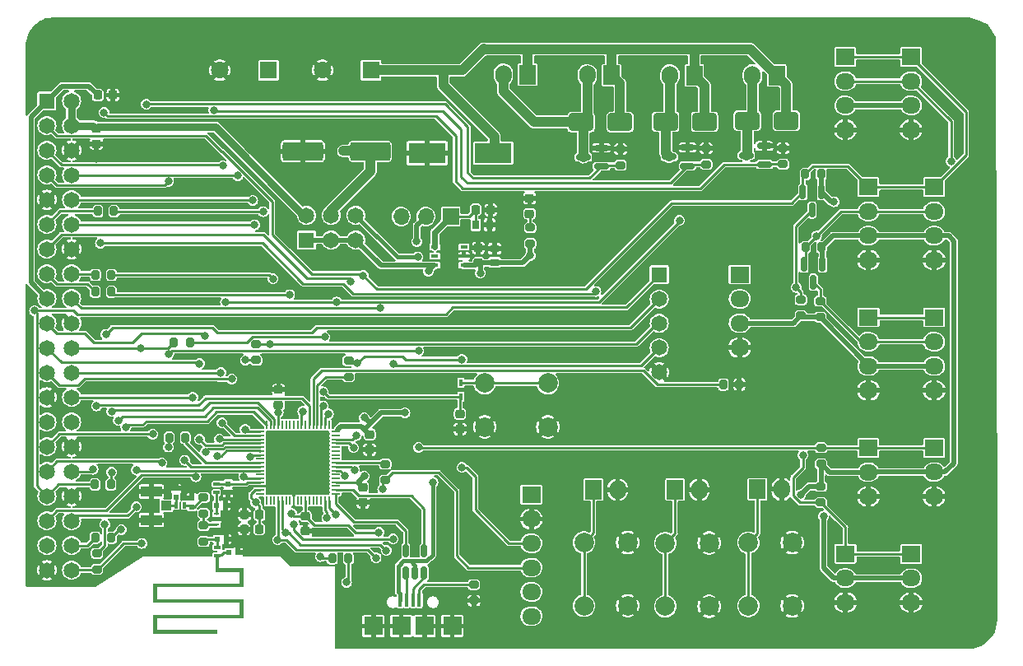
<source format=gbr>
%TF.GenerationSoftware,KiCad,Pcbnew,7.0.7*%
%TF.CreationDate,2023-11-29T12:43:24+01:00*%
%TF.ProjectId,Astroplant_AL,41737472-6f70-46c6-916e-745f414c2e6b,rev?*%
%TF.SameCoordinates,Original*%
%TF.FileFunction,Copper,L1,Top*%
%TF.FilePolarity,Positive*%
%FSLAX46Y46*%
G04 Gerber Fmt 4.6, Leading zero omitted, Abs format (unit mm)*
G04 Created by KiCad (PCBNEW 7.0.7) date 2023-11-29 12:43:24*
%MOMM*%
%LPD*%
G01*
G04 APERTURE LIST*
G04 Aperture macros list*
%AMRoundRect*
0 Rectangle with rounded corners*
0 $1 Rounding radius*
0 $2 $3 $4 $5 $6 $7 $8 $9 X,Y pos of 4 corners*
0 Add a 4 corners polygon primitive as box body*
4,1,4,$2,$3,$4,$5,$6,$7,$8,$9,$2,$3,0*
0 Add four circle primitives for the rounded corners*
1,1,$1+$1,$2,$3*
1,1,$1+$1,$4,$5*
1,1,$1+$1,$6,$7*
1,1,$1+$1,$8,$9*
0 Add four rect primitives between the rounded corners*
20,1,$1+$1,$2,$3,$4,$5,0*
20,1,$1+$1,$4,$5,$6,$7,0*
20,1,$1+$1,$6,$7,$8,$9,0*
20,1,$1+$1,$8,$9,$2,$3,0*%
G04 Aperture macros list end*
%TA.AperFunction,SMDPad,CuDef*%
%ADD10RoundRect,0.225000X0.250000X-0.225000X0.250000X0.225000X-0.250000X0.225000X-0.250000X-0.225000X0*%
%TD*%
%TA.AperFunction,SMDPad,CuDef*%
%ADD11RoundRect,0.200000X0.200000X0.275000X-0.200000X0.275000X-0.200000X-0.275000X0.200000X-0.275000X0*%
%TD*%
%TA.AperFunction,SMDPad,CuDef*%
%ADD12RoundRect,0.200000X-0.275000X0.200000X-0.275000X-0.200000X0.275000X-0.200000X0.275000X0.200000X0*%
%TD*%
%TA.AperFunction,SMDPad,CuDef*%
%ADD13R,0.350000X0.650000*%
%TD*%
%TA.AperFunction,SMDPad,CuDef*%
%ADD14RoundRect,0.225000X-0.250000X0.225000X-0.250000X-0.225000X0.250000X-0.225000X0.250000X0.225000X0*%
%TD*%
%TA.AperFunction,SMDPad,CuDef*%
%ADD15RoundRect,0.200000X0.275000X-0.200000X0.275000X0.200000X-0.275000X0.200000X-0.275000X-0.200000X0*%
%TD*%
%TA.AperFunction,SMDPad,CuDef*%
%ADD16RoundRect,0.200000X-0.200000X-0.275000X0.200000X-0.275000X0.200000X0.275000X-0.200000X0.275000X0*%
%TD*%
%TA.AperFunction,SMDPad,CuDef*%
%ADD17R,0.600000X0.620000*%
%TD*%
%TA.AperFunction,ComponentPad*%
%ADD18C,2.000000*%
%TD*%
%TA.AperFunction,ComponentPad*%
%ADD19R,1.950000X1.700000*%
%TD*%
%TA.AperFunction,ComponentPad*%
%ADD20O,1.950000X1.700000*%
%TD*%
%TA.AperFunction,ComponentPad*%
%ADD21R,1.700000X2.000000*%
%TD*%
%TA.AperFunction,ComponentPad*%
%ADD22O,1.700000X2.000000*%
%TD*%
%TA.AperFunction,SMDPad,CuDef*%
%ADD23R,0.620000X0.600000*%
%TD*%
%TA.AperFunction,SMDPad,CuDef*%
%ADD24RoundRect,0.250000X1.825000X0.700000X-1.825000X0.700000X-1.825000X-0.700000X1.825000X-0.700000X0*%
%TD*%
%TA.AperFunction,SMDPad,CuDef*%
%ADD25RoundRect,0.150000X0.587500X0.150000X-0.587500X0.150000X-0.587500X-0.150000X0.587500X-0.150000X0*%
%TD*%
%TA.AperFunction,SMDPad,CuDef*%
%ADD26RoundRect,0.150000X-0.150000X0.587500X-0.150000X-0.587500X0.150000X-0.587500X0.150000X0.587500X0*%
%TD*%
%TA.AperFunction,SMDPad,CuDef*%
%ADD27RoundRect,0.062500X-0.062500X0.400000X-0.062500X-0.400000X0.062500X-0.400000X0.062500X0.400000X0*%
%TD*%
%TA.AperFunction,SMDPad,CuDef*%
%ADD28RoundRect,0.062500X-0.400000X0.062500X-0.400000X-0.062500X0.400000X-0.062500X0.400000X0.062500X0*%
%TD*%
%TA.AperFunction,SMDPad,CuDef*%
%ADD29R,6.400000X6.400000*%
%TD*%
%TA.AperFunction,ComponentPad*%
%ADD30R,1.650000X1.650000*%
%TD*%
%TA.AperFunction,ComponentPad*%
%ADD31C,1.650000*%
%TD*%
%TA.AperFunction,SMDPad,CuDef*%
%ADD32R,0.650000X0.350000*%
%TD*%
%TA.AperFunction,SMDPad,CuDef*%
%ADD33RoundRect,0.150000X-0.150000X0.512500X-0.150000X-0.512500X0.150000X-0.512500X0.150000X0.512500X0*%
%TD*%
%TA.AperFunction,SMDPad,CuDef*%
%ADD34R,1.050000X1.000000*%
%TD*%
%TA.AperFunction,SMDPad,CuDef*%
%ADD35R,2.200000X1.050000*%
%TD*%
%TA.AperFunction,SMDPad,CuDef*%
%ADD36R,3.800000X2.150000*%
%TD*%
%TA.AperFunction,SMDPad,CuDef*%
%ADD37RoundRect,0.225000X0.225000X0.250000X-0.225000X0.250000X-0.225000X-0.250000X0.225000X-0.250000X0*%
%TD*%
%TA.AperFunction,SMDPad,CuDef*%
%ADD38R,0.800000X0.400000*%
%TD*%
%TA.AperFunction,SMDPad,CuDef*%
%ADD39R,1.750000X2.500000*%
%TD*%
%TA.AperFunction,ComponentPad*%
%ADD40R,1.800000X1.800000*%
%TD*%
%TA.AperFunction,ComponentPad*%
%ADD41C,1.800000*%
%TD*%
%TA.AperFunction,SMDPad,CuDef*%
%ADD42R,0.420000X0.700000*%
%TD*%
%TA.AperFunction,SMDPad,CuDef*%
%ADD43RoundRect,0.225000X-0.225000X-0.250000X0.225000X-0.250000X0.225000X0.250000X-0.225000X0.250000X0*%
%TD*%
%TA.AperFunction,SMDPad,CuDef*%
%ADD44R,0.750000X0.940000*%
%TD*%
%TA.AperFunction,SMDPad,CuDef*%
%ADD45RoundRect,0.250000X1.000000X0.650000X-1.000000X0.650000X-1.000000X-0.650000X1.000000X-0.650000X0*%
%TD*%
%TA.AperFunction,SMDPad,CuDef*%
%ADD46R,0.940000X0.750000*%
%TD*%
%TA.AperFunction,SMDPad,CuDef*%
%ADD47R,0.550000X0.280000*%
%TD*%
%TA.AperFunction,SMDPad,CuDef*%
%ADD48R,0.600000X0.400000*%
%TD*%
%TA.AperFunction,SMDPad,CuDef*%
%ADD49R,1.900000X1.900000*%
%TD*%
%TA.AperFunction,SMDPad,CuDef*%
%ADD50R,0.400000X1.350000*%
%TD*%
%TA.AperFunction,ConnectorPad*%
%ADD51R,0.400000X0.225000*%
%TD*%
%TA.AperFunction,SMDPad,CuDef*%
%ADD52RoundRect,0.218750X-0.256250X0.218750X-0.256250X-0.218750X0.256250X-0.218750X0.256250X0.218750X0*%
%TD*%
%TA.AperFunction,ComponentPad*%
%ADD53R,1.700000X1.700000*%
%TD*%
%TA.AperFunction,ComponentPad*%
%ADD54O,1.700000X1.700000*%
%TD*%
%TA.AperFunction,ViaPad*%
%ADD55C,0.800000*%
%TD*%
%TA.AperFunction,ViaPad*%
%ADD56C,4.000000*%
%TD*%
%TA.AperFunction,ViaPad*%
%ADD57C,3.500000*%
%TD*%
%TA.AperFunction,Conductor*%
%ADD58C,0.250000*%
%TD*%
%TA.AperFunction,Conductor*%
%ADD59C,0.500000*%
%TD*%
%TA.AperFunction,Conductor*%
%ADD60C,0.800000*%
%TD*%
%TA.AperFunction,Conductor*%
%ADD61C,1.000000*%
%TD*%
%TA.AperFunction,Conductor*%
%ADD62C,0.600000*%
%TD*%
%TA.AperFunction,Conductor*%
%ADD63C,0.400000*%
%TD*%
G04 APERTURE END LIST*
%TA.AperFunction,EtchedComponent*%
%TO.C,AE1*%
G36*
X86710000Y-127550000D02*
G01*
X77410000Y-127550000D01*
X77410000Y-127150000D01*
X86710000Y-127150000D01*
X86710000Y-127550000D01*
G37*
%TD.AperFunction*%
%TA.AperFunction,EtchedComponent*%
G36*
X86710000Y-125950000D02*
G01*
X77410000Y-125950000D01*
X77410000Y-125550000D01*
X86710000Y-125550000D01*
X86710000Y-125950000D01*
G37*
%TD.AperFunction*%
%TA.AperFunction,EtchedComponent*%
G36*
X86710000Y-124350000D02*
G01*
X77410000Y-124350000D01*
X77410000Y-123950000D01*
X86710000Y-123950000D01*
X86710000Y-124350000D01*
G37*
%TD.AperFunction*%
%TA.AperFunction,EtchedComponent*%
G36*
X86710000Y-122750000D02*
G01*
X83810000Y-122750000D01*
X83810000Y-122350000D01*
X86710000Y-122350000D01*
X86710000Y-122750000D01*
G37*
%TD.AperFunction*%
%TA.AperFunction,EtchedComponent*%
G36*
X86710000Y-127150000D02*
G01*
X86310000Y-127150000D01*
X86310000Y-125950000D01*
X86710000Y-125950000D01*
X86710000Y-127150000D01*
G37*
%TD.AperFunction*%
%TA.AperFunction,EtchedComponent*%
G36*
X86710000Y-123950000D02*
G01*
X86310000Y-123950000D01*
X86310000Y-122750000D01*
X86710000Y-122750000D01*
X86710000Y-123950000D01*
G37*
%TD.AperFunction*%
%TA.AperFunction,EtchedComponent*%
G36*
X84010000Y-129150000D02*
G01*
X77410000Y-129150000D01*
X77410000Y-128750000D01*
X84010000Y-128750000D01*
X84010000Y-129150000D01*
G37*
%TD.AperFunction*%
%TA.AperFunction,EtchedComponent*%
G36*
X84210000Y-122350000D02*
G01*
X83810000Y-122350000D01*
X83810000Y-121250000D01*
X84210000Y-121250000D01*
X84210000Y-122350000D01*
G37*
%TD.AperFunction*%
%TA.AperFunction,EtchedComponent*%
G36*
X77810000Y-128750000D02*
G01*
X77410000Y-128750000D01*
X77410000Y-127550000D01*
X77810000Y-127550000D01*
X77810000Y-128750000D01*
G37*
%TD.AperFunction*%
%TA.AperFunction,EtchedComponent*%
G36*
X77810000Y-125550000D02*
G01*
X77410000Y-125550000D01*
X77410000Y-124350000D01*
X77810000Y-124350000D01*
X77810000Y-125550000D01*
G37*
%TD.AperFunction*%
%TD*%
D10*
%TO.P,C12,1*%
%TO.N,GND*%
X108975000Y-108055000D03*
%TO.P,C12,2*%
%TO.N,Net-(U2-NRST)*%
X108975000Y-106505000D03*
%TD*%
D11*
%TO.P,R13,1*%
%TO.N,Net-(U2-PA2)*%
X73105000Y-119240000D03*
%TO.P,R13,2*%
%TO.N,GPIO20*%
X71455000Y-119240000D03*
%TD*%
D12*
%TO.P,R11,1*%
%TO.N,Net-(D5-A)*%
X116200000Y-87335000D03*
%TO.P,R11,2*%
%TO.N,+5V*%
X116200000Y-88985000D03*
%TD*%
D13*
%TO.P,L3,1,1*%
%TO.N,Net-(C21-Pad1)*%
X80642407Y-115902000D03*
%TO.P,L3,2,2*%
%TO.N,Net-(J12-SIG)*%
X79792407Y-115902000D03*
%TD*%
D14*
%TO.P,C9,1*%
%TO.N,+3V3*%
X99690000Y-108625000D03*
%TO.P,C9,2*%
%TO.N,GND*%
X99690000Y-110175000D03*
%TD*%
D15*
%TO.P,R5,1*%
%TO.N,GPIO17*%
X146110786Y-115619691D03*
%TO.P,R5,2*%
%TO.N,+3V3*%
X146110786Y-113969691D03*
%TD*%
D16*
%TO.P,R20,1*%
%TO.N,GPIO4*%
X79060000Y-108950000D03*
%TO.P,R20,2*%
%TO.N,Net-(U2-PC5)*%
X80710000Y-108950000D03*
%TD*%
D12*
%TO.P,R16,1*%
%TO.N,GPIO27*%
X97535000Y-101035000D03*
%TO.P,R16,2*%
%TO.N,Net-(U2-PC15)*%
X97535000Y-102685000D03*
%TD*%
D17*
%TO.P,C6,1,1*%
%TO.N,Net-(AE1-A)*%
X85200000Y-120754000D03*
%TO.P,C6,2,2*%
%TO.N,GND*%
X86120000Y-120754000D03*
%TD*%
D18*
%TO.P,SW2,1,1*%
%TO.N,GPIO6*%
X130104000Y-126290000D03*
X130104000Y-119790000D03*
%TO.P,SW2,2,2*%
%TO.N,GND*%
X134604000Y-126290000D03*
X134604000Y-119790000D03*
%TD*%
D19*
%TO.P,J22,1,SDA*%
%TO.N,SDA*%
X150996450Y-83179746D03*
D20*
%TO.P,J22,2,SCL*%
%TO.N,SCL*%
X150996450Y-85679746D03*
%TO.P,J22,3,PW*%
%TO.N,+3V3*%
X150996450Y-88179746D03*
%TO.P,J22,4,GND*%
%TO.N,GND*%
X150996450Y-90679746D03*
%TD*%
D19*
%TO.P,J1,1,DC+*%
%TO.N,+3V3*%
X116315000Y-114820000D03*
D20*
%TO.P,J1,2,DC-*%
%TO.N,GND*%
X116315000Y-117320000D03*
%TO.P,J1,3,CH1*%
%TO.N,GPIO27*%
X116315000Y-119820000D03*
%TO.P,J1,4,CH2*%
%TO.N,GPIO24*%
X116315000Y-122320000D03*
%TO.P,J1,5,CH3*%
%TO.N,GPIO25*%
X116315000Y-124820000D03*
%TO.P,J1,6,CH4*%
%TO.N,GPIO26*%
X116315000Y-127320000D03*
%TD*%
D21*
%TO.P,J19,1,A*%
%TO.N,+24V*%
X124580500Y-71680500D03*
D22*
%TO.P,J19,2,B*%
%TO.N,Net-(D4-A)*%
X122080500Y-71680500D03*
%TD*%
D19*
%TO.P,J7,1,DATA*%
%TO.N,GPIO4*%
X150989536Y-110000528D03*
D20*
%TO.P,J7,2,PW*%
%TO.N,+3V3*%
X150989536Y-112500528D03*
%TO.P,J7,3,GND*%
%TO.N,GND*%
X150989536Y-115000528D03*
%TD*%
D19*
%TO.P,J25,1,SDA*%
%TO.N,SDA*%
X155379724Y-69786663D03*
D20*
%TO.P,J25,2,SCL*%
%TO.N,SCL*%
X155379724Y-72286663D03*
%TO.P,J25,3,PW*%
%TO.N,+3V3*%
X155379724Y-74786663D03*
%TO.P,J25,4,GND*%
%TO.N,GND*%
X155379724Y-77286663D03*
%TD*%
D23*
%TO.P,C20,1,1*%
%TO.N,Net-(J12-SIG)*%
X79777302Y-115092834D03*
%TO.P,C20,2,2*%
%TO.N,GND*%
X79777302Y-114172834D03*
%TD*%
D24*
%TO.P,C3,1*%
%TO.N,5V_IN*%
X99750000Y-79490000D03*
%TO.P,C3,2*%
%TO.N,GND*%
X92800000Y-79490000D03*
%TD*%
D16*
%TO.P,R21,1*%
%TO.N,GPIO17*%
X71730000Y-85640000D03*
%TO.P,R21,2*%
%TO.N,Net-(U2-PC6)*%
X73380000Y-85640000D03*
%TD*%
D25*
%TO.P,Q5,1,G*%
%TO.N,GPIO16*%
X123535500Y-81045500D03*
%TO.P,Q5,2,S*%
%TO.N,GND*%
X123535500Y-79145500D03*
%TO.P,Q5,3,D*%
%TO.N,Net-(D4-A)*%
X121660500Y-80095500D03*
%TD*%
D15*
%TO.P,R19,1*%
%TO.N,GPIO24*%
X101300000Y-113320000D03*
%TO.P,R19,2*%
%TO.N,Net-(U2-PC12)*%
X101300000Y-111670000D03*
%TD*%
D12*
%TO.P,R4,1*%
%TO.N,SDA_5V*%
X144050786Y-94759691D03*
%TO.P,R4,2*%
%TO.N,+5V*%
X144050786Y-96409691D03*
%TD*%
%TO.P,R1,1*%
%TO.N,SCL_5V*%
X146050786Y-94909691D03*
%TO.P,R1,2*%
%TO.N,+5V*%
X146050786Y-96559691D03*
%TD*%
D21*
%TO.P,J11,1,A*%
%TO.N,GPIO7*%
X139574000Y-114260000D03*
D22*
%TO.P,J11,2,B*%
%TO.N,GND*%
X142074000Y-114260000D03*
%TD*%
D26*
%TO.P,Q1,1,G*%
%TO.N,+3V3*%
X146150786Y-83657191D03*
%TO.P,Q1,2,S*%
%TO.N,SDA*%
X144250786Y-83657191D03*
%TO.P,Q1,3,D*%
%TO.N,SDA_5V*%
X145200786Y-85532191D03*
%TD*%
D15*
%TO.P,R6,1*%
%TO.N,Net-(U2-PA3)*%
X88005000Y-100975000D03*
%TO.P,R6,2*%
%TO.N,GPIO18*%
X88005000Y-99325000D03*
%TD*%
D16*
%TO.P,R22,1*%
%TO.N,GPIO22*%
X71470000Y-93950000D03*
%TO.P,R22,2*%
%TO.N,Net-(U2-PC10)*%
X73120000Y-93950000D03*
%TD*%
D19*
%TO.P,J24,1,SDA*%
%TO.N,SDA*%
X157757080Y-83181814D03*
D20*
%TO.P,J24,2,SCL*%
%TO.N,SCL*%
X157757080Y-85681814D03*
%TO.P,J24,3,PW*%
%TO.N,+3V3*%
X157757080Y-88181814D03*
%TO.P,J24,4,GND*%
%TO.N,GND*%
X157757080Y-90681814D03*
%TD*%
D10*
%TO.P,C18,1*%
%TO.N,+5V*%
X110880000Y-90985000D03*
%TO.P,C18,2*%
%TO.N,GND*%
X110880000Y-89435000D03*
%TD*%
D14*
%TO.P,C11,1*%
%TO.N,+3V3*%
X99005000Y-114055000D03*
%TO.P,C11,2*%
%TO.N,GND*%
X99005000Y-115605000D03*
%TD*%
D27*
%TO.P,U2,1,VBAT*%
%TO.N,unconnected-(U2-VBAT-Pad1)*%
X95485000Y-107642500D03*
%TO.P,U2,2,PC13*%
%TO.N,Net-(U2-PC13)*%
X95085000Y-107642500D03*
%TO.P,U2,3,PC14*%
%TO.N,Net-(U2-PC14)*%
X94685000Y-107642500D03*
%TO.P,U2,4,PC15*%
%TO.N,Net-(U2-PC15)*%
X94285000Y-107642500D03*
%TO.P,U2,5,PH3*%
%TO.N,Net-(U2-PH3)*%
X93885000Y-107642500D03*
%TO.P,U2,6,PB8*%
%TO.N,GPIO12*%
X93485000Y-107642500D03*
%TO.P,U2,7,PB9*%
%TO.N,unconnected-(U2-PB9-Pad7)*%
X93085000Y-107642500D03*
%TO.P,U2,8,NRST*%
%TO.N,Net-(U2-NRST)*%
X92685000Y-107642500D03*
%TO.P,U2,9,PC0*%
%TO.N,unconnected-(U2-PC0-Pad9)*%
X92285000Y-107642500D03*
%TO.P,U2,10,PC1*%
%TO.N,unconnected-(U2-PC1-Pad10)*%
X91885000Y-107642500D03*
%TO.P,U2,11,PC2*%
%TO.N,unconnected-(U2-PC2-Pad11)*%
X91485000Y-107642500D03*
%TO.P,U2,12,PC3*%
%TO.N,unconnected-(U2-PC3-Pad12)*%
X91085000Y-107642500D03*
%TO.P,U2,13,VREF+*%
%TO.N,unconnected-(U2-VREF+-Pad13)*%
X90685000Y-107642500D03*
%TO.P,U2,14,VDDA*%
%TO.N,+3V3*%
X90285000Y-107642500D03*
%TO.P,U2,15,PA0*%
%TO.N,Net-(U2-PA0)*%
X89885000Y-107642500D03*
%TO.P,U2,16,PA1*%
%TO.N,Net-(U2-PA1)*%
X89485000Y-107642500D03*
%TO.P,U2,17,PA2*%
%TO.N,Net-(U2-PA2)*%
X89085000Y-107642500D03*
D28*
%TO.P,U2,18,PA3*%
%TO.N,Net-(U2-PA3)*%
X88397500Y-108330000D03*
%TO.P,U2,19,PA4*%
%TO.N,CE0*%
X88397500Y-108730000D03*
%TO.P,U2,20,PA5*%
%TO.N,SCLK*%
X88397500Y-109130000D03*
%TO.P,U2,21,PA6*%
%TO.N,MISO*%
X88397500Y-109530000D03*
%TO.P,U2,22,PA7*%
%TO.N,MOSI*%
X88397500Y-109930000D03*
%TO.P,U2,23,PA8*%
%TO.N,GPIO19*%
X88397500Y-110330000D03*
%TO.P,U2,24,PA9*%
%TO.N,TX*%
X88397500Y-110730000D03*
%TO.P,U2,25,PC4*%
%TO.N,unconnected-(U2-PC4-Pad25)*%
X88397500Y-111130000D03*
%TO.P,U2,26,PC5*%
%TO.N,Net-(U2-PC5)*%
X88397500Y-111530000D03*
%TO.P,U2,27,PB2*%
%TO.N,GPIO7*%
X88397500Y-111930000D03*
%TO.P,U2,28,PB10*%
%TO.N,GPIO16*%
X88397500Y-112330000D03*
%TO.P,U2,29,PB11*%
%TO.N,unconnected-(U2-PB11-Pad29)*%
X88397500Y-112730000D03*
%TO.P,U2,30,VDD*%
%TO.N,+3V3*%
X88397500Y-113130000D03*
%TO.P,U2,31,RF1*%
%TO.N,Net-(U2-RF1)*%
X88397500Y-113530000D03*
%TO.P,U2,32,VSSRF*%
%TO.N,GND*%
X88397500Y-113930000D03*
%TO.P,U2,33,VDDRF*%
%TO.N,+3V3*%
X88397500Y-114330000D03*
%TO.P,U2,34,OSC_OUT*%
%TO.N,unconnected-(U2-OSC_OUT-Pad34)*%
X88397500Y-114730000D03*
D27*
%TO.P,U2,35,OSC_IN*%
%TO.N,unconnected-(U2-OSC_IN-Pad35)*%
X89085000Y-115417500D03*
%TO.P,U2,36,AT0*%
%TO.N,unconnected-(U2-AT0-Pad36)*%
X89485000Y-115417500D03*
%TO.P,U2,37,AT1*%
%TO.N,unconnected-(U2-AT1-Pad37)*%
X89885000Y-115417500D03*
%TO.P,U2,38,PB0*%
%TO.N,GPIO5*%
X90285000Y-115417500D03*
%TO.P,U2,39,PB1*%
%TO.N,GPIO6*%
X90685000Y-115417500D03*
%TO.P,U2,40,PE4*%
%TO.N,unconnected-(U2-PE4-Pad40)*%
X91085000Y-115417500D03*
%TO.P,U2,41,VFBSMPS*%
%TO.N,unconnected-(U2-VFBSMPS-Pad41)*%
X91485000Y-115417500D03*
%TO.P,U2,42,VSSSMPS*%
%TO.N,GND*%
X91885000Y-115417500D03*
%TO.P,U2,43,VLXSMPS*%
%TO.N,unconnected-(U2-VLXSMPS-Pad43)*%
X92285000Y-115417500D03*
%TO.P,U2,44,VDDSMPS*%
%TO.N,unconnected-(U2-VDDSMPS-Pad44)*%
X92685000Y-115417500D03*
%TO.P,U2,45,VDD*%
%TO.N,+3V3*%
X93085000Y-115417500D03*
%TO.P,U2,46,PB12*%
%TO.N,unconnected-(U2-PB12-Pad46)*%
X93485000Y-115417500D03*
%TO.P,U2,47,PB13*%
%TO.N,unconnected-(U2-PB13-Pad47)*%
X93885000Y-115417500D03*
%TO.P,U2,48,PB14*%
%TO.N,unconnected-(U2-PB14-Pad48)*%
X94285000Y-115417500D03*
%TO.P,U2,49,PB15*%
%TO.N,unconnected-(U2-PB15-Pad49)*%
X94685000Y-115417500D03*
%TO.P,U2,50,PC6*%
%TO.N,Net-(U2-PC6)*%
X95085000Y-115417500D03*
%TO.P,U2,51,PA10*%
%TO.N,RX*%
X95485000Y-115417500D03*
D28*
%TO.P,U2,52,PA11*%
%TO.N,Net-(U2-PA11)*%
X96172500Y-114730000D03*
%TO.P,U2,53,PA12*%
%TO.N,Net-(U2-PA12)*%
X96172500Y-114330000D03*
%TO.P,U2,54,PA13*%
%TO.N,unconnected-(U2-PA13-Pad54)*%
X96172500Y-113930000D03*
%TO.P,U2,55,VDDUSB*%
%TO.N,+3V3*%
X96172500Y-113530000D03*
%TO.P,U2,56,PA14*%
%TO.N,unconnected-(U2-PA14-Pad56)*%
X96172500Y-113130000D03*
%TO.P,U2,57,PA15*%
%TO.N,unconnected-(U2-PA15-Pad57)*%
X96172500Y-112730000D03*
%TO.P,U2,58,PC10*%
%TO.N,Net-(U2-PC10)*%
X96172500Y-112330000D03*
%TO.P,U2,59,PC11*%
%TO.N,Net-(U2-PC11)*%
X96172500Y-111930000D03*
%TO.P,U2,60,PC12*%
%TO.N,Net-(U2-PC12)*%
X96172500Y-111530000D03*
%TO.P,U2,61,PD0*%
%TO.N,unconnected-(U2-PD0-Pad61)*%
X96172500Y-111130000D03*
%TO.P,U2,62,PD1*%
%TO.N,unconnected-(U2-PD1-Pad62)*%
X96172500Y-110730000D03*
%TO.P,U2,63,PB3*%
%TO.N,unconnected-(U2-PB3-Pad63)*%
X96172500Y-110330000D03*
%TO.P,U2,64,PB4*%
%TO.N,unconnected-(U2-PB4-Pad64)*%
X96172500Y-109930000D03*
%TO.P,U2,65,PB5*%
%TO.N,SCL*%
X96172500Y-109530000D03*
%TO.P,U2,66,PB6*%
%TO.N,SDA*%
X96172500Y-109130000D03*
%TO.P,U2,67,PB7*%
%TO.N,unconnected-(U2-PB7-Pad67)*%
X96172500Y-108730000D03*
%TO.P,U2,68,VDD*%
%TO.N,+3V3*%
X96172500Y-108330000D03*
D29*
%TO.P,U2,69,VSS*%
%TO.N,GND*%
X92285000Y-111530000D03*
%TD*%
D30*
%TO.P,J13,1,1*%
%TO.N,GPIO13*%
X129475000Y-92200000D03*
D31*
%TO.P,J13,2,2*%
%TO.N,GPIO20*%
X129475000Y-94700000D03*
%TO.P,J13,3,3*%
%TO.N,GPIO18*%
X129475000Y-97200000D03*
%TO.P,J13,4,4*%
%TO.N,GPIO21*%
X129475000Y-99700000D03*
%TO.P,J13,5,5*%
%TO.N,GND*%
X129475000Y-102200000D03*
%TD*%
D11*
%TO.P,R24,1*%
%TO.N,GND*%
X137725000Y-103490000D03*
%TO.P,R24,2*%
%TO.N,Net-(U2-PH3)*%
X136075000Y-103490000D03*
%TD*%
D12*
%TO.P,R8,1*%
%TO.N,GND*%
X142215500Y-79165500D03*
%TO.P,R8,2*%
%TO.N,GPIO12*%
X142215500Y-80815500D03*
%TD*%
D19*
%TO.P,J26,1,SDA*%
%TO.N,SDA_5V*%
X151001390Y-96585449D03*
D20*
%TO.P,J26,2,SCL*%
%TO.N,SCL_5V*%
X151001390Y-99085449D03*
%TO.P,J26,3,PW*%
%TO.N,+5V*%
X151001390Y-101585449D03*
%TO.P,J26,4,GND*%
%TO.N,GND*%
X151001390Y-104085449D03*
%TD*%
D32*
%TO.P,L2,1,1*%
%TO.N,Net-(U2-RF1)*%
X83910000Y-113750000D03*
%TO.P,L2,2,2*%
%TO.N,Net-(FL1-OUT)*%
X83910000Y-114600000D03*
%TD*%
D33*
%TO.P,U1,1,I/O1*%
%TO.N,Net-(U2-PA12)*%
X105300000Y-120568865D03*
%TO.P,U1,2,GND*%
%TO.N,GND*%
X104350000Y-120568865D03*
%TO.P,U1,3,I/O2*%
%TO.N,Net-(U2-PA11)*%
X103400000Y-120568865D03*
%TO.P,U1,4,I/O2*%
%TO.N,Net-(J6-Pad2)*%
X103400000Y-122843865D03*
%TO.P,U1,5,VBUS*%
%TO.N,5V_USB*%
X104350000Y-122843865D03*
%TO.P,U1,6,I/O1*%
%TO.N,Net-(J6-Pad3)*%
X105300000Y-122843865D03*
%TD*%
D21*
%TO.P,J8,1,A*%
%TO.N,GPIO6*%
X131104000Y-114300000D03*
D22*
%TO.P,J8,2,B*%
%TO.N,GND*%
X133604000Y-114300000D03*
%TD*%
D19*
%TO.P,J4,1,DATA*%
%TO.N,GPIO17*%
X148631294Y-120897123D03*
D20*
%TO.P,J4,2,PW*%
%TO.N,+3V3*%
X148631294Y-123397123D03*
%TO.P,J4,3,GND*%
%TO.N,GND*%
X148631294Y-125897123D03*
%TD*%
D25*
%TO.P,Q3,1,G*%
%TO.N,GPIO12*%
X140298000Y-80855500D03*
%TO.P,Q3,2,S*%
%TO.N,GND*%
X140298000Y-78955500D03*
%TO.P,Q3,3,D*%
%TO.N,Net-(D2-A)*%
X138423000Y-79905500D03*
%TD*%
D30*
%TO.P,J14,1,1*%
%TO.N,+5V*%
X93180000Y-88630000D03*
D31*
%TO.P,J14,2,2*%
%TO.N,5V_RPi*%
X93180000Y-86090000D03*
%TO.P,J14,3,3*%
%TO.N,+5V*%
X95720000Y-88630000D03*
%TO.P,J14,4,4*%
%TO.N,5V_IN*%
X95720000Y-86090000D03*
%TO.P,J14,5,5*%
%TO.N,+5V*%
X98260000Y-88630000D03*
%TO.P,J14,6,6*%
%TO.N,5V_USB*%
X98260000Y-86090000D03*
%TD*%
D21*
%TO.P,J18,1,A*%
%TO.N,+24V*%
X115940500Y-71620500D03*
D22*
%TO.P,J18,2,B*%
%TO.N,Net-(D4-A)*%
X113440500Y-71620500D03*
%TD*%
D11*
%TO.P,R15,1*%
%TO.N,Net-(U2-PA0)*%
X73070000Y-113750000D03*
%TO.P,R15,2*%
%TO.N,GPIO13*%
X71420000Y-113750000D03*
%TD*%
D34*
%TO.P,J12,1,SIG*%
%TO.N,Net-(J12-SIG)*%
X78750000Y-115960000D03*
D35*
%TO.P,J12,2,GND_1*%
%TO.N,GND*%
X77225000Y-117435000D03*
%TO.P,J12,3,GND_2*%
X77225000Y-114485000D03*
%TD*%
D36*
%TO.P,C4,1*%
%TO.N,+24V*%
X112400000Y-79690000D03*
%TO.P,C4,2*%
%TO.N,GND*%
X105600000Y-79690000D03*
%TD*%
D37*
%TO.P,C14,1*%
%TO.N,+3V3*%
X88360000Y-116880000D03*
%TO.P,C14,2*%
%TO.N,GND*%
X86810000Y-116880000D03*
%TD*%
D18*
%TO.P,SW4,1,1*%
%TO.N,GND*%
X118015000Y-107850000D03*
X111515000Y-107850000D03*
%TO.P,SW4,2,2*%
%TO.N,Net-(D1-Pad1)*%
X118015000Y-103350000D03*
X111515000Y-103350000D03*
%TD*%
%TO.P,SW1,1,1*%
%TO.N,GPIO5*%
X121734000Y-126230000D03*
X121734000Y-119730000D03*
%TO.P,SW1,2,2*%
%TO.N,GND*%
X126234000Y-126230000D03*
X126234000Y-119730000D03*
%TD*%
D19*
%TO.P,J9,1,DATA*%
%TO.N,GPIO4*%
X157742884Y-109997179D03*
D20*
%TO.P,J9,2,PW*%
%TO.N,+3V3*%
X157742884Y-112497179D03*
%TO.P,J9,3,GND*%
%TO.N,GND*%
X157742884Y-114997179D03*
%TD*%
D38*
%TO.P,PS1,1,EN*%
%TO.N,+5V*%
X109385000Y-91232500D03*
%TO.P,PS1,2,GND*%
%TO.N,GND*%
X109385000Y-90282500D03*
%TO.P,PS1,3,PG*%
%TO.N,unconnected-(PS1-PG-Pad3)*%
X109385000Y-89332500D03*
%TO.P,PS1,4,VOUT*%
%TO.N,3.3V_Generated*%
X106385000Y-89332500D03*
%TO.P,PS1,5,NC*%
%TO.N,unconnected-(PS1-NC-Pad5)*%
X106385000Y-90282500D03*
%TO.P,PS1,6,VIN*%
%TO.N,+5V*%
X106385000Y-91232500D03*
D39*
%TO.P,PS1,7,PAD*%
%TO.N,GND*%
X107885000Y-90282500D03*
%TD*%
D12*
%TO.P,R14,1*%
%TO.N,Net-(U2-PA1)*%
X71635000Y-120855000D03*
%TO.P,R14,2*%
%TO.N,GPIO21*%
X71635000Y-122505000D03*
%TD*%
D40*
%TO.P,J21,1,Pin_1*%
%TO.N,+24V*%
X99830000Y-71160000D03*
D41*
%TO.P,J21,2,Pin_2*%
%TO.N,GND*%
X94830000Y-71160000D03*
%TD*%
D42*
%TO.P,D1,1*%
%TO.N,Net-(D1-Pad1)*%
X109085000Y-103290000D03*
%TO.P,D1,2*%
%TO.N,Net-(U2-NRST)*%
X109085000Y-104740000D03*
%TD*%
D12*
%TO.P,R25,1*%
%TO.N,Net-(FL1-IN)*%
X82590000Y-117980000D03*
%TO.P,R25,2*%
%TO.N,Net-(C19-Pad1)*%
X82590000Y-119630000D03*
%TD*%
D40*
%TO.P,J20,1,Pin_1*%
%TO.N,5V_IN*%
X89280891Y-71175529D03*
D41*
%TO.P,J20,2,Pin_2*%
%TO.N,GND*%
X84280891Y-71175529D03*
%TD*%
D43*
%TO.P,C1,1*%
%TO.N,3.3V_RPi*%
X71710000Y-73720000D03*
%TO.P,C1,2*%
%TO.N,GND*%
X73260000Y-73720000D03*
%TD*%
D44*
%TO.P,C16,1*%
%TO.N,3.3V_Generated*%
X110620000Y-87070000D03*
%TO.P,C16,2*%
%TO.N,GND*%
X112020000Y-87070000D03*
%TD*%
D16*
%TO.P,R18,1*%
%TO.N,GPIO25*%
X79525000Y-99160000D03*
%TO.P,R18,2*%
%TO.N,Net-(U2-PC13)*%
X81175000Y-99160000D03*
%TD*%
D45*
%TO.P,D3,1,K*%
%TO.N,+24V*%
X134140500Y-76470500D03*
%TO.P,D3,2,A*%
%TO.N,Net-(D3-A)*%
X130140500Y-76470500D03*
%TD*%
D43*
%TO.P,C17,1*%
%TO.N,3.3V_Generated*%
X110585000Y-85510000D03*
%TO.P,C17,2*%
%TO.N,GND*%
X112135000Y-85510000D03*
%TD*%
D19*
%TO.P,J3,1,DATA*%
%TO.N,GPIO17*%
X155381294Y-120907123D03*
D20*
%TO.P,J3,2,PW*%
%TO.N,+3V3*%
X155381294Y-123407123D03*
%TO.P,J3,3,GND*%
%TO.N,GND*%
X155381294Y-125907123D03*
%TD*%
D23*
%TO.P,C8,1,1*%
%TO.N,Net-(U2-RF1)*%
X85125000Y-113690000D03*
%TO.P,C8,2,2*%
%TO.N,GND*%
X85125000Y-114610000D03*
%TD*%
D10*
%TO.P,C10,1*%
%TO.N,+3V3*%
X90315000Y-105575000D03*
%TO.P,C10,2*%
%TO.N,GND*%
X90315000Y-104025000D03*
%TD*%
D19*
%TO.P,J10,1,TX*%
%TO.N,TX*%
X137752705Y-92186646D03*
D20*
%TO.P,J10,2,RX*%
%TO.N,RX*%
X137752705Y-94686646D03*
%TO.P,J10,3,PW*%
%TO.N,+5V*%
X137752705Y-97186646D03*
%TO.P,J10,4,GND*%
%TO.N,GND*%
X137752705Y-99686646D03*
%TD*%
D21*
%TO.P,J17,1,A*%
%TO.N,+24V*%
X133080500Y-71700500D03*
D22*
%TO.P,J17,2,B*%
%TO.N,Net-(D3-A)*%
X130580500Y-71700500D03*
%TD*%
D12*
%TO.P,R9,1*%
%TO.N,GND*%
X134315500Y-79190500D03*
%TO.P,R9,2*%
%TO.N,GPIO19*%
X134315500Y-80840500D03*
%TD*%
D46*
%TO.P,C15,1*%
%TO.N,+5V*%
X112530000Y-90910000D03*
%TO.P,C15,2*%
%TO.N,GND*%
X112530000Y-89510000D03*
%TD*%
D21*
%TO.P,J16,1,A*%
%TO.N,+24V*%
X141560500Y-71710500D03*
D22*
%TO.P,J16,2,B*%
%TO.N,Net-(D2-A)*%
X139060500Y-71710500D03*
%TD*%
D16*
%TO.P,R2,1*%
%TO.N,SCL*%
X144515786Y-89364691D03*
%TO.P,R2,2*%
%TO.N,+3V3*%
X146165786Y-89364691D03*
%TD*%
D18*
%TO.P,SW3,1,1*%
%TO.N,GPIO7*%
X138654000Y-126250000D03*
X138654000Y-119750000D03*
%TO.P,SW3,2,2*%
%TO.N,GND*%
X143154000Y-126250000D03*
X143154000Y-119750000D03*
%TD*%
D15*
%TO.P,R26,1*%
%TO.N,Net-(FL1-IN)*%
X82600000Y-116735000D03*
%TO.P,R26,2*%
%TO.N,Net-(C21-Pad1)*%
X82600000Y-115085000D03*
%TD*%
D47*
%TO.P,FL1,1,IN*%
%TO.N,Net-(FL1-IN)*%
X83935000Y-117908000D03*
D48*
%TO.P,FL1,2,GND*%
%TO.N,GND*%
X83935000Y-117348000D03*
D47*
%TO.P,FL1,3,OUT*%
%TO.N,Net-(FL1-OUT)*%
X83935000Y-116788000D03*
%TD*%
D15*
%TO.P,R12,1*%
%TO.N,GND*%
X110395000Y-125705000D03*
%TO.P,R12,2*%
%TO.N,Net-(J6-Pad4)*%
X110395000Y-124055000D03*
%TD*%
D19*
%TO.P,J27,1,SDA*%
%TO.N,SDA*%
X148627429Y-69783309D03*
D20*
%TO.P,J27,2,SCL*%
%TO.N,SCL*%
X148627429Y-72283309D03*
%TO.P,J27,3,PW*%
%TO.N,+3V3*%
X148627429Y-74783309D03*
%TO.P,J27,4,GND*%
%TO.N,GND*%
X148627429Y-77283309D03*
%TD*%
D45*
%TO.P,D4,1,K*%
%TO.N,+24V*%
X125430500Y-76485500D03*
%TO.P,D4,2,A*%
%TO.N,Net-(D4-A)*%
X121430500Y-76485500D03*
%TD*%
D49*
%TO.P,J6,9*%
%TO.N,GND*%
X108185000Y-128326365D03*
%TO.P,J6,8*%
X105335000Y-128326365D03*
%TO.P,J6,7*%
X102935000Y-128326365D03*
%TO.P,J6,6*%
X100085000Y-128326365D03*
D50*
%TO.P,J6,5,5*%
X105435000Y-125651365D03*
%TO.P,J6,4,4*%
%TO.N,Net-(J6-Pad4)*%
X104785000Y-125651365D03*
%TO.P,J6,3,3*%
%TO.N,Net-(J6-Pad3)*%
X104135000Y-125651365D03*
%TO.P,J6,2,2*%
%TO.N,Net-(J6-Pad2)*%
X103485000Y-125651365D03*
%TO.P,J6,1,1*%
%TO.N,5V_USB*%
X102835000Y-125651365D03*
%TD*%
D25*
%TO.P,Q4,1,G*%
%TO.N,GPIO19*%
X132395500Y-81005500D03*
%TO.P,Q4,2,S*%
%TO.N,GND*%
X132395500Y-79105500D03*
%TO.P,Q4,3,D*%
%TO.N,Net-(D3-A)*%
X130520500Y-80055500D03*
%TD*%
D32*
%TO.P,L1,1,1*%
%TO.N,Net-(C19-Pad1)*%
X84010000Y-120230000D03*
%TO.P,L1,2,2*%
%TO.N,Net-(AE1-A)*%
X84010000Y-121080000D03*
%TD*%
D17*
%TO.P,C7,1,1*%
%TO.N,Net-(FL1-OUT)*%
X83915000Y-115910000D03*
%TO.P,C7,2,2*%
%TO.N,GND*%
X84835000Y-115910000D03*
%TD*%
D12*
%TO.P,R7,1*%
%TO.N,GPIO4*%
X146120786Y-109984691D03*
%TO.P,R7,2*%
%TO.N,+3V3*%
X146120786Y-111634691D03*
%TD*%
D51*
%TO.P,AE1,1,A*%
%TO.N,Net-(AE1-A)*%
X84010000Y-121360000D03*
%TD*%
D37*
%TO.P,C13,1*%
%TO.N,+3V3*%
X88330000Y-118350000D03*
%TO.P,C13,2*%
%TO.N,GND*%
X86780000Y-118350000D03*
%TD*%
D26*
%TO.P,Q2,1,G*%
%TO.N,+3V3*%
X146280786Y-91097191D03*
%TO.P,Q2,2,S*%
%TO.N,SCL*%
X144380786Y-91097191D03*
%TO.P,Q2,3,D*%
%TO.N,SCL_5V*%
X145330786Y-92972191D03*
%TD*%
D17*
%TO.P,C19,1,1*%
%TO.N,Net-(C19-Pad1)*%
X84035000Y-119400000D03*
%TO.P,C19,2,2*%
%TO.N,GND*%
X84955000Y-119400000D03*
%TD*%
D52*
%TO.P,D5,1,K*%
%TO.N,GND*%
X116140000Y-84342500D03*
%TO.P,D5,2,A*%
%TO.N,Net-(D5-A)*%
X116140000Y-85917500D03*
%TD*%
D30*
%TO.P,J2,1,3V3*%
%TO.N,3.3V_RPi*%
X66480000Y-74320000D03*
D31*
%TO.P,J2,2,5V*%
%TO.N,5V_RPi*%
X69020000Y-74320000D03*
%TO.P,J2,3,SDA/GPIO2*%
%TO.N,SDA*%
X66480000Y-76860000D03*
%TO.P,J2,4,5V*%
%TO.N,5V_RPi*%
X69020000Y-76860000D03*
%TO.P,J2,5,SCL/GPIO3*%
%TO.N,SCL*%
X66480000Y-79400000D03*
%TO.P,J2,6,GND*%
%TO.N,GND*%
X69020000Y-79400000D03*
%TO.P,J2,7,GCLK0/GPIO4*%
%TO.N,GPIO4*%
X66480000Y-81940000D03*
%TO.P,J2,8,GPIO14/TXD*%
%TO.N,TX*%
X69020000Y-81940000D03*
%TO.P,J2,9,GND*%
%TO.N,GND*%
X66480000Y-84480000D03*
%TO.P,J2,10,GPIO15/RXD*%
%TO.N,RX*%
X69020000Y-84480000D03*
%TO.P,J2,11,GPIO17*%
%TO.N,GPIO17*%
X66480000Y-87020000D03*
%TO.P,J2,12,GPIO18/PWM0*%
%TO.N,GPIO18*%
X69020000Y-87020000D03*
%TO.P,J2,13,GPIO27*%
%TO.N,GPIO27*%
X66480000Y-89560000D03*
%TO.P,J2,14,GND*%
%TO.N,GND*%
X69020000Y-89560000D03*
%TO.P,J2,15,GPIO22*%
%TO.N,GPIO22*%
X66480000Y-92100000D03*
%TO.P,J2,16,GPIO23*%
%TO.N,GPIO23*%
X69020000Y-92100000D03*
%TO.P,J2,17,3V3*%
%TO.N,3.3V_RPi*%
X66480000Y-94640000D03*
%TO.P,J2,18,GPIO24*%
%TO.N,GPIO24*%
X69020000Y-94640000D03*
%TO.P,J2,19,MOSI0/GPIO10*%
%TO.N,MOSI*%
X66480000Y-97180000D03*
%TO.P,J2,20,GND*%
%TO.N,GND*%
X69020000Y-97180000D03*
%TO.P,J2,21,MISO0/GPIO9*%
%TO.N,MISO*%
X66480000Y-99720000D03*
%TO.P,J2,22,GPIO25*%
%TO.N,GPIO25*%
X69020000Y-99720000D03*
%TO.P,J2,23,SCLK0/GPIO11*%
%TO.N,SCLK*%
X66480000Y-102260000D03*
%TO.P,J2,24,~{CE0}/GPIO8*%
%TO.N,CE0*%
X69020000Y-102260000D03*
%TO.P,J2,25,GND*%
%TO.N,GND*%
X66480000Y-104800000D03*
%TO.P,J2,26,~{CE1}/GPIO7*%
%TO.N,GPIO7*%
X69020000Y-104800000D03*
%TO.P,J2,27,ID_SD/GPIO0*%
%TO.N,unconnected-(J2-ID_SD{slash}GPIO0-Pad27)*%
X66480000Y-107340000D03*
%TO.P,J2,28,ID_SC/GPIO1*%
%TO.N,unconnected-(J2-ID_SC{slash}GPIO1-Pad28)*%
X69020000Y-107340000D03*
%TO.P,J2,29,GCLK1/GPIO5*%
%TO.N,GPIO5*%
X66480000Y-109880000D03*
%TO.P,J2,30,GND*%
%TO.N,GND*%
X69020000Y-109880000D03*
%TO.P,J2,31,GCLK2/GPIO6*%
%TO.N,GPIO6*%
X66480000Y-112420000D03*
%TO.P,J2,32,PWM0/GPIO12*%
%TO.N,GPIO12*%
X69020000Y-112420000D03*
%TO.P,J2,33,PWM1/GPIO13*%
%TO.N,GPIO13*%
X66480000Y-114960000D03*
%TO.P,J2,34,GND*%
%TO.N,GND*%
X69020000Y-114960000D03*
%TO.P,J2,35,GPIO19/MISO1*%
%TO.N,GPIO19*%
X66480000Y-117500000D03*
%TO.P,J2,36,GPIO16*%
%TO.N,GPIO16*%
X69020000Y-117500000D03*
%TO.P,J2,37,GPIO26*%
%TO.N,GPIO26*%
X66480000Y-120040000D03*
%TO.P,J2,38,GPIO20/MOSI1*%
%TO.N,GPIO20*%
X69020000Y-120040000D03*
%TO.P,J2,39,GND*%
%TO.N,GND*%
X66480000Y-122580000D03*
%TO.P,J2,40,GPIO21/SCLK1*%
%TO.N,GPIO21*%
X69020000Y-122580000D03*
%TD*%
D19*
%TO.P,J23,1,SDA*%
%TO.N,SDA_5V*%
X157755786Y-96584691D03*
D20*
%TO.P,J23,2,SCL*%
%TO.N,SCL_5V*%
X157755786Y-99084691D03*
%TO.P,J23,3,PW*%
%TO.N,+5V*%
X157755786Y-101584691D03*
%TO.P,J23,4,GND*%
%TO.N,GND*%
X157755786Y-104084691D03*
%TD*%
D14*
%TO.P,C2,1*%
%TO.N,5V_RPi*%
X71575000Y-77175000D03*
%TO.P,C2,2*%
%TO.N,GND*%
X71575000Y-78725000D03*
%TD*%
%TO.P,C5,1*%
%TO.N,+3V3*%
X93085000Y-117015000D03*
%TO.P,C5,2*%
%TO.N,GND*%
X93085000Y-118565000D03*
%TD*%
D23*
%TO.P,C21,1,1*%
%TO.N,Net-(C21-Pad1)*%
X81390000Y-116060000D03*
%TO.P,C21,2,2*%
%TO.N,GND*%
X81390000Y-115140000D03*
%TD*%
D16*
%TO.P,R3,1*%
%TO.N,SDA*%
X144495786Y-81844691D03*
%TO.P,R3,2*%
%TO.N,+3V3*%
X146145786Y-81844691D03*
%TD*%
%TO.P,R23,1*%
%TO.N,GPIO23*%
X71480000Y-92220000D03*
%TO.P,R23,2*%
%TO.N,Net-(U2-PC11)*%
X73130000Y-92220000D03*
%TD*%
D21*
%TO.P,J5,1,A*%
%TO.N,GPIO5*%
X122704000Y-114310000D03*
D22*
%TO.P,J5,2,B*%
%TO.N,GND*%
X125204000Y-114310000D03*
%TD*%
D12*
%TO.P,R10,1*%
%TO.N,GND*%
X125505500Y-79280500D03*
%TO.P,R10,2*%
%TO.N,GPIO16*%
X125505500Y-80930500D03*
%TD*%
D53*
%TO.P,JP5,1,A*%
%TO.N,3.3V_Generated*%
X108015000Y-86200000D03*
D54*
%TO.P,JP5,2,C*%
%TO.N,+3V3*%
X105475000Y-86200000D03*
%TO.P,JP5,3,B*%
%TO.N,3.3V_RPi*%
X102935000Y-86200000D03*
%TD*%
D11*
%TO.P,R17,1*%
%TO.N,GPIO26*%
X97500000Y-121360000D03*
%TO.P,R17,2*%
%TO.N,Net-(U2-PC14)*%
X95850000Y-121360000D03*
%TD*%
D45*
%TO.P,D2,1,K*%
%TO.N,+24V*%
X142538000Y-76350500D03*
%TO.P,D2,2,A*%
%TO.N,Net-(D2-A)*%
X138538000Y-76350500D03*
%TD*%
D55*
%TO.N,GND*%
X145025000Y-76690000D03*
X110540000Y-73780000D03*
X132925000Y-106680000D03*
X80980000Y-93280000D03*
X109140000Y-113490000D03*
X88230000Y-102760000D03*
X107550000Y-98420000D03*
X157435000Y-117480000D03*
X151905000Y-77420000D03*
X80370000Y-103940000D03*
X127870000Y-73870000D03*
X88030000Y-79200000D03*
X135840000Y-83440000D03*
X135840000Y-85660000D03*
X94615000Y-113950000D03*
X101670000Y-110330000D03*
X142470000Y-95170000D03*
X108170000Y-92690000D03*
X101525000Y-77510000D03*
X97705000Y-127620000D03*
X80030000Y-119320000D03*
X114340000Y-89320000D03*
X94255000Y-116810000D03*
X132334000Y-77724000D03*
X137668000Y-109220000D03*
X97385000Y-115300000D03*
X154300786Y-90684691D03*
X148300000Y-106040000D03*
X128165500Y-78965500D03*
X152155000Y-126050000D03*
X114655000Y-108150000D03*
X89975000Y-109550000D03*
X94725000Y-73420000D03*
X71570000Y-90150000D03*
X82120000Y-113970000D03*
X86575000Y-73230000D03*
X132805000Y-101110000D03*
X75240000Y-74580000D03*
X143510000Y-100838000D03*
X89760000Y-114000000D03*
X85160000Y-97260000D03*
X120780000Y-128010000D03*
X136075000Y-117130000D03*
X93185000Y-77220000D03*
X132000000Y-89060000D03*
X74650000Y-79560000D03*
X92285000Y-111530000D03*
X119245000Y-117170000D03*
X74770000Y-90110000D03*
X118440500Y-80345500D03*
X95620000Y-82040000D03*
X77225000Y-115960000D03*
X87100000Y-93360000D03*
X79310000Y-113580000D03*
D56*
X160790000Y-69180000D03*
D55*
X92285000Y-111530000D03*
X109490000Y-117250000D03*
X84920000Y-101020000D03*
X157734000Y-80518000D03*
X81010000Y-90110000D03*
X125500000Y-84090000D03*
X81060000Y-71150000D03*
X154300786Y-104454691D03*
D56*
X160790000Y-127180000D03*
D55*
X110285000Y-127790000D03*
X99625000Y-73620000D03*
D56*
X77790000Y-69180000D03*
D55*
X86470000Y-114760000D03*
X114630000Y-100330000D03*
X127905000Y-117000000D03*
X159766000Y-85852000D03*
X109960000Y-96440000D03*
X107360000Y-109040000D03*
X128185000Y-106890000D03*
X113400000Y-117370000D03*
X123444000Y-77724000D03*
X136665500Y-78865500D03*
X91995000Y-105570000D03*
X87850000Y-107490000D03*
X99990000Y-116750000D03*
X90480000Y-97260000D03*
X87070000Y-90380000D03*
X102050000Y-92680000D03*
D57*
X67810000Y-69230000D03*
D55*
X114260000Y-85700000D03*
X140716000Y-77724000D03*
X137900000Y-106120000D03*
X103805000Y-117010000D03*
X71530000Y-80260000D03*
X145515000Y-125610000D03*
X79450000Y-111030000D03*
X70630000Y-103860000D03*
X95105000Y-118730000D03*
X70900000Y-75160000D03*
X92605000Y-101940000D03*
X84325000Y-68560000D03*
X74860000Y-93110000D03*
X135890000Y-88150000D03*
X97365000Y-77580000D03*
X102400000Y-82220000D03*
X94505000Y-109360000D03*
X128035000Y-110998000D03*
X137160000Y-110998000D03*
%TO.N,+3V3*%
X147460786Y-84684691D03*
X99145000Y-106900000D03*
X144018000Y-114820000D03*
X100645000Y-118680000D03*
X103315000Y-106390000D03*
X91660000Y-116750000D03*
X87975000Y-115620000D03*
X86760000Y-112954500D03*
X90285000Y-106370000D03*
X99125000Y-112920000D03*
X104540000Y-88780000D03*
X146375000Y-117025000D03*
%TO.N,5V_IN*%
X97000000Y-79460000D03*
%TO.N,SCL*%
X84855000Y-95015500D03*
X96295000Y-95010000D03*
X145653286Y-88227191D03*
X84565000Y-80980000D03*
X159512000Y-80518000D03*
X98044000Y-109982000D03*
X131572000Y-86614000D03*
%TO.N,GPIO4*%
X78995000Y-82610000D03*
X78995000Y-109910000D03*
X78995000Y-100380000D03*
X104715000Y-100040000D03*
X104725000Y-109950000D03*
%TO.N,TX*%
X86125000Y-82010000D03*
X87437600Y-110905500D03*
%TO.N,RX*%
X87665000Y-84540000D03*
X96185000Y-116840000D03*
%TO.N,GPIO17*%
X144272000Y-110744000D03*
X122955000Y-93910000D03*
X71985000Y-88950000D03*
%TO.N,GPIO18*%
X87855000Y-87060000D03*
X89395000Y-99325000D03*
%TO.N,GPIO27*%
X109175000Y-112014000D03*
X98440500Y-101320000D03*
X109175000Y-100915500D03*
X97750500Y-92890000D03*
%TO.N,GPIO24*%
X101015000Y-114260000D03*
X100765000Y-95640000D03*
%TO.N,MOSI*%
X82785000Y-110420000D03*
X82745000Y-98500000D03*
%TO.N,MISO*%
X82175000Y-101330000D03*
X82175000Y-109120000D03*
%TO.N,GPIO25*%
X76095000Y-99720000D03*
%TO.N,SCLK*%
X84225000Y-109110000D03*
X85500000Y-102930000D03*
%TO.N,CE0*%
X84500000Y-107420000D03*
X84370000Y-102260000D03*
%TO.N,GPIO7*%
X91910000Y-117870000D03*
X81485000Y-104800000D03*
X102108000Y-119380000D03*
X80645000Y-111270000D03*
%TO.N,GPIO5*%
X100342500Y-121307500D03*
X90210000Y-119460000D03*
X77375000Y-108580000D03*
%TO.N,GPIO6*%
X101395000Y-120555000D03*
X78315000Y-111560000D03*
X91030000Y-118750000D03*
%TO.N,GPIO12*%
X71605000Y-105680000D03*
X72365000Y-75510000D03*
X71235000Y-112210000D03*
%TO.N,GPIO13*%
X65215000Y-95900000D03*
%TO.N,GPIO19*%
X83985000Y-110810000D03*
X81815000Y-112975500D03*
X83635000Y-75274500D03*
%TO.N,GPIO16*%
X76715000Y-74660000D03*
X75692000Y-112268000D03*
X75692000Y-116078000D03*
%TO.N,GPIO26*%
X97315000Y-123840000D03*
%TO.N,GPIO20*%
X72550000Y-98310000D03*
%TO.N,GPIO21*%
X76251839Y-119818661D03*
X102108000Y-101346000D03*
%TO.N,+5V*%
X105730000Y-91820000D03*
X111070000Y-92030000D03*
X116200000Y-90210000D03*
%TO.N,SDA_5V*%
X143550786Y-93494691D03*
%TO.N,Net-(U2-PA3)*%
X86905000Y-100980000D03*
X86875000Y-108105500D03*
%TO.N,Net-(U2-PA0)*%
X73145000Y-106240000D03*
X73145000Y-112520000D03*
%TO.N,Net-(U2-PA1)*%
X73835000Y-107180000D03*
X72435000Y-117880000D03*
%TO.N,Net-(U2-PA2)*%
X74599947Y-107845463D03*
X74145000Y-118400000D03*
%TO.N,Net-(U2-PC13)*%
X95075000Y-98590000D03*
X95451056Y-106516495D03*
%TO.N,Net-(U2-PC14)*%
X94909500Y-105670000D03*
X94635000Y-121180000D03*
%TO.N,Net-(U2-PC11)*%
X89750000Y-92620000D03*
X98135000Y-112300000D03*
%TO.N,Net-(U2-PC10)*%
X91450000Y-94260000D03*
X97130353Y-112860654D03*
%TO.N,Net-(U2-PC6)*%
X88735000Y-85710000D03*
X95285000Y-117210000D03*
%TO.N,Net-(U2-NRST)*%
X94909500Y-104230000D03*
X92815000Y-106240000D03*
%TO.N,SDA*%
X99035000Y-92280000D03*
X98325000Y-108730000D03*
%TO.N,5V_USB*%
X106200000Y-113530000D03*
X104640000Y-90360000D03*
%TD*%
D58*
%TO.N,Net-(J6-Pad4)*%
X105255000Y-124055000D02*
X110395000Y-124055000D01*
X104785000Y-124525000D02*
X105255000Y-124055000D01*
X104785000Y-125651365D02*
X104785000Y-124525000D01*
%TO.N,GND*%
X91885000Y-111930000D02*
X92285000Y-111530000D01*
X89985000Y-113930000D02*
X90225000Y-113690000D01*
X93070000Y-118450000D02*
X93085000Y-118435000D01*
D59*
%TO.N,5V_RPi*%
X71260000Y-76860000D02*
X71575000Y-77175000D01*
D60*
X69020000Y-74320000D02*
X69020000Y-76860000D01*
X83835000Y-77020000D02*
X92765000Y-85950000D01*
D59*
X71575000Y-77175000D02*
X71730000Y-77020000D01*
D60*
X71730000Y-77020000D02*
X83835000Y-77020000D01*
X69020000Y-76860000D02*
X71260000Y-76860000D01*
D58*
%TO.N,+3V3*%
X91925000Y-117015000D02*
X93085000Y-117015000D01*
D59*
X147460786Y-84684691D02*
X147178286Y-84684691D01*
D58*
X88360000Y-116880000D02*
X88360000Y-116005000D01*
X88330000Y-118350000D02*
X88330000Y-116910000D01*
D59*
X99145000Y-106900000D02*
X99745000Y-107500000D01*
D58*
X87490000Y-114768414D02*
X87490000Y-115135000D01*
X94000000Y-117930000D02*
X97448884Y-117930000D01*
D59*
X148627429Y-74783309D02*
X155376370Y-74783309D01*
X144868309Y-113969691D02*
X144018000Y-114820000D01*
D58*
X90315000Y-106340000D02*
X90315000Y-105575000D01*
D59*
X146165786Y-89364691D02*
X146150786Y-89349691D01*
X99690000Y-108625000D02*
X99170000Y-108105000D01*
D58*
X90285000Y-105605000D02*
X90315000Y-105575000D01*
D59*
X148641294Y-123407123D02*
X148631294Y-123397123D01*
D58*
X87928414Y-114330000D02*
X87490000Y-114768414D01*
X93085000Y-117015000D02*
X94000000Y-117930000D01*
D59*
X146986623Y-112500528D02*
X146120786Y-111634691D01*
D58*
X97448884Y-117930000D02*
X98198884Y-118680000D01*
D59*
X98515000Y-113530000D02*
X99125000Y-112920000D01*
X157742884Y-112497179D02*
X158878298Y-112497179D01*
X155376370Y-74783309D02*
X155379724Y-74786663D01*
X96732500Y-107770000D02*
X96397500Y-108105000D01*
X150996450Y-88179746D02*
X147350731Y-88179746D01*
X146120786Y-111634691D02*
X146120786Y-113959691D01*
X100885000Y-106390000D02*
X103315000Y-106390000D01*
X158878298Y-112497179D02*
X159790786Y-111584691D01*
X147442123Y-123397123D02*
X146375000Y-122330000D01*
X159790786Y-111584691D02*
X159790786Y-88734691D01*
X157742884Y-112497179D02*
X150992885Y-112497179D01*
X146145786Y-81844691D02*
X146145786Y-83652191D01*
X148631294Y-123397123D02*
X147442123Y-123397123D01*
D58*
X93085000Y-117015000D02*
X93085000Y-115417500D01*
D59*
X99775000Y-107500000D02*
X100885000Y-106390000D01*
D58*
X91660000Y-116750000D02*
X91925000Y-117015000D01*
D59*
X159237909Y-88181814D02*
X157757080Y-88181814D01*
X150996450Y-88179746D02*
X157755012Y-88179746D01*
X99005000Y-114055000D02*
X98480000Y-113530000D01*
D58*
X86935500Y-113130000D02*
X88397500Y-113130000D01*
D59*
X98480000Y-113530000D02*
X98515000Y-113530000D01*
D58*
X88360000Y-116005000D02*
X87975000Y-115620000D01*
D59*
X146110786Y-113969691D02*
X144868309Y-113969691D01*
D58*
X86760000Y-112954500D02*
X86935500Y-113130000D01*
X90285000Y-106370000D02*
X90315000Y-106340000D01*
D59*
X146120786Y-113959691D02*
X146110786Y-113969691D01*
D58*
X87490000Y-115135000D02*
X87975000Y-115620000D01*
X98480000Y-113530000D02*
X96172500Y-113530000D01*
D59*
X98835000Y-107770000D02*
X96732500Y-107770000D01*
X157755012Y-88179746D02*
X157757080Y-88181814D01*
X104540000Y-87135000D02*
X105475000Y-86200000D01*
X146280786Y-91097191D02*
X146280786Y-89479691D01*
X146145786Y-83652191D02*
X146150786Y-83657191D01*
X147350731Y-88179746D02*
X146165786Y-89364691D01*
X155381294Y-123407123D02*
X148641294Y-123407123D01*
D58*
X88397500Y-114330000D02*
X87928414Y-114330000D01*
D59*
X99745000Y-107500000D02*
X99775000Y-107500000D01*
X146280786Y-89479691D02*
X146165786Y-89364691D01*
X146375000Y-122330000D02*
X146375000Y-117025000D01*
D58*
X90285000Y-107642500D02*
X90285000Y-105605000D01*
D59*
X159790786Y-88734691D02*
X159237909Y-88181814D01*
X147178286Y-84684691D02*
X146150786Y-83657191D01*
X99170000Y-108105000D02*
X99775000Y-107500000D01*
X150992885Y-112497179D02*
X150989536Y-112500528D01*
D58*
X98198884Y-118680000D02*
X100645000Y-118680000D01*
X100755000Y-118680000D02*
X100645000Y-118680000D01*
D59*
X99170000Y-108105000D02*
X98835000Y-107770000D01*
X104540000Y-88780000D02*
X104540000Y-87135000D01*
X150989536Y-112500528D02*
X146986623Y-112500528D01*
D58*
X88330000Y-116910000D02*
X88360000Y-116880000D01*
D61*
%TO.N,5V_IN*%
X97000000Y-79460000D02*
X99720000Y-79460000D01*
X99720000Y-79460000D02*
X99750000Y-79490000D01*
X95720000Y-85610000D02*
X95720000Y-86090000D01*
X99750000Y-81580000D02*
X95720000Y-85610000D01*
X99750000Y-79490000D02*
X99750000Y-81580000D01*
%TO.N,+24V*%
X109201000Y-71160000D02*
X111405000Y-68956000D01*
X107265000Y-72757500D02*
X112510000Y-78002500D01*
X138855500Y-69005500D02*
X141560500Y-71710500D01*
X134140500Y-72760500D02*
X134140500Y-76470500D01*
X105667500Y-71160000D02*
X107265000Y-71160000D01*
X124655500Y-69005500D02*
X124580500Y-69080500D01*
X99830000Y-71160000D02*
X105667500Y-71160000D01*
X124580500Y-69080500D02*
X124580500Y-71680500D01*
X116005500Y-69005500D02*
X111355500Y-69005500D01*
X133080500Y-69090500D02*
X133080500Y-71700500D01*
X124580500Y-71680500D02*
X125430500Y-72530500D01*
X132995500Y-69005500D02*
X133080500Y-69090500D01*
X107265000Y-71160000D02*
X107265000Y-72757500D01*
X124655500Y-69005500D02*
X132995500Y-69005500D01*
X115940500Y-69070500D02*
X115940500Y-71620500D01*
X116005500Y-69005500D02*
X124655500Y-69005500D01*
X116005500Y-69005500D02*
X115940500Y-69070500D01*
X112510000Y-78002500D02*
X112510000Y-80040000D01*
X107265000Y-71160000D02*
X109201000Y-71160000D01*
X132995500Y-69005500D02*
X138855500Y-69005500D01*
X125430500Y-72530500D02*
X125430500Y-76485500D01*
X141560500Y-71710500D02*
X142538000Y-72688000D01*
X142538000Y-72688000D02*
X142538000Y-76350500D01*
X133080500Y-71700500D02*
X134140500Y-72760500D01*
D58*
%TO.N,Net-(AE1-A)*%
X84456000Y-121025000D02*
X84010000Y-121025000D01*
X84727000Y-120754000D02*
X84456000Y-121025000D01*
X85200000Y-120754000D02*
X84727000Y-120754000D01*
%TO.N,Net-(FL1-OUT)*%
X83935000Y-116788000D02*
X83935000Y-115930000D01*
X83915000Y-115910000D02*
X83915000Y-114615000D01*
X83935000Y-115930000D02*
X83915000Y-115910000D01*
X83915000Y-114615000D02*
X83925000Y-114605000D01*
D61*
%TO.N,Net-(D2-A)*%
X138538000Y-76350500D02*
X138538000Y-79790500D01*
X138538000Y-79790500D02*
X138423000Y-79905500D01*
X139060500Y-75828000D02*
X138538000Y-76350500D01*
X139060500Y-71710500D02*
X139060500Y-75828000D01*
%TO.N,Net-(D3-A)*%
X130140500Y-79675500D02*
X130520500Y-80055500D01*
X130140500Y-76470500D02*
X130140500Y-79675500D01*
X130580500Y-76030500D02*
X130580500Y-71700500D01*
X130140500Y-76470500D02*
X130580500Y-76030500D01*
D58*
%TO.N,Net-(U2-RF1)*%
X86960000Y-113690000D02*
X85125000Y-113690000D01*
X88397500Y-113530000D02*
X87120000Y-113530000D01*
X87120000Y-113530000D02*
X86960000Y-113690000D01*
X83990000Y-113690000D02*
X83925000Y-113755000D01*
X85125000Y-113690000D02*
X83990000Y-113690000D01*
D61*
%TO.N,Net-(D4-A)*%
X116585500Y-76485500D02*
X121430500Y-76485500D01*
X113440500Y-71620500D02*
X113440500Y-73340500D01*
X121660500Y-76715500D02*
X121430500Y-76485500D01*
X121660500Y-80095500D02*
X121660500Y-76715500D01*
X122080500Y-75835500D02*
X121430500Y-76485500D01*
X113440500Y-73340500D02*
X116585500Y-76485500D01*
X122080500Y-71680500D02*
X122080500Y-75835500D01*
D58*
%TO.N,Net-(D5-A)*%
X116200000Y-85977500D02*
X116140000Y-85917500D01*
X116200000Y-87335000D02*
X116200000Y-85977500D01*
%TO.N,Net-(FL1-IN)*%
X83935000Y-117908000D02*
X82782000Y-117908000D01*
X82782000Y-117908000D02*
X82730000Y-117960000D01*
X82590000Y-116745000D02*
X82600000Y-116735000D01*
X82590000Y-117980000D02*
X82590000Y-116745000D01*
D59*
%TO.N,3.3V_RPi*%
X64855000Y-75945000D02*
X66480000Y-74320000D01*
X66480000Y-94640000D02*
X64855000Y-93015000D01*
X64855000Y-93015000D02*
X64855000Y-75945000D01*
X68000000Y-72800000D02*
X66480000Y-74320000D01*
D58*
X66480000Y-74685000D02*
X66415000Y-74750000D01*
D59*
X70790000Y-72800000D02*
X68000000Y-72800000D01*
X71710000Y-73720000D02*
X70790000Y-72800000D01*
D62*
%TO.N,3.3V_Generated*%
X106385000Y-87830000D02*
X108015000Y-86200000D01*
D58*
X110585000Y-86180000D02*
X110585000Y-87035000D01*
X108705000Y-85510000D02*
X108015000Y-86200000D01*
X110585000Y-85510000D02*
X110585000Y-86180000D01*
D62*
X106385000Y-89332500D02*
X106385000Y-87830000D01*
D58*
X108015000Y-86200000D02*
X107485000Y-86200000D01*
X109895000Y-86200000D02*
X108015000Y-86200000D01*
X110585000Y-87035000D02*
X110620000Y-87070000D01*
X110585000Y-85510000D02*
X109895000Y-86200000D01*
%TO.N,SCL*%
X84855000Y-95015500D02*
X96289500Y-95015500D01*
X148200731Y-85679746D02*
X150996450Y-85679746D01*
X144515786Y-90962191D02*
X144380786Y-91097191D01*
X66480000Y-79400000D02*
X67970000Y-80890000D01*
X150998518Y-85681814D02*
X150996450Y-85679746D01*
X144515786Y-89364691D02*
X144515786Y-90962191D01*
X144515786Y-89364691D02*
X145653286Y-88227191D01*
X131572000Y-86614000D02*
X131572000Y-86693000D01*
X145653286Y-88227191D02*
X148200731Y-85679746D01*
X148630783Y-72286663D02*
X148627429Y-72283309D01*
X96289500Y-95015500D02*
X96295000Y-95010000D01*
X131572000Y-86693000D02*
X123255000Y-95010000D01*
X159512000Y-76418939D02*
X155379724Y-72286663D01*
X123255000Y-95010000D02*
X96295000Y-95010000D01*
X153445731Y-85679746D02*
X150996450Y-85679746D01*
X98044000Y-109982000D02*
X97592000Y-109530000D01*
X67970000Y-80890000D02*
X84475000Y-80890000D01*
X84475000Y-80890000D02*
X84565000Y-80980000D01*
X155379724Y-72286663D02*
X148630783Y-72286663D01*
X97592000Y-109530000D02*
X96172500Y-109530000D01*
X157757080Y-85681814D02*
X150998518Y-85681814D01*
X159512000Y-80518000D02*
X159512000Y-76418939D01*
%TO.N,GPIO4*%
X67530000Y-82990000D02*
X78615000Y-82990000D01*
X78615000Y-82990000D02*
X78995000Y-82610000D01*
X104715000Y-100040000D02*
X104704408Y-100029408D01*
X78995000Y-109015000D02*
X79060000Y-108950000D01*
X149425000Y-110000000D02*
X104775000Y-110000000D01*
X146120786Y-109984691D02*
X146136623Y-110000528D01*
X157739535Y-110000528D02*
X157742884Y-109997179D01*
X78995000Y-109910000D02*
X78995000Y-109015000D01*
X150989536Y-110000528D02*
X157739535Y-110000528D01*
X104704408Y-100029408D02*
X79345592Y-100029408D01*
X146136623Y-110000528D02*
X150989536Y-110000528D01*
X66480000Y-81940000D02*
X67530000Y-82990000D01*
X79345592Y-100029408D02*
X78995000Y-100380000D01*
X104775000Y-110000000D02*
X104725000Y-109950000D01*
%TO.N,TX*%
X86055000Y-81940000D02*
X69020000Y-81940000D01*
X87613100Y-110730000D02*
X88397500Y-110730000D01*
X87437600Y-110905500D02*
X87613100Y-110730000D01*
X86125000Y-82010000D02*
X86055000Y-81940000D01*
%TO.N,RX*%
X87605000Y-84480000D02*
X87665000Y-84540000D01*
X96185000Y-116840000D02*
X95485000Y-116140000D01*
X69020000Y-84480000D02*
X87605000Y-84480000D01*
X95485000Y-116140000D02*
X95485000Y-115417500D01*
%TO.N,GPIO17*%
X143256000Y-113030000D02*
X143256000Y-114941884D01*
X148631294Y-118140199D02*
X146110786Y-115619691D01*
X144272000Y-110744000D02*
X144272000Y-112014000D01*
X148631294Y-120897123D02*
X148631294Y-118140199D01*
X71730000Y-85640000D02*
X67860000Y-85640000D01*
X96945000Y-93110000D02*
X98015000Y-94180000D01*
X143256000Y-114941884D02*
X143933807Y-115619691D01*
X67860000Y-85640000D02*
X66480000Y-87020000D01*
X144272000Y-112014000D02*
X143256000Y-113030000D01*
X71985000Y-88950000D02*
X88680000Y-88950000D01*
X155381294Y-120907123D02*
X148641294Y-120907123D01*
X122685000Y-94180000D02*
X122955000Y-93910000D01*
X98015000Y-94180000D02*
X122685000Y-94180000D01*
X143933807Y-115619691D02*
X146110786Y-115619691D01*
X92840000Y-93110000D02*
X96945000Y-93110000D01*
X148641294Y-120907123D02*
X148631294Y-120897123D01*
X88680000Y-88950000D02*
X92840000Y-93110000D01*
%TO.N,GPIO18*%
X87815000Y-87020000D02*
X87855000Y-87060000D01*
X89395000Y-99325000D02*
X127130000Y-99325000D01*
X127130000Y-99325000D02*
X129255000Y-97200000D01*
X69020000Y-87020000D02*
X87815000Y-87020000D01*
X129255000Y-97200000D02*
X129475000Y-97200000D01*
X88005000Y-99325000D02*
X89395000Y-99325000D01*
%TO.N,GPIO27*%
X110560000Y-116390000D02*
X113990000Y-119820000D01*
X109175000Y-112014000D02*
X109644000Y-112014000D01*
X103380500Y-100915500D02*
X103049000Y-100584000D01*
X98440500Y-101320000D02*
X97820000Y-101320000D01*
X113990000Y-119820000D02*
X116315000Y-119820000D01*
X97820000Y-101320000D02*
X97535000Y-101035000D01*
X109644000Y-112014000D02*
X110560000Y-112930000D01*
X93270000Y-92590000D02*
X90075000Y-89395000D01*
X103049000Y-100584000D02*
X99176500Y-100584000D01*
X110560000Y-112930000D02*
X110560000Y-116390000D01*
X97450500Y-92590000D02*
X93270000Y-92590000D01*
X99176500Y-100584000D02*
X98440500Y-101320000D01*
X97750500Y-92890000D02*
X97450500Y-92590000D01*
X67970000Y-88070000D02*
X66480000Y-89560000D01*
X109175000Y-100915500D02*
X103380500Y-100915500D01*
X90075000Y-89395000D02*
X90075000Y-89385000D01*
X88760000Y-88070000D02*
X67970000Y-88070000D01*
X90075000Y-89385000D02*
X88760000Y-88070000D01*
%TO.N,GPIO22*%
X67530000Y-93150000D02*
X70670000Y-93150000D01*
X66480000Y-92100000D02*
X67530000Y-93150000D01*
X70670000Y-93150000D02*
X71470000Y-93950000D01*
%TO.N,GPIO23*%
X69050000Y-92130000D02*
X69020000Y-92100000D01*
X71360000Y-92100000D02*
X71480000Y-92220000D01*
X69020000Y-92100000D02*
X71360000Y-92100000D01*
%TO.N,GPIO24*%
X116315000Y-122320000D02*
X109850000Y-122320000D01*
X101015000Y-113605000D02*
X101300000Y-113320000D01*
X106770000Y-112540000D02*
X102080000Y-112540000D01*
X108660000Y-121130000D02*
X108660000Y-114430000D01*
X69020000Y-94640000D02*
X70020000Y-95640000D01*
X102080000Y-112540000D02*
X101300000Y-113320000D01*
X101015000Y-114260000D02*
X101015000Y-113605000D01*
X70020000Y-95640000D02*
X100765000Y-95640000D01*
X109850000Y-122320000D02*
X108660000Y-121130000D01*
X108660000Y-114430000D02*
X106770000Y-112540000D01*
%TO.N,MOSI*%
X88347500Y-109880000D02*
X88397500Y-109930000D01*
X76210000Y-98230000D02*
X82475000Y-98230000D01*
X82785000Y-110420000D02*
X83120000Y-110085000D01*
X82475000Y-98230000D02*
X82745000Y-98500000D01*
X84833858Y-109880000D02*
X88347500Y-109880000D01*
X84628859Y-110085000D02*
X84833858Y-109880000D01*
X83120000Y-110085000D02*
X84628859Y-110085000D01*
X70350000Y-98230000D02*
X71280000Y-99160000D01*
X75280000Y-99160000D02*
X76210000Y-98230000D01*
X67530000Y-98230000D02*
X70350000Y-98230000D01*
X66480000Y-97180000D02*
X67530000Y-98230000D01*
X71280000Y-99160000D02*
X75280000Y-99160000D01*
%TO.N,MISO*%
X66480000Y-99720000D02*
X67970000Y-101210000D01*
X67970000Y-101210000D02*
X82055000Y-101210000D01*
X82790000Y-109735000D02*
X84483884Y-109735000D01*
X82175000Y-109120000D02*
X82790000Y-109735000D01*
X84483884Y-109735000D02*
X84688884Y-109530000D01*
X84688884Y-109530000D02*
X88397500Y-109530000D01*
X82055000Y-101210000D02*
X82175000Y-101330000D01*
%TO.N,GPIO25*%
X69020000Y-99720000D02*
X78965000Y-99720000D01*
X78965000Y-99720000D02*
X79525000Y-99160000D01*
%TO.N,SCLK*%
X84245000Y-109130000D02*
X88397500Y-109130000D01*
X85500000Y-102930000D02*
X84150000Y-102930000D01*
X84225000Y-109110000D02*
X84245000Y-109130000D01*
X70390000Y-102870000D02*
X69710000Y-103550000D01*
X84090000Y-102870000D02*
X70390000Y-102870000D01*
X67770000Y-103550000D02*
X66480000Y-102260000D01*
X84150000Y-102930000D02*
X84090000Y-102870000D01*
X69710000Y-103550000D02*
X67770000Y-103550000D01*
%TO.N,CE0*%
X85810000Y-108730000D02*
X88397500Y-108730000D01*
X84500000Y-107420000D02*
X85810000Y-108730000D01*
X84370000Y-102260000D02*
X69020000Y-102260000D01*
%TO.N,GPIO7*%
X139574000Y-114260000D02*
X139574000Y-118830000D01*
X81515000Y-104770000D02*
X81485000Y-104800000D01*
X139574000Y-118830000D02*
X138654000Y-119750000D01*
X81305000Y-111930000D02*
X88397500Y-111930000D01*
X91910000Y-118501396D02*
X92788604Y-119380000D01*
X91910000Y-117870000D02*
X91910000Y-118501396D01*
X138654000Y-119750000D02*
X138654000Y-126250000D01*
X80645000Y-111270000D02*
X81305000Y-111930000D01*
X92788604Y-119380000D02*
X102108000Y-119380000D01*
X69020000Y-104800000D02*
X81485000Y-104800000D01*
%TO.N,GPIO5*%
X90210000Y-119460000D02*
X90285000Y-119385000D01*
X122704000Y-118760000D02*
X121734000Y-119730000D01*
X121734000Y-126230000D02*
X121734000Y-119730000D01*
X122704000Y-114310000D02*
X122704000Y-118760000D01*
X91095000Y-119460000D02*
X92115000Y-120480000D01*
X77375000Y-108580000D02*
X67780000Y-108580000D01*
X67780000Y-108580000D02*
X66480000Y-109880000D01*
X92115000Y-120480000D02*
X99515000Y-120480000D01*
X99515000Y-120480000D02*
X100342500Y-121307500D01*
X90210000Y-119460000D02*
X91095000Y-119460000D01*
X90285000Y-119385000D02*
X90285000Y-115417500D01*
%TO.N,GPIO6*%
X91030000Y-118750000D02*
X90685000Y-118405000D01*
X131104000Y-114300000D02*
X131104000Y-118790000D01*
X91030000Y-118750000D02*
X91395000Y-118750000D01*
X100790000Y-119950000D02*
X101395000Y-120555000D01*
X91395000Y-118750000D02*
X92595000Y-119950000D01*
X92595000Y-119950000D02*
X100790000Y-119950000D01*
X131104000Y-118790000D02*
X130104000Y-119790000D01*
X130104000Y-119790000D02*
X130104000Y-126290000D01*
X78125000Y-111370000D02*
X67530000Y-111370000D01*
X67530000Y-111370000D02*
X66480000Y-112420000D01*
X78315000Y-111560000D02*
X78125000Y-111370000D01*
X90685000Y-118405000D02*
X90685000Y-115417500D01*
%TO.N,GPIO12*%
X109255500Y-83335500D02*
X108530000Y-82610000D01*
X140338000Y-80815500D02*
X140298000Y-80855500D01*
X93485000Y-107642500D02*
X93485000Y-105660000D01*
X108530000Y-77885000D02*
X106544500Y-75899500D01*
X71670000Y-105615000D02*
X71605000Y-105680000D01*
X92725000Y-104900000D02*
X90525000Y-104900000D01*
X142215500Y-80815500D02*
X140338000Y-80815500D01*
X90525000Y-104900000D02*
X90515000Y-104890000D01*
X106544500Y-75899500D02*
X72754500Y-75899500D01*
X93485000Y-105660000D02*
X92725000Y-104900000D01*
X140298000Y-80855500D02*
X136154500Y-80855500D01*
X71025000Y-112420000D02*
X71235000Y-112210000D01*
X82080000Y-105615000D02*
X71670000Y-105615000D01*
X69020000Y-112420000D02*
X71025000Y-112420000D01*
X82805000Y-104890000D02*
X82080000Y-105615000D01*
X133674500Y-83335500D02*
X109255500Y-83335500D01*
X90515000Y-104890000D02*
X82805000Y-104890000D01*
X93495000Y-107632500D02*
X93485000Y-107642500D01*
X136154500Y-80855500D02*
X133674500Y-83335500D01*
X108530000Y-82610000D02*
X108530000Y-77885000D01*
X72754500Y-75899500D02*
X72365000Y-75510000D01*
%TO.N,GPIO13*%
X69224925Y-95900000D02*
X69589925Y-96265000D01*
X107530000Y-96265000D02*
X108235000Y-95560000D01*
X66480000Y-114960000D02*
X65430000Y-113910000D01*
X65430000Y-113910000D02*
X65430000Y-96115000D01*
X71420000Y-113750000D02*
X67690000Y-113750000D01*
X126115000Y-95560000D02*
X129475000Y-92200000D01*
X65430000Y-96115000D02*
X65215000Y-95900000D01*
X67690000Y-113750000D02*
X66480000Y-114960000D01*
X65215000Y-95900000D02*
X69224925Y-95900000D01*
X108235000Y-95560000D02*
X126115000Y-95560000D01*
X69589925Y-96265000D02*
X107530000Y-96265000D01*
%TO.N,GPIO19*%
X130651000Y-82750000D02*
X109720000Y-82750000D01*
X132560500Y-80840500D02*
X132395500Y-81005500D01*
X81815000Y-112975500D02*
X81639500Y-112800000D01*
X84398834Y-110810000D02*
X84928834Y-110280000D01*
X134315500Y-80840500D02*
X132560500Y-80840500D01*
X88347500Y-110280000D02*
X88397500Y-110330000D01*
X81639500Y-112800000D02*
X76260000Y-112800000D01*
X109090000Y-77225000D02*
X107195000Y-75330000D01*
X132395500Y-81005500D02*
X130651000Y-82750000D01*
X109720000Y-82750000D02*
X109090000Y-82120000D01*
X72610000Y-116450000D02*
X67530000Y-116450000D01*
X109090000Y-82120000D02*
X109090000Y-77225000D01*
X107195000Y-75330000D02*
X83690500Y-75330000D01*
X67530000Y-116450000D02*
X66480000Y-117500000D01*
X76260000Y-112800000D02*
X72610000Y-116450000D01*
X83690500Y-75330000D02*
X83635000Y-75274500D01*
X83985000Y-110810000D02*
X84398834Y-110810000D01*
X84928834Y-110280000D02*
X88347500Y-110280000D01*
%TO.N,GPIO16*%
X75692000Y-116078000D02*
X74790000Y-116980000D01*
X69540000Y-116980000D02*
X69020000Y-117500000D01*
X75692000Y-112268000D02*
X75754000Y-112330000D01*
X75754000Y-112330000D02*
X88397500Y-112330000D01*
X110300000Y-82260000D02*
X109790000Y-81750000D01*
X107425000Y-74650000D02*
X76725000Y-74650000D01*
X122321000Y-82260000D02*
X110300000Y-82260000D01*
X125505500Y-80930500D02*
X123650500Y-80930500D01*
X123535500Y-81045500D02*
X122321000Y-82260000D01*
X123650500Y-80930500D02*
X123535500Y-81045500D01*
X74790000Y-116980000D02*
X69540000Y-116980000D01*
X109790000Y-77015000D02*
X107425000Y-74650000D01*
X109790000Y-81750000D02*
X109790000Y-77015000D01*
X76725000Y-74650000D02*
X76715000Y-74660000D01*
%TO.N,GPIO26*%
X97500000Y-123655000D02*
X97500000Y-121360000D01*
X97315000Y-123840000D02*
X97500000Y-123655000D01*
%TO.N,GPIO20*%
X73220000Y-97640000D02*
X83480000Y-97640000D01*
X83970000Y-98130000D02*
X93750000Y-98130000D01*
X93750000Y-98130000D02*
X94240000Y-97640000D01*
X72550000Y-98310000D02*
X73220000Y-97640000D01*
X69020000Y-120040000D02*
X70655000Y-120040000D01*
X94240000Y-97640000D02*
X126535000Y-97640000D01*
X126535000Y-97640000D02*
X129475000Y-94700000D01*
X83480000Y-97640000D02*
X83970000Y-98130000D01*
X70655000Y-120040000D02*
X71455000Y-119240000D01*
%TO.N,GPIO21*%
X127635000Y-101540000D02*
X129475000Y-99700000D01*
X69030000Y-122570000D02*
X69020000Y-122580000D01*
X71710000Y-122505000D02*
X71635000Y-122505000D01*
X74396339Y-119818661D02*
X71710000Y-122505000D01*
X76251839Y-119818661D02*
X74396339Y-119818661D01*
X71310000Y-122570000D02*
X69030000Y-122570000D01*
X102302000Y-101540000D02*
X127635000Y-101540000D01*
X102108000Y-101346000D02*
X102302000Y-101540000D01*
D59*
%TO.N,+5V*%
X157755028Y-101585449D02*
X157755786Y-101584691D01*
X106385000Y-91232500D02*
X100862500Y-91232500D01*
X146050786Y-96559691D02*
X144200786Y-96559691D01*
X151001390Y-101585449D02*
X157755028Y-101585449D01*
X116200000Y-90210000D02*
X115425000Y-90985000D01*
X106385000Y-91232500D02*
X106317500Y-91232500D01*
X100862500Y-91232500D02*
X98260000Y-88630000D01*
X144200786Y-96559691D02*
X144050786Y-96409691D01*
X109385000Y-91232500D02*
X110632500Y-91232500D01*
X111070000Y-91175000D02*
X110880000Y-90985000D01*
X116200000Y-90210000D02*
X116200000Y-88985000D01*
X98260000Y-88630000D02*
X95720000Y-88630000D01*
X110632500Y-91232500D02*
X110880000Y-90985000D01*
X115425000Y-90985000D02*
X110880000Y-90985000D01*
X95720000Y-88630000D02*
X93495000Y-88630000D01*
X151001390Y-101510295D02*
X151001390Y-101585449D01*
X143273831Y-97186646D02*
X137752705Y-97186646D01*
X111070000Y-92030000D02*
X111070000Y-91175000D01*
X106317500Y-91232500D02*
X105730000Y-91820000D01*
X146050786Y-96559691D02*
X151001390Y-101510295D01*
X144050786Y-96409691D02*
X143273831Y-97186646D01*
D58*
%TO.N,SDA_5V*%
X145200786Y-85532191D02*
X143550786Y-87182191D01*
X143550786Y-87182191D02*
X143550786Y-93494691D01*
X157755028Y-96585449D02*
X157755786Y-96584691D01*
X151001390Y-96585449D02*
X157755028Y-96585449D01*
X144050786Y-93994691D02*
X143550786Y-93494691D01*
X144050786Y-94759691D02*
X144050786Y-93994691D01*
%TO.N,SCL_5V*%
X151002148Y-99084691D02*
X151001390Y-99085449D01*
X151001390Y-99085449D02*
X150226544Y-99085449D01*
X146050786Y-93692191D02*
X145330786Y-92972191D01*
X146050786Y-94909691D02*
X146050786Y-93692191D01*
X157755786Y-99084691D02*
X151002148Y-99084691D01*
X150226544Y-99085449D02*
X146050786Y-94909691D01*
%TO.N,Net-(J6-Pad2)*%
X103485000Y-125651365D02*
X103485000Y-122928865D01*
X103485000Y-122928865D02*
X103400000Y-122843865D01*
%TO.N,Net-(J6-Pad3)*%
X104135000Y-125651365D02*
X104135000Y-124451365D01*
X104135000Y-124451365D02*
X105300000Y-123286365D01*
X105300000Y-123286365D02*
X105300000Y-122843865D01*
%TO.N,Net-(U2-PA3)*%
X86910000Y-100975000D02*
X86905000Y-100980000D01*
X88397500Y-108330000D02*
X87099500Y-108330000D01*
X88005000Y-100975000D02*
X86910000Y-100975000D01*
X87099500Y-108330000D02*
X86875000Y-108105500D01*
%TO.N,Net-(U2-PA0)*%
X82505000Y-106145000D02*
X83270000Y-105380000D01*
X89885000Y-107078440D02*
X89885000Y-107642500D01*
X73145000Y-106240000D02*
X73240000Y-106145000D01*
X83270000Y-105380000D02*
X88186560Y-105380000D01*
X73070000Y-112595000D02*
X73145000Y-112520000D01*
X88186560Y-105380000D02*
X89885000Y-107078440D01*
X73070000Y-113750000D02*
X73070000Y-112595000D01*
X73240000Y-106145000D02*
X82505000Y-106145000D01*
%TO.N,Net-(U2-PA1)*%
X73835000Y-107180000D02*
X74245000Y-106770000D01*
X88171586Y-105860000D02*
X89485000Y-107173414D01*
X83610000Y-105860000D02*
X88171586Y-105860000D01*
X89485000Y-107173414D02*
X89485000Y-107642500D01*
X71635000Y-120855000D02*
X72435000Y-120055000D01*
X82700000Y-106770000D02*
X83610000Y-105860000D01*
X74245000Y-106770000D02*
X82700000Y-106770000D01*
X72435000Y-120055000D02*
X72435000Y-117880000D01*
%TO.N,Net-(U2-PA2)*%
X83920000Y-106300000D02*
X87742500Y-106300000D01*
X76307500Y-107642500D02*
X76690000Y-107260000D01*
X76690000Y-107260000D02*
X82960000Y-107260000D01*
X82960000Y-107260000D02*
X83920000Y-106300000D01*
X74599947Y-107845463D02*
X74802910Y-107642500D01*
X87742500Y-106300000D02*
X89085000Y-107642500D01*
X74802910Y-107642500D02*
X76307500Y-107642500D01*
X74145000Y-118400000D02*
X73945000Y-118400000D01*
X73945000Y-118400000D02*
X73105000Y-119240000D01*
%TO.N,Net-(U2-PC12)*%
X96172500Y-111530000D02*
X101160000Y-111530000D01*
X101160000Y-111530000D02*
X101300000Y-111670000D01*
%TO.N,Net-(U2-PC13)*%
X95085000Y-106913884D02*
X95085000Y-107642500D01*
X87663959Y-98590000D02*
X87093959Y-99160000D01*
X95451056Y-106547828D02*
X95085000Y-106913884D01*
X95451056Y-106516495D02*
X95451056Y-106547828D01*
X87093959Y-99160000D02*
X81175000Y-99160000D01*
X95075000Y-98590000D02*
X87663959Y-98590000D01*
%TO.N,Net-(U2-PC14)*%
X94815000Y-121360000D02*
X94635000Y-121180000D01*
X95850000Y-121360000D02*
X94815000Y-121360000D01*
X94909500Y-105670000D02*
X94685000Y-105894500D01*
X94685000Y-105894500D02*
X94685000Y-107642500D01*
%TO.N,Net-(U2-PC15)*%
X94285000Y-103570000D02*
X94285000Y-107642500D01*
X95165000Y-102690000D02*
X94285000Y-103570000D01*
X97535000Y-102685000D02*
X97530000Y-102690000D01*
X97530000Y-102690000D02*
X95165000Y-102690000D01*
%TO.N,Net-(U2-PC11)*%
X96172500Y-111930000D02*
X97765000Y-111930000D01*
X97765000Y-111930000D02*
X98135000Y-112300000D01*
X89340000Y-92210000D02*
X73140000Y-92210000D01*
X89750000Y-92620000D02*
X89340000Y-92210000D01*
X73140000Y-92210000D02*
X73130000Y-92220000D01*
%TO.N,Net-(U2-PC10)*%
X91450000Y-94260000D02*
X73430000Y-94260000D01*
X96641586Y-112330000D02*
X97130353Y-112818767D01*
X97130353Y-112818767D02*
X97130353Y-112860654D01*
X96172500Y-112330000D02*
X96641586Y-112330000D01*
X73430000Y-94260000D02*
X73120000Y-93950000D01*
%TO.N,Net-(U2-PC6)*%
X95285000Y-116606116D02*
X95085000Y-116406116D01*
X95085000Y-116406116D02*
X95085000Y-115417500D01*
X95285000Y-117210000D02*
X95285000Y-116606116D01*
X73450000Y-85710000D02*
X73380000Y-85640000D01*
X88735000Y-85710000D02*
X73450000Y-85710000D01*
%TO.N,Net-(U2-PC5)*%
X80710000Y-108950000D02*
X80710000Y-109398884D01*
X82841116Y-111530000D02*
X88397500Y-111530000D01*
X80710000Y-109398884D02*
X82841116Y-111530000D01*
%TO.N,Net-(U2-PA12)*%
X103950000Y-114930000D02*
X105300000Y-116280000D01*
X97968604Y-114330000D02*
X98568604Y-114930000D01*
X105300000Y-116280000D02*
X105300000Y-120568865D01*
X98568604Y-114930000D02*
X103950000Y-114930000D01*
X96172500Y-114330000D02*
X97968604Y-114330000D01*
%TO.N,Net-(U2-PA11)*%
X102505000Y-117640000D02*
X98065000Y-117640000D01*
X96172500Y-115747500D02*
X96172500Y-114730000D01*
X103400000Y-118535000D02*
X102505000Y-117640000D01*
X98065000Y-117640000D02*
X96172500Y-115747500D01*
X103400000Y-120568865D02*
X103400000Y-118535000D01*
%TO.N,Net-(U2-NRST)*%
X92815000Y-106240000D02*
X92685000Y-106370000D01*
X108975000Y-104850000D02*
X109085000Y-104740000D01*
X95419500Y-104740000D02*
X109085000Y-104740000D01*
X108975000Y-106505000D02*
X108975000Y-104850000D01*
X94909500Y-104230000D02*
X95419500Y-104740000D01*
X92685000Y-106370000D02*
X92685000Y-107642500D01*
%TO.N,Net-(D1-Pad1)*%
X109085000Y-103290000D02*
X111455000Y-103290000D01*
X111515000Y-103350000D02*
X118015000Y-103350000D01*
X111455000Y-103290000D02*
X111515000Y-103350000D01*
%TO.N,Net-(U2-PH3)*%
X129280075Y-103490000D02*
X136075000Y-103490000D01*
X94745000Y-102060000D02*
X127850075Y-102060000D01*
X93885000Y-102920000D02*
X94745000Y-102060000D01*
X127850075Y-102060000D02*
X129280075Y-103490000D01*
X93885000Y-107642500D02*
X93885000Y-102920000D01*
%TO.N,SDA*%
X84558884Y-79560000D02*
X84475000Y-79560000D01*
X121960000Y-93640000D02*
X100395000Y-93640000D01*
X99035000Y-92280000D02*
X98864500Y-92109500D01*
X100395000Y-93640000D02*
X99035000Y-92280000D01*
X97925000Y-109130000D02*
X96172500Y-109130000D01*
X98864500Y-92109500D02*
X93719500Y-92109500D01*
X89650000Y-88040000D02*
X89650000Y-84651116D01*
X148861395Y-81044691D02*
X145295786Y-81044691D01*
X145295786Y-81044691D02*
X144495786Y-81844691D01*
X89650000Y-84651116D02*
X84558884Y-79560000D01*
X93719500Y-92109500D02*
X89650000Y-88040000D01*
X148627429Y-69783309D02*
X155376370Y-69783309D01*
X98325000Y-108730000D02*
X97925000Y-109130000D01*
X67530000Y-77910000D02*
X66480000Y-76860000D01*
X157757080Y-83181814D02*
X161061294Y-79877600D01*
X130779309Y-84820691D02*
X121960000Y-93640000D01*
X143087286Y-84820691D02*
X130779309Y-84820691D01*
X144250786Y-83657191D02*
X143087286Y-84820691D01*
X150996450Y-83179746D02*
X157755012Y-83179746D01*
X84475000Y-79560000D02*
X82825000Y-77910000D01*
X157755012Y-83179746D02*
X157757080Y-83181814D01*
X155376370Y-69783309D02*
X155379724Y-69786663D01*
X150996450Y-83179746D02*
X148861395Y-81044691D01*
X155379724Y-69786663D02*
X161061294Y-75468233D01*
X82825000Y-77910000D02*
X67530000Y-77910000D01*
X144250786Y-82089691D02*
X144495786Y-81844691D01*
X161061294Y-79877600D02*
X161061294Y-75468233D01*
X144250786Y-83657191D02*
X144250786Y-82089691D01*
%TO.N,Net-(J12-SIG)*%
X79777302Y-115092834D02*
X79777302Y-115886895D01*
X79792407Y-115902000D02*
X78808000Y-115902000D01*
X78808000Y-115902000D02*
X78750000Y-115960000D01*
D63*
%TO.N,5V_USB*%
X103890000Y-121630000D02*
X105537761Y-121630000D01*
X102620000Y-122150000D02*
X102620000Y-124780000D01*
X102835000Y-124995000D02*
X102835000Y-125651365D01*
X102530000Y-90360000D02*
X98260000Y-86090000D01*
X102620000Y-124780000D02*
X102835000Y-124995000D01*
X104350000Y-122843865D02*
X104350000Y-122090000D01*
X105537761Y-121630000D02*
X106200000Y-120967761D01*
X104640000Y-90360000D02*
X102530000Y-90360000D01*
X103890000Y-121630000D02*
X103140000Y-121630000D01*
X106200000Y-120967761D02*
X106200000Y-113530000D01*
X103140000Y-121630000D02*
X102620000Y-122150000D01*
X104350000Y-122090000D02*
X103890000Y-121630000D01*
D58*
%TO.N,Net-(C19-Pad1)*%
X84035000Y-119400000D02*
X82940000Y-119400000D01*
X84010000Y-120230000D02*
X84010000Y-119425000D01*
X82940000Y-119400000D02*
X82730000Y-119610000D01*
X84010000Y-119425000D02*
X84035000Y-119400000D01*
%TO.N,Net-(C21-Pad1)*%
X80772895Y-115924895D02*
X80788000Y-115940000D01*
X81390000Y-116060000D02*
X81625000Y-116060000D01*
X81625000Y-116060000D02*
X82600000Y-115085000D01*
X81232000Y-115902000D02*
X81390000Y-116060000D01*
X80642407Y-115902000D02*
X81232000Y-115902000D01*
%TD*%
%TA.AperFunction,Conductor*%
%TO.N,GND*%
G36*
X161291293Y-65680567D02*
G01*
X161320992Y-65682124D01*
X161350517Y-65688271D01*
X162121972Y-65977093D01*
X163203505Y-66382002D01*
X163234759Y-66400896D01*
X163348964Y-66502955D01*
X163350983Y-66504863D01*
X163355876Y-66509756D01*
X163370602Y-66528556D01*
X164130803Y-67786508D01*
X164145073Y-67837447D01*
X164289500Y-121834937D01*
X164289500Y-127678703D01*
X164289432Y-127681297D01*
X164288689Y-127695459D01*
X164286376Y-127712157D01*
X164009404Y-128934090D01*
X164001063Y-128957150D01*
X163937491Y-129081916D01*
X163860151Y-129221851D01*
X163858341Y-129224867D01*
X163837778Y-129256531D01*
X163825339Y-129272025D01*
X162926647Y-130185949D01*
X162909977Y-130199564D01*
X162834864Y-130248343D01*
X162831848Y-130250153D01*
X162691922Y-130327488D01*
X162560287Y-130394560D01*
X162543361Y-130401302D01*
X161720458Y-130644125D01*
X161714186Y-130645541D01*
X161612610Y-130661629D01*
X161607639Y-130662161D01*
X161423383Y-130672509D01*
X161326388Y-130677592D01*
X161291293Y-130679432D01*
X161288709Y-130679500D01*
X147818400Y-130679500D01*
X96203806Y-130640075D01*
X96145630Y-130621123D01*
X96109704Y-130571596D01*
X96104882Y-130541196D01*
X96103401Y-129296065D01*
X98935000Y-129296065D01*
X98946603Y-129354401D01*
X98990806Y-129420554D01*
X98990810Y-129420558D01*
X99056963Y-129464761D01*
X99115299Y-129476364D01*
X99115303Y-129476365D01*
X99834999Y-129476365D01*
X99835000Y-129476364D01*
X100335000Y-129476364D01*
X100335001Y-129476365D01*
X101054697Y-129476365D01*
X101054700Y-129476364D01*
X101113036Y-129464761D01*
X101179189Y-129420558D01*
X101179193Y-129420554D01*
X101223396Y-129354401D01*
X101234999Y-129296065D01*
X101785000Y-129296065D01*
X101796603Y-129354401D01*
X101840806Y-129420554D01*
X101840810Y-129420558D01*
X101906963Y-129464761D01*
X101965299Y-129476364D01*
X101965303Y-129476365D01*
X102684999Y-129476365D01*
X102685000Y-129476364D01*
X102685000Y-129476363D01*
X103185000Y-129476363D01*
X103185001Y-129476365D01*
X103904697Y-129476365D01*
X103904700Y-129476364D01*
X103963036Y-129464761D01*
X104029189Y-129420558D01*
X104029192Y-129420555D01*
X104052684Y-129385398D01*
X104100734Y-129347518D01*
X104161872Y-129345116D01*
X104212746Y-129379109D01*
X104217316Y-129385398D01*
X104240807Y-129420555D01*
X104240810Y-129420558D01*
X104306963Y-129464761D01*
X104365299Y-129476364D01*
X104365303Y-129476365D01*
X105084999Y-129476365D01*
X105085000Y-129476364D01*
X105085000Y-128576365D01*
X105585000Y-128576365D01*
X105585000Y-129476364D01*
X105585001Y-129476365D01*
X106304697Y-129476365D01*
X106304700Y-129476364D01*
X106363036Y-129464761D01*
X106429189Y-129420558D01*
X106429193Y-129420554D01*
X106473396Y-129354401D01*
X106484999Y-129296065D01*
X107035000Y-129296065D01*
X107046603Y-129354401D01*
X107090806Y-129420554D01*
X107090810Y-129420558D01*
X107156963Y-129464761D01*
X107215299Y-129476364D01*
X107215303Y-129476365D01*
X107934999Y-129476365D01*
X107935000Y-129476364D01*
X108435000Y-129476364D01*
X108435001Y-129476365D01*
X109154697Y-129476365D01*
X109154700Y-129476364D01*
X109213036Y-129464761D01*
X109279189Y-129420558D01*
X109279193Y-129420554D01*
X109323396Y-129354401D01*
X109334999Y-129296065D01*
X109335000Y-129296062D01*
X109335000Y-128576366D01*
X109334999Y-128576365D01*
X108435001Y-128576365D01*
X108435000Y-128576366D01*
X108435000Y-129476364D01*
X107935000Y-129476364D01*
X107935000Y-128576366D01*
X107934999Y-128576365D01*
X107035001Y-128576365D01*
X107035000Y-128576366D01*
X107035000Y-129296065D01*
X106484999Y-129296065D01*
X106485000Y-129296062D01*
X106485000Y-128576366D01*
X106484999Y-128576365D01*
X105585000Y-128576365D01*
X105085000Y-128576365D01*
X105085000Y-127176366D01*
X105084999Y-127176365D01*
X105585000Y-127176365D01*
X105585000Y-128076364D01*
X105585001Y-128076365D01*
X106484999Y-128076365D01*
X106485000Y-128076364D01*
X107035000Y-128076364D01*
X107035001Y-128076365D01*
X107934999Y-128076365D01*
X107935000Y-128076364D01*
X107935000Y-127176365D01*
X108435000Y-127176365D01*
X108435000Y-128076364D01*
X108435001Y-128076365D01*
X109334999Y-128076365D01*
X109335000Y-128076363D01*
X109335000Y-127370939D01*
X115185630Y-127370939D01*
X115216098Y-127569813D01*
X115216444Y-127572071D01*
X115287114Y-127762887D01*
X115318922Y-127813919D01*
X115394745Y-127935567D01*
X115394750Y-127935573D01*
X115528583Y-128076365D01*
X115534941Y-128083053D01*
X115534943Y-128083054D01*
X115534946Y-128083057D01*
X115624533Y-128145411D01*
X115701951Y-128199295D01*
X115888940Y-128279539D01*
X115888942Y-128279540D01*
X116088259Y-128320500D01*
X116088262Y-128320500D01*
X116490744Y-128320500D01*
X116516381Y-128317892D01*
X116642438Y-128305074D01*
X116836588Y-128244159D01*
X117014502Y-128145409D01*
X117168895Y-128012866D01*
X117293448Y-127851958D01*
X117383060Y-127669271D01*
X117434063Y-127472285D01*
X117444369Y-127269064D01*
X117413556Y-127067929D01*
X117342886Y-126877113D01*
X117244026Y-126718506D01*
X117235254Y-126704432D01*
X117235249Y-126704426D01*
X117200044Y-126667391D01*
X117095059Y-126556947D01*
X117095057Y-126556945D01*
X117095053Y-126556942D01*
X116928054Y-126440708D01*
X116928051Y-126440706D01*
X116928049Y-126440705D01*
X116741058Y-126360460D01*
X116741060Y-126360460D01*
X116661331Y-126344076D01*
X116541741Y-126319500D01*
X116139258Y-126319500D01*
X116139256Y-126319500D01*
X115987561Y-126334926D01*
X115793410Y-126395841D01*
X115793409Y-126395842D01*
X115615501Y-126494588D01*
X115615498Y-126494590D01*
X115461109Y-126627129D01*
X115336549Y-126788045D01*
X115257161Y-126949891D01*
X115246940Y-126970729D01*
X115221773Y-127067932D01*
X115195936Y-127167719D01*
X115185631Y-127370936D01*
X115185630Y-127370939D01*
X109335000Y-127370939D01*
X109335000Y-127356667D01*
X109334999Y-127356664D01*
X109323396Y-127298328D01*
X109279193Y-127232175D01*
X109279189Y-127232171D01*
X109213036Y-127187968D01*
X109154700Y-127176365D01*
X108435000Y-127176365D01*
X107935000Y-127176365D01*
X107215299Y-127176365D01*
X107156963Y-127187968D01*
X107090810Y-127232171D01*
X107090806Y-127232175D01*
X107046603Y-127298328D01*
X107035000Y-127356664D01*
X107035000Y-128076364D01*
X106485000Y-128076364D01*
X106485000Y-128076363D01*
X106485000Y-127356667D01*
X106484999Y-127356664D01*
X106473396Y-127298328D01*
X106429193Y-127232175D01*
X106429189Y-127232171D01*
X106363036Y-127187968D01*
X106304700Y-127176365D01*
X105585000Y-127176365D01*
X105084999Y-127176365D01*
X104365299Y-127176365D01*
X104306963Y-127187968D01*
X104240810Y-127232171D01*
X104240805Y-127232176D01*
X104217315Y-127267332D01*
X104169265Y-127305211D01*
X104108127Y-127307613D01*
X104057253Y-127273620D01*
X104052685Y-127267332D01*
X104029194Y-127232176D01*
X104029189Y-127232171D01*
X103963036Y-127187968D01*
X103904700Y-127176365D01*
X103185001Y-127176365D01*
X103185000Y-127176366D01*
X103185000Y-129476363D01*
X102685000Y-129476363D01*
X102685000Y-128576366D01*
X102684999Y-128576365D01*
X101785001Y-128576365D01*
X101785000Y-128576366D01*
X101785000Y-129296065D01*
X101234999Y-129296065D01*
X101235000Y-129296062D01*
X101235000Y-128576366D01*
X101234999Y-128576365D01*
X100335001Y-128576365D01*
X100335000Y-128576366D01*
X100335000Y-129476364D01*
X99835000Y-129476364D01*
X99835000Y-128576366D01*
X99834999Y-128576365D01*
X98935001Y-128576365D01*
X98935000Y-128576366D01*
X98935000Y-129296065D01*
X96103401Y-129296065D01*
X96101951Y-128076364D01*
X98935000Y-128076364D01*
X98935001Y-128076365D01*
X99834999Y-128076365D01*
X99835000Y-128076364D01*
X100335000Y-128076364D01*
X100335001Y-128076365D01*
X101234999Y-128076365D01*
X101235000Y-128076364D01*
X101785000Y-128076364D01*
X101785001Y-128076365D01*
X102684999Y-128076365D01*
X102685000Y-128076363D01*
X102685000Y-127176365D01*
X101965299Y-127176365D01*
X101906963Y-127187968D01*
X101840810Y-127232171D01*
X101840806Y-127232175D01*
X101796603Y-127298328D01*
X101785000Y-127356664D01*
X101785000Y-128076364D01*
X101235000Y-128076364D01*
X101235000Y-128076363D01*
X101235000Y-127356667D01*
X101234999Y-127356664D01*
X101223396Y-127298328D01*
X101179193Y-127232175D01*
X101179189Y-127232171D01*
X101113036Y-127187968D01*
X101054700Y-127176365D01*
X100335001Y-127176365D01*
X100335000Y-127176366D01*
X100335000Y-128076364D01*
X99835000Y-128076364D01*
X99835000Y-128076363D01*
X99835000Y-127176365D01*
X99115299Y-127176365D01*
X99056963Y-127187968D01*
X98990810Y-127232171D01*
X98990806Y-127232175D01*
X98946603Y-127298328D01*
X98935000Y-127356664D01*
X98935000Y-128076364D01*
X96101951Y-128076364D01*
X96095000Y-122230000D01*
X96095000Y-122220000D01*
X91644201Y-122222549D01*
X91585999Y-122203675D01*
X91576409Y-122195750D01*
X91573586Y-122193102D01*
X91060000Y-121711286D01*
X90515000Y-121200000D01*
X86717498Y-121200000D01*
X86659307Y-121181093D01*
X86623343Y-121131593D01*
X86620815Y-121088670D01*
X86619523Y-121088543D01*
X86620000Y-121083697D01*
X86620000Y-121004001D01*
X86619999Y-121004000D01*
X85969000Y-121004000D01*
X85910809Y-120985093D01*
X85874845Y-120935593D01*
X85870000Y-120905000D01*
X85870000Y-120503999D01*
X86370000Y-120503999D01*
X86370001Y-120504000D01*
X86619999Y-120504000D01*
X86620000Y-120503999D01*
X86620000Y-120424302D01*
X86619999Y-120424299D01*
X86608396Y-120365963D01*
X86564193Y-120299810D01*
X86564189Y-120299806D01*
X86498036Y-120255603D01*
X86439700Y-120244000D01*
X86370001Y-120244000D01*
X86370000Y-120244001D01*
X86370000Y-120503999D01*
X85870000Y-120503999D01*
X85870000Y-120244001D01*
X85869999Y-120244000D01*
X85800299Y-120244000D01*
X85741964Y-120255603D01*
X85670451Y-120303387D01*
X85611563Y-120319995D01*
X85567809Y-120305777D01*
X85567732Y-120305965D01*
X85565354Y-120304980D01*
X85560448Y-120303386D01*
X85558723Y-120302233D01*
X85558720Y-120302232D01*
X85514827Y-120293500D01*
X85514820Y-120293500D01*
X84885180Y-120293500D01*
X84885172Y-120293500D01*
X84841279Y-120302232D01*
X84841275Y-120302234D01*
X84791498Y-120335494D01*
X84791494Y-120335498D01*
X84758234Y-120385275D01*
X84758233Y-120385278D01*
X84754234Y-120405378D01*
X84724335Y-120458760D01*
X84676453Y-120483156D01*
X84609944Y-120496387D01*
X84609529Y-120494304D01*
X84561385Y-120498092D01*
X84509217Y-120466120D01*
X84485805Y-120409591D01*
X84485500Y-120401828D01*
X84485500Y-120040181D01*
X84485499Y-120040177D01*
X84485498Y-120040172D01*
X84481273Y-120018931D01*
X84488462Y-119958171D01*
X84529993Y-119913240D01*
X84590002Y-119901301D01*
X84597685Y-119902517D01*
X84635302Y-119909999D01*
X84635303Y-119910000D01*
X84704999Y-119910000D01*
X84705000Y-119909999D01*
X84705000Y-119909998D01*
X85205000Y-119909998D01*
X85205001Y-119910000D01*
X85274697Y-119910000D01*
X85274700Y-119909999D01*
X85333036Y-119898396D01*
X85399189Y-119854193D01*
X85399193Y-119854189D01*
X85443396Y-119788036D01*
X85454999Y-119729700D01*
X85455000Y-119729697D01*
X85455000Y-119650001D01*
X85454999Y-119650000D01*
X85205001Y-119650000D01*
X85205000Y-119650001D01*
X85205000Y-119909998D01*
X84705000Y-119909998D01*
X84705000Y-119149998D01*
X85205000Y-119149998D01*
X85205001Y-119150000D01*
X85454999Y-119150000D01*
X85455000Y-119149999D01*
X85455000Y-119070302D01*
X85454999Y-119070299D01*
X85443396Y-119011963D01*
X85399193Y-118945810D01*
X85399189Y-118945806D01*
X85333036Y-118901603D01*
X85274700Y-118890000D01*
X85205001Y-118890000D01*
X85205000Y-118890001D01*
X85205000Y-119149998D01*
X84705000Y-119149998D01*
X84705000Y-118890001D01*
X84704999Y-118890000D01*
X84635299Y-118890000D01*
X84576964Y-118901603D01*
X84505451Y-118949387D01*
X84446563Y-118965995D01*
X84402809Y-118951777D01*
X84402732Y-118951965D01*
X84400354Y-118950980D01*
X84395448Y-118949386D01*
X84393723Y-118948233D01*
X84393720Y-118948232D01*
X84349827Y-118939500D01*
X84349820Y-118939500D01*
X83720180Y-118939500D01*
X83720172Y-118939500D01*
X83676279Y-118948232D01*
X83676275Y-118948234D01*
X83626498Y-118981494D01*
X83626494Y-118981498D01*
X83593234Y-119031275D01*
X83593233Y-119031276D01*
X83593232Y-119031278D01*
X83593233Y-119031278D01*
X83590540Y-119044815D01*
X83560644Y-119098198D01*
X83505079Y-119123814D01*
X83493443Y-119124500D01*
X83061040Y-119124500D01*
X83017560Y-119114441D01*
X83016434Y-119113890D01*
X82966393Y-119089427D01*
X82898260Y-119079500D01*
X82281740Y-119079500D01*
X82247673Y-119084463D01*
X82213604Y-119089427D01*
X82108518Y-119140801D01*
X82025801Y-119223518D01*
X81974427Y-119328604D01*
X81971764Y-119346884D01*
X81964500Y-119396740D01*
X81964500Y-119863260D01*
X81967464Y-119883600D01*
X81974427Y-119931395D01*
X82023759Y-120032304D01*
X82025802Y-120036483D01*
X82108517Y-120119198D01*
X82136531Y-120132893D01*
X82213604Y-120170572D01*
X82213605Y-120170572D01*
X82213607Y-120170573D01*
X82281740Y-120180500D01*
X82281743Y-120180500D01*
X82898257Y-120180500D01*
X82898260Y-120180500D01*
X82966393Y-120170573D01*
X83071483Y-120119198D01*
X83154198Y-120036483D01*
X83205573Y-119931393D01*
X83215500Y-119863260D01*
X83215500Y-119774499D01*
X83234407Y-119716309D01*
X83283907Y-119680345D01*
X83314500Y-119675500D01*
X83493443Y-119675500D01*
X83551634Y-119694407D01*
X83587598Y-119743907D01*
X83590538Y-119755176D01*
X83592151Y-119763281D01*
X83593233Y-119768723D01*
X83615186Y-119801578D01*
X83631794Y-119860467D01*
X83610616Y-119917870D01*
X83587874Y-119938893D01*
X83576498Y-119946494D01*
X83576494Y-119946498D01*
X83543234Y-119996275D01*
X83543232Y-119996279D01*
X83534500Y-120040172D01*
X83534500Y-120419827D01*
X83543232Y-120463720D01*
X83543233Y-120463722D01*
X83576496Y-120513504D01*
X83626278Y-120546767D01*
X83637327Y-120548964D01*
X83670172Y-120555499D01*
X83670178Y-120555499D01*
X83670180Y-120555500D01*
X83670181Y-120555500D01*
X83953005Y-120555500D01*
X84011196Y-120574407D01*
X84047160Y-120623907D01*
X84047160Y-120685093D01*
X84011196Y-120734593D01*
X83972320Y-120751597D01*
X83967293Y-120752597D01*
X83947978Y-120754500D01*
X83670172Y-120754500D01*
X83626279Y-120763232D01*
X83626275Y-120763234D01*
X83576498Y-120796494D01*
X83576494Y-120796498D01*
X83543234Y-120846275D01*
X83543232Y-120846279D01*
X83534500Y-120890172D01*
X83534500Y-121101000D01*
X83515593Y-121159191D01*
X83466093Y-121195155D01*
X83435500Y-121200000D01*
X83090000Y-121200000D01*
X76370000Y-121180000D01*
X71514890Y-124313933D01*
X71460376Y-124329753D01*
X64388676Y-124270862D01*
X64330644Y-124251470D01*
X64295094Y-124201673D01*
X64290500Y-124171865D01*
X64290500Y-123707166D01*
X64301515Y-122580003D01*
X65450040Y-122580003D01*
X65469828Y-122780929D01*
X65469829Y-122780935D01*
X65528441Y-122974149D01*
X65599449Y-123106995D01*
X65855639Y-122850806D01*
X65910156Y-122823029D01*
X65970588Y-122832600D01*
X66013543Y-122875263D01*
X66026440Y-122900153D01*
X66026442Y-122900156D01*
X66129638Y-123010652D01*
X66191888Y-123048507D01*
X66231783Y-123094896D01*
X66236792Y-123155876D01*
X66210453Y-123203097D01*
X65953003Y-123460548D01*
X65953003Y-123460549D01*
X66085849Y-123531558D01*
X66279064Y-123590170D01*
X66279070Y-123590171D01*
X66479997Y-123609960D01*
X66480003Y-123609960D01*
X66680929Y-123590171D01*
X66680935Y-123590170D01*
X66874150Y-123531558D01*
X67006995Y-123460549D01*
X67006995Y-123460548D01*
X66753309Y-123206861D01*
X66725532Y-123152345D01*
X66735103Y-123091913D01*
X66764508Y-123060223D01*
X66763205Y-123058622D01*
X66768456Y-123054349D01*
X66768458Y-123054349D01*
X66885739Y-122958934D01*
X66953167Y-122863408D01*
X67002169Y-122826773D01*
X67063349Y-122825937D01*
X67104049Y-122850497D01*
X67360548Y-123106995D01*
X67360549Y-123106995D01*
X67431558Y-122974150D01*
X67490170Y-122780935D01*
X67490171Y-122780929D01*
X67509960Y-122580003D01*
X68039780Y-122580003D01*
X68058613Y-122771226D01*
X68058614Y-122771231D01*
X68114395Y-122955114D01*
X68114397Y-122955119D01*
X68204969Y-123124569D01*
X68204975Y-123124578D01*
X68204977Y-123124581D01*
X68255810Y-123186521D01*
X68326875Y-123273115D01*
X68326884Y-123273124D01*
X68396158Y-123329975D01*
X68475419Y-123395023D01*
X68475423Y-123395025D01*
X68475430Y-123395030D01*
X68644880Y-123485602D01*
X68644886Y-123485605D01*
X68772987Y-123524464D01*
X68828768Y-123541385D01*
X68828773Y-123541386D01*
X69019997Y-123560220D01*
X69020000Y-123560220D01*
X69020003Y-123560220D01*
X69211226Y-123541386D01*
X69211231Y-123541385D01*
X69211230Y-123541384D01*
X69395114Y-123485605D01*
X69466634Y-123447377D01*
X69564569Y-123395030D01*
X69564572Y-123395027D01*
X69564581Y-123395023D01*
X69713120Y-123273120D01*
X69835023Y-123124581D01*
X69835027Y-123124572D01*
X69835030Y-123124569D01*
X69915430Y-122974150D01*
X69925605Y-122955114D01*
X69937542Y-122915761D01*
X69972527Y-122865565D01*
X70030335Y-122845519D01*
X70032279Y-122845500D01*
X70976746Y-122845500D01*
X71034937Y-122864407D01*
X71065686Y-122901019D01*
X71070802Y-122911483D01*
X71153517Y-122994198D01*
X71207285Y-123020483D01*
X71258604Y-123045572D01*
X71258605Y-123045572D01*
X71258607Y-123045573D01*
X71326740Y-123055500D01*
X71326743Y-123055500D01*
X71943257Y-123055500D01*
X71943260Y-123055500D01*
X72011393Y-123045573D01*
X72116483Y-122994198D01*
X72199198Y-122911483D01*
X72250573Y-122806393D01*
X72260500Y-122738260D01*
X72260500Y-122385123D01*
X72279407Y-122326932D01*
X72289490Y-122315125D01*
X74481459Y-120123156D01*
X74535976Y-120095380D01*
X74551463Y-120094161D01*
X75720526Y-120094161D01*
X75778717Y-120113068D01*
X75799066Y-120132891D01*
X75859218Y-120211282D01*
X75974214Y-120299522D01*
X76108130Y-120354991D01*
X76251838Y-120373911D01*
X76251838Y-120373910D01*
X76251839Y-120373911D01*
X76395548Y-120354991D01*
X76529464Y-120299522D01*
X76644460Y-120211282D01*
X76732700Y-120096286D01*
X76788169Y-119962370D01*
X76807089Y-119818661D01*
X76800514Y-119768723D01*
X76788169Y-119674952D01*
X76732700Y-119541036D01*
X76644460Y-119426040D01*
X76529464Y-119337800D01*
X76529460Y-119337798D01*
X76395548Y-119282331D01*
X76395547Y-119282330D01*
X76251839Y-119263411D01*
X76108130Y-119282330D01*
X76108129Y-119282331D01*
X75974217Y-119337798D01*
X75974213Y-119337800D01*
X75859220Y-119426038D01*
X75859216Y-119426042D01*
X75833160Y-119459999D01*
X75799350Y-119504062D01*
X75799068Y-119504429D01*
X75748643Y-119539084D01*
X75720526Y-119543161D01*
X74433223Y-119543161D01*
X74413909Y-119541259D01*
X74412783Y-119541035D01*
X74396339Y-119537764D01*
X74396338Y-119537764D01*
X74396336Y-119537764D01*
X74377030Y-119541603D01*
X74377021Y-119541606D01*
X74288845Y-119559145D01*
X74246871Y-119587190D01*
X74223300Y-119602939D01*
X74223297Y-119602943D01*
X74197716Y-119620036D01*
X74197711Y-119620041D01*
X74187762Y-119634930D01*
X74175454Y-119649928D01*
X71899880Y-121925504D01*
X71845363Y-121953281D01*
X71829876Y-121954500D01*
X71326740Y-121954500D01*
X71292673Y-121959463D01*
X71258604Y-121964427D01*
X71153518Y-122015801D01*
X71070801Y-122098518D01*
X71019427Y-122203604D01*
X71018529Y-122209773D01*
X70991429Y-122264630D01*
X70937261Y-122293082D01*
X70920563Y-122294500D01*
X70026212Y-122294500D01*
X69968021Y-122275593D01*
X69932057Y-122226093D01*
X69931475Y-122224238D01*
X69930963Y-122222549D01*
X69925605Y-122204886D01*
X69924958Y-122203675D01*
X69835030Y-122035430D01*
X69835025Y-122035423D01*
X69835023Y-122035419D01*
X69738284Y-121917542D01*
X69713124Y-121886884D01*
X69713115Y-121886875D01*
X69614376Y-121805843D01*
X69564581Y-121764977D01*
X69564578Y-121764975D01*
X69564569Y-121764969D01*
X69395119Y-121674397D01*
X69395114Y-121674395D01*
X69211231Y-121618614D01*
X69211226Y-121618613D01*
X69020003Y-121599780D01*
X69019997Y-121599780D01*
X68828773Y-121618613D01*
X68828768Y-121618614D01*
X68644885Y-121674395D01*
X68644880Y-121674397D01*
X68475430Y-121764969D01*
X68475420Y-121764976D01*
X68326884Y-121886875D01*
X68326875Y-121886884D01*
X68204976Y-122035420D01*
X68204969Y-122035430D01*
X68114397Y-122204880D01*
X68114395Y-122204885D01*
X68058614Y-122388768D01*
X68058613Y-122388773D01*
X68039780Y-122579996D01*
X68039780Y-122580003D01*
X67509960Y-122580003D01*
X67509960Y-122579996D01*
X67490171Y-122379070D01*
X67490170Y-122379064D01*
X67431558Y-122185849D01*
X67360549Y-122053003D01*
X67360548Y-122053003D01*
X67104358Y-122309192D01*
X67049842Y-122336969D01*
X66989410Y-122327397D01*
X66946454Y-122284733D01*
X66938335Y-122269064D01*
X66933558Y-122259844D01*
X66830362Y-122149348D01*
X66830361Y-122149347D01*
X66830360Y-122149346D01*
X66768110Y-122111491D01*
X66728215Y-122065102D01*
X66723206Y-122004122D01*
X66749545Y-121956900D01*
X67006995Y-121699449D01*
X66874149Y-121628441D01*
X66680935Y-121569829D01*
X66680929Y-121569828D01*
X66480003Y-121550040D01*
X66479997Y-121550040D01*
X66279070Y-121569828D01*
X66279064Y-121569829D01*
X66085850Y-121628441D01*
X66085845Y-121628443D01*
X65953003Y-121699449D01*
X65953003Y-121699450D01*
X66206690Y-121953138D01*
X66234467Y-122007654D01*
X66224896Y-122068086D01*
X66195498Y-122099783D01*
X66196795Y-122101378D01*
X66191543Y-122105650D01*
X66191542Y-122105651D01*
X66184364Y-122111491D01*
X66074258Y-122201068D01*
X66006833Y-122296589D01*
X65957829Y-122333226D01*
X65896649Y-122334062D01*
X65855950Y-122309502D01*
X65599450Y-122053003D01*
X65599449Y-122053003D01*
X65528443Y-122185845D01*
X65528441Y-122185850D01*
X65469829Y-122379064D01*
X65469828Y-122379070D01*
X65450040Y-122579996D01*
X65450040Y-122580003D01*
X64301515Y-122580003D01*
X64308709Y-121843830D01*
X64315000Y-121200000D01*
X64314561Y-120040003D01*
X65499780Y-120040003D01*
X65518613Y-120231226D01*
X65518614Y-120231231D01*
X65574395Y-120415114D01*
X65574397Y-120415119D01*
X65664969Y-120584569D01*
X65664975Y-120584578D01*
X65664977Y-120584581D01*
X65714897Y-120645409D01*
X65786875Y-120733115D01*
X65786884Y-120733124D01*
X65843443Y-120779540D01*
X65935419Y-120855023D01*
X65935423Y-120855025D01*
X65935430Y-120855030D01*
X66104880Y-120945602D01*
X66104886Y-120945605D01*
X66232988Y-120984464D01*
X66288768Y-121001385D01*
X66288773Y-121001386D01*
X66479997Y-121020220D01*
X66480000Y-121020220D01*
X66480003Y-121020220D01*
X66671226Y-121001386D01*
X66671231Y-121001385D01*
X66707569Y-120990362D01*
X66855114Y-120945605D01*
X66944214Y-120897980D01*
X67024569Y-120855030D01*
X67024572Y-120855027D01*
X67024581Y-120855023D01*
X67173120Y-120733120D01*
X67295023Y-120584581D01*
X67295027Y-120584572D01*
X67295030Y-120584569D01*
X67359623Y-120463722D01*
X67385605Y-120415114D01*
X67441385Y-120231231D01*
X67441386Y-120231226D01*
X67460220Y-120040003D01*
X67460220Y-120039996D01*
X67441386Y-119848773D01*
X67441385Y-119848768D01*
X67418818Y-119774376D01*
X67385605Y-119664886D01*
X67377649Y-119650001D01*
X67295030Y-119495430D01*
X67295025Y-119495423D01*
X67295023Y-119495419D01*
X67224793Y-119409844D01*
X67173124Y-119346884D01*
X67173115Y-119346875D01*
X67068933Y-119261376D01*
X67024581Y-119224977D01*
X67024578Y-119224975D01*
X67024569Y-119224969D01*
X66855119Y-119134397D01*
X66855114Y-119134395D01*
X66671231Y-119078614D01*
X66671226Y-119078613D01*
X66480003Y-119059780D01*
X66479997Y-119059780D01*
X66288773Y-119078613D01*
X66288768Y-119078614D01*
X66104885Y-119134395D01*
X66104880Y-119134397D01*
X65935430Y-119224969D01*
X65935420Y-119224976D01*
X65786884Y-119346875D01*
X65786875Y-119346884D01*
X65664976Y-119495420D01*
X65664969Y-119495430D01*
X65574397Y-119664880D01*
X65574395Y-119664885D01*
X65518614Y-119848768D01*
X65518613Y-119848773D01*
X65499780Y-120039996D01*
X65499780Y-120040003D01*
X64314561Y-120040003D01*
X64304410Y-93239979D01*
X64323295Y-93181785D01*
X64372782Y-93145802D01*
X64433967Y-93145779D01*
X64483481Y-93181724D01*
X64491618Y-93194997D01*
X64493702Y-93199087D01*
X64507884Y-93218608D01*
X64515997Y-93231847D01*
X64526950Y-93253342D01*
X64526951Y-93253343D01*
X64547031Y-93273424D01*
X64547032Y-93273424D01*
X64549513Y-93275905D01*
X64549516Y-93275909D01*
X65036094Y-93762487D01*
X65524080Y-94250473D01*
X65551857Y-94304990D01*
X65548813Y-94349214D01*
X65518615Y-94448765D01*
X65518613Y-94448773D01*
X65499780Y-94639996D01*
X65499780Y-94640003D01*
X65518613Y-94831226D01*
X65518614Y-94831231D01*
X65574395Y-95015114D01*
X65574397Y-95015119D01*
X65664969Y-95184569D01*
X65664975Y-95184578D01*
X65664977Y-95184581D01*
X65714208Y-95244569D01*
X65786875Y-95333115D01*
X65786888Y-95333128D01*
X65928046Y-95448972D01*
X65961034Y-95500503D01*
X65957433Y-95561582D01*
X65918617Y-95608879D01*
X65865242Y-95624500D01*
X65746313Y-95624500D01*
X65688122Y-95605593D01*
X65667771Y-95585768D01*
X65652557Y-95565941D01*
X65607621Y-95507379D01*
X65492625Y-95419139D01*
X65492621Y-95419137D01*
X65358709Y-95363670D01*
X65358708Y-95363669D01*
X65215000Y-95344750D01*
X65071291Y-95363669D01*
X65071290Y-95363670D01*
X64937378Y-95419137D01*
X64937374Y-95419139D01*
X64822381Y-95507377D01*
X64822377Y-95507381D01*
X64734139Y-95622374D01*
X64734137Y-95622378D01*
X64678670Y-95756290D01*
X64678669Y-95756291D01*
X64659750Y-95899999D01*
X64659750Y-95900000D01*
X64678669Y-96043708D01*
X64678670Y-96043709D01*
X64733645Y-96176434D01*
X64734139Y-96177625D01*
X64822379Y-96292621D01*
X64937375Y-96380861D01*
X65071291Y-96436330D01*
X65071296Y-96436330D01*
X65077561Y-96438010D01*
X65077014Y-96440051D01*
X65123645Y-96462291D01*
X65152841Y-96516062D01*
X65154499Y-96534105D01*
X65154499Y-113873115D01*
X65152598Y-113892424D01*
X65149103Y-113909999D01*
X65149103Y-113910002D01*
X65153311Y-113931162D01*
X65153316Y-113931182D01*
X65154500Y-113937132D01*
X65154500Y-113937133D01*
X65170485Y-114017495D01*
X65170486Y-114017496D01*
X65170486Y-114017498D01*
X65195141Y-114054395D01*
X65215757Y-114085250D01*
X65227928Y-114103465D01*
X65231376Y-114108624D01*
X65246266Y-114118573D01*
X65261269Y-114130885D01*
X65571547Y-114441163D01*
X65599324Y-114495680D01*
X65589753Y-114556112D01*
X65588854Y-114557834D01*
X65574395Y-114584884D01*
X65574395Y-114584885D01*
X65518614Y-114768768D01*
X65518613Y-114768773D01*
X65499780Y-114959996D01*
X65499780Y-114960003D01*
X65518613Y-115151226D01*
X65518614Y-115151231D01*
X65574395Y-115335114D01*
X65574397Y-115335119D01*
X65664969Y-115504569D01*
X65664975Y-115504578D01*
X65664977Y-115504581D01*
X65695415Y-115541670D01*
X65786875Y-115653115D01*
X65786884Y-115653124D01*
X65826190Y-115685381D01*
X65935419Y-115775023D01*
X65935423Y-115775025D01*
X65935430Y-115775030D01*
X66104880Y-115865602D01*
X66104886Y-115865605D01*
X66232987Y-115904464D01*
X66288768Y-115921385D01*
X66288773Y-115921386D01*
X66479997Y-115940220D01*
X66480000Y-115940220D01*
X66480003Y-115940220D01*
X66671226Y-115921386D01*
X66671231Y-115921385D01*
X66703626Y-115911558D01*
X66855114Y-115865605D01*
X66939500Y-115820500D01*
X67024569Y-115775030D01*
X67024572Y-115775027D01*
X67024581Y-115775023D01*
X67173120Y-115653120D01*
X67295023Y-115504581D01*
X67295027Y-115504572D01*
X67295030Y-115504569D01*
X67358196Y-115386393D01*
X67385605Y-115335114D01*
X67441385Y-115151231D01*
X67441386Y-115151226D01*
X67460220Y-114960003D01*
X67460220Y-114959996D01*
X67441386Y-114768773D01*
X67441385Y-114768768D01*
X67416359Y-114686270D01*
X67385605Y-114584886D01*
X67385340Y-114584391D01*
X67380527Y-114575386D01*
X67371145Y-114557834D01*
X67360388Y-114497604D01*
X67387089Y-114442552D01*
X67388395Y-114441219D01*
X67775119Y-114054496D01*
X67829636Y-114026719D01*
X67845123Y-114025500D01*
X68398046Y-114025500D01*
X68456237Y-114044407D01*
X68468050Y-114054497D01*
X68746690Y-114333138D01*
X68774467Y-114387654D01*
X68764896Y-114448086D01*
X68735498Y-114479783D01*
X68736795Y-114481378D01*
X68731543Y-114485650D01*
X68731542Y-114485651D01*
X68677834Y-114529346D01*
X68614258Y-114581068D01*
X68546833Y-114676589D01*
X68497829Y-114713226D01*
X68436649Y-114714062D01*
X68395950Y-114689502D01*
X68139450Y-114433003D01*
X68139449Y-114433003D01*
X68068443Y-114565845D01*
X68068441Y-114565850D01*
X68009829Y-114759064D01*
X68009828Y-114759070D01*
X67990040Y-114959996D01*
X67990040Y-114960003D01*
X68009828Y-115160929D01*
X68009829Y-115160935D01*
X68068441Y-115354149D01*
X68139449Y-115486995D01*
X68395639Y-115230806D01*
X68450156Y-115203029D01*
X68510588Y-115212600D01*
X68553543Y-115255263D01*
X68566440Y-115280153D01*
X68566442Y-115280156D01*
X68669638Y-115390652D01*
X68731888Y-115428507D01*
X68771783Y-115474896D01*
X68776792Y-115535876D01*
X68750453Y-115583097D01*
X68493003Y-115840548D01*
X68493003Y-115840549D01*
X68625849Y-115911558D01*
X68819064Y-115970170D01*
X68819070Y-115970171D01*
X68888173Y-115976977D01*
X68944231Y-116001496D01*
X68975170Y-116054283D01*
X68969173Y-116115174D01*
X68928530Y-116160910D01*
X68878470Y-116174500D01*
X67566884Y-116174500D01*
X67547570Y-116172598D01*
X67547118Y-116172508D01*
X67530000Y-116169103D01*
X67529999Y-116169103D01*
X67502867Y-116174500D01*
X67427382Y-116189515D01*
X67422505Y-116190484D01*
X67422500Y-116190486D01*
X67356924Y-116234304D01*
X67356914Y-116234311D01*
X67331378Y-116251374D01*
X67331372Y-116251380D01*
X67321423Y-116266269D01*
X67309115Y-116281267D01*
X66998835Y-116591547D01*
X66944318Y-116619324D01*
X66883886Y-116609753D01*
X66882211Y-116608878D01*
X66855114Y-116594395D01*
X66853162Y-116593803D01*
X66671231Y-116538614D01*
X66671226Y-116538613D01*
X66480003Y-116519780D01*
X66479997Y-116519780D01*
X66288773Y-116538613D01*
X66288768Y-116538614D01*
X66104885Y-116594395D01*
X66104880Y-116594397D01*
X65935430Y-116684969D01*
X65935420Y-116684976D01*
X65786884Y-116806875D01*
X65786875Y-116806884D01*
X65664976Y-116955420D01*
X65664969Y-116955430D01*
X65574397Y-117124880D01*
X65574395Y-117124885D01*
X65518614Y-117308768D01*
X65518613Y-117308773D01*
X65499780Y-117499996D01*
X65499780Y-117500003D01*
X65518613Y-117691226D01*
X65518614Y-117691231D01*
X65574395Y-117875114D01*
X65574397Y-117875119D01*
X65664969Y-118044569D01*
X65664975Y-118044578D01*
X65664977Y-118044581D01*
X65710458Y-118100000D01*
X65786875Y-118193115D01*
X65786884Y-118193124D01*
X65840015Y-118236727D01*
X65935419Y-118315023D01*
X65935423Y-118315025D01*
X65935430Y-118315030D01*
X66104880Y-118405602D01*
X66104886Y-118405605D01*
X66232988Y-118444464D01*
X66288768Y-118461385D01*
X66288773Y-118461386D01*
X66479997Y-118480220D01*
X66480000Y-118480220D01*
X66480003Y-118480220D01*
X66671226Y-118461386D01*
X66671231Y-118461385D01*
X66671230Y-118461385D01*
X66855114Y-118405605D01*
X66935255Y-118362769D01*
X67024569Y-118315030D01*
X67024572Y-118315027D01*
X67024581Y-118315023D01*
X67173120Y-118193120D01*
X67295023Y-118044581D01*
X67295027Y-118044572D01*
X67295030Y-118044569D01*
X67362074Y-117919137D01*
X67385605Y-117875114D01*
X67441385Y-117691231D01*
X67441386Y-117691226D01*
X67460220Y-117500003D01*
X67460220Y-117499996D01*
X67441386Y-117308773D01*
X67441385Y-117308768D01*
X67420377Y-117239515D01*
X67385605Y-117124886D01*
X67371145Y-117097834D01*
X67360388Y-117037604D01*
X67387089Y-116982552D01*
X67388393Y-116981222D01*
X67615119Y-116754496D01*
X67669636Y-116726719D01*
X67685123Y-116725500D01*
X68184349Y-116725500D01*
X68242540Y-116744407D01*
X68278504Y-116793907D01*
X68278504Y-116855093D01*
X68260877Y-116887305D01*
X68204976Y-116955420D01*
X68204969Y-116955430D01*
X68114397Y-117124880D01*
X68114395Y-117124885D01*
X68058614Y-117308768D01*
X68058613Y-117308773D01*
X68039780Y-117499996D01*
X68039780Y-117500003D01*
X68058613Y-117691226D01*
X68058614Y-117691231D01*
X68114395Y-117875114D01*
X68114397Y-117875119D01*
X68204969Y-118044569D01*
X68204975Y-118044578D01*
X68204977Y-118044581D01*
X68250458Y-118100000D01*
X68326875Y-118193115D01*
X68326884Y-118193124D01*
X68380015Y-118236727D01*
X68475419Y-118315023D01*
X68475423Y-118315025D01*
X68475430Y-118315030D01*
X68644880Y-118405602D01*
X68644886Y-118405605D01*
X68772988Y-118444464D01*
X68828768Y-118461385D01*
X68828773Y-118461386D01*
X69019997Y-118480220D01*
X69020000Y-118480220D01*
X69020003Y-118480220D01*
X69211226Y-118461386D01*
X69211231Y-118461385D01*
X69211230Y-118461385D01*
X69395114Y-118405605D01*
X69475255Y-118362769D01*
X69564569Y-118315030D01*
X69564572Y-118315027D01*
X69564581Y-118315023D01*
X69713120Y-118193120D01*
X69835023Y-118044581D01*
X69835027Y-118044572D01*
X69835030Y-118044569D01*
X69902074Y-117919137D01*
X69925605Y-117875114D01*
X69981385Y-117691231D01*
X69981386Y-117691226D01*
X70000220Y-117500003D01*
X70000220Y-117499995D01*
X69986846Y-117364203D01*
X69999958Y-117304440D01*
X70045695Y-117263797D01*
X70085369Y-117255500D01*
X72052924Y-117255500D01*
X72111115Y-117274407D01*
X72147079Y-117323907D01*
X72147079Y-117385093D01*
X72113192Y-117433042D01*
X72042381Y-117487377D01*
X72042377Y-117487381D01*
X71954139Y-117602374D01*
X71954137Y-117602378D01*
X71898670Y-117736290D01*
X71898669Y-117736291D01*
X71879750Y-117879999D01*
X71879750Y-117880000D01*
X71898669Y-118023708D01*
X71898670Y-118023709D01*
X71953674Y-118156504D01*
X71954139Y-118157625D01*
X72042379Y-118272621D01*
X72120767Y-118332771D01*
X72155423Y-118383194D01*
X72159500Y-118411312D01*
X72159500Y-118771004D01*
X72140593Y-118829195D01*
X72091093Y-118865159D01*
X72029907Y-118865159D01*
X71980407Y-118829195D01*
X71971560Y-118814485D01*
X71944200Y-118758520D01*
X71944198Y-118758518D01*
X71944198Y-118758517D01*
X71861483Y-118675802D01*
X71852076Y-118671203D01*
X71756395Y-118624427D01*
X71726832Y-118620120D01*
X71688260Y-118614500D01*
X71221740Y-118614500D01*
X71193065Y-118618678D01*
X71153604Y-118624427D01*
X71048518Y-118675801D01*
X70965801Y-118758518D01*
X70914427Y-118863604D01*
X70910581Y-118890001D01*
X70905680Y-118923646D01*
X70904500Y-118931743D01*
X70904500Y-119359876D01*
X70885593Y-119418067D01*
X70875504Y-119429880D01*
X70569880Y-119735504D01*
X70515363Y-119763281D01*
X70499876Y-119764500D01*
X70029245Y-119764500D01*
X69971054Y-119745593D01*
X69935090Y-119696093D01*
X69934546Y-119694363D01*
X69925605Y-119664886D01*
X69925602Y-119664880D01*
X69925602Y-119664879D01*
X69835030Y-119495430D01*
X69835025Y-119495423D01*
X69835023Y-119495419D01*
X69764793Y-119409844D01*
X69713124Y-119346884D01*
X69713115Y-119346875D01*
X69608933Y-119261376D01*
X69564581Y-119224977D01*
X69564578Y-119224975D01*
X69564569Y-119224969D01*
X69395119Y-119134397D01*
X69395114Y-119134395D01*
X69211231Y-119078614D01*
X69211226Y-119078613D01*
X69020003Y-119059780D01*
X69019997Y-119059780D01*
X68828773Y-119078613D01*
X68828768Y-119078614D01*
X68644885Y-119134395D01*
X68644880Y-119134397D01*
X68475430Y-119224969D01*
X68475420Y-119224976D01*
X68326884Y-119346875D01*
X68326875Y-119346884D01*
X68204976Y-119495420D01*
X68204969Y-119495430D01*
X68114397Y-119664880D01*
X68114395Y-119664885D01*
X68058614Y-119848768D01*
X68058613Y-119848773D01*
X68039780Y-120039996D01*
X68039780Y-120040003D01*
X68058613Y-120231226D01*
X68058614Y-120231231D01*
X68114395Y-120415114D01*
X68114397Y-120415119D01*
X68204969Y-120584569D01*
X68204975Y-120584578D01*
X68204977Y-120584581D01*
X68254897Y-120645409D01*
X68326875Y-120733115D01*
X68326884Y-120733124D01*
X68383443Y-120779540D01*
X68475419Y-120855023D01*
X68475423Y-120855025D01*
X68475430Y-120855030D01*
X68644880Y-120945602D01*
X68644886Y-120945605D01*
X68772987Y-120984464D01*
X68828768Y-121001385D01*
X68828773Y-121001386D01*
X69019997Y-121020220D01*
X69020000Y-121020220D01*
X69020003Y-121020220D01*
X69211226Y-121001386D01*
X69211231Y-121001385D01*
X69247569Y-120990362D01*
X69395114Y-120945605D01*
X69484214Y-120897980D01*
X69564569Y-120855030D01*
X69564572Y-120855027D01*
X69564581Y-120855023D01*
X69713120Y-120733120D01*
X69835023Y-120584581D01*
X69835027Y-120584572D01*
X69835030Y-120584569D01*
X69925602Y-120415120D01*
X69925602Y-120415119D01*
X69925605Y-120415114D01*
X69934509Y-120385759D01*
X69969492Y-120335566D01*
X70027300Y-120315519D01*
X70029245Y-120315500D01*
X70618116Y-120315500D01*
X70637429Y-120317401D01*
X70655000Y-120320897D01*
X70682132Y-120315500D01*
X70682133Y-120315500D01*
X70762495Y-120299515D01*
X70807923Y-120269161D01*
X70830622Y-120253994D01*
X70830622Y-120253992D01*
X70841344Y-120246829D01*
X70841344Y-120246828D01*
X70853624Y-120238624D01*
X70863574Y-120223730D01*
X70875887Y-120208728D01*
X71190120Y-119894496D01*
X71244636Y-119866719D01*
X71260123Y-119865500D01*
X71688257Y-119865500D01*
X71688260Y-119865500D01*
X71756393Y-119855573D01*
X71861483Y-119804198D01*
X71944198Y-119721483D01*
X71971558Y-119665515D01*
X72014103Y-119621541D01*
X72074368Y-119610971D01*
X72129337Y-119637844D01*
X72158012Y-119691893D01*
X72159500Y-119708995D01*
X72159500Y-119899876D01*
X72140593Y-119958067D01*
X72130504Y-119969879D01*
X71824881Y-120275503D01*
X71770364Y-120303281D01*
X71754877Y-120304500D01*
X71326740Y-120304500D01*
X71292673Y-120309463D01*
X71258604Y-120314427D01*
X71153518Y-120365801D01*
X71070801Y-120448518D01*
X71019427Y-120553604D01*
X71017270Y-120568413D01*
X71009500Y-120621740D01*
X71009500Y-121088260D01*
X71015032Y-121126225D01*
X71019427Y-121156395D01*
X71059807Y-121238992D01*
X71070802Y-121261483D01*
X71153517Y-121344198D01*
X71207285Y-121370483D01*
X71258604Y-121395572D01*
X71258605Y-121395572D01*
X71258607Y-121395573D01*
X71326740Y-121405500D01*
X71326743Y-121405500D01*
X71943257Y-121405500D01*
X71943260Y-121405500D01*
X72011393Y-121395573D01*
X72116483Y-121344198D01*
X72199198Y-121261483D01*
X72250573Y-121156393D01*
X72260500Y-121088260D01*
X72260500Y-120660123D01*
X72279407Y-120601932D01*
X72289496Y-120590120D01*
X72603728Y-120275887D01*
X72618729Y-120263575D01*
X72633624Y-120253624D01*
X72694515Y-120162495D01*
X72710500Y-120082133D01*
X72710500Y-120082132D01*
X72715897Y-120055000D01*
X72713372Y-120042304D01*
X72712402Y-120037427D01*
X72710500Y-120018115D01*
X72710500Y-119956476D01*
X72729407Y-119898285D01*
X72778907Y-119862321D01*
X72823772Y-119858511D01*
X72871740Y-119865500D01*
X72871741Y-119865500D01*
X73338257Y-119865500D01*
X73338260Y-119865500D01*
X73406393Y-119855573D01*
X73511483Y-119804198D01*
X73594198Y-119721483D01*
X73645573Y-119616393D01*
X73655500Y-119548260D01*
X73655500Y-119120121D01*
X73674407Y-119061931D01*
X73684490Y-119050124D01*
X73810970Y-118923644D01*
X73865485Y-118895868D01*
X73918856Y-118902184D01*
X74001291Y-118936330D01*
X74145000Y-118955250D01*
X74288709Y-118936330D01*
X74422625Y-118880861D01*
X74537621Y-118792621D01*
X74625861Y-118677625D01*
X74644157Y-118633453D01*
X86130000Y-118633453D01*
X86145760Y-118732965D01*
X86145762Y-118732969D01*
X86206881Y-118852921D01*
X86302078Y-118948118D01*
X86422030Y-119009237D01*
X86422029Y-119009237D01*
X86521540Y-119024998D01*
X86521551Y-119024999D01*
X86529999Y-119024998D01*
X86529999Y-119024997D01*
X87030000Y-119024997D01*
X87030001Y-119024999D01*
X87038453Y-119024999D01*
X87137965Y-119009239D01*
X87137969Y-119009237D01*
X87257921Y-118948118D01*
X87353118Y-118852921D01*
X87414237Y-118732969D01*
X87430000Y-118633453D01*
X87430000Y-118600001D01*
X87429999Y-118600000D01*
X87030001Y-118600000D01*
X87030000Y-118600001D01*
X87030000Y-119024997D01*
X86529999Y-119024997D01*
X86530000Y-118600001D01*
X86529999Y-118600000D01*
X86130002Y-118600000D01*
X86130001Y-118600001D01*
X86130001Y-118633453D01*
X86130000Y-118633453D01*
X74644157Y-118633453D01*
X74681330Y-118543709D01*
X74700250Y-118400000D01*
X74698470Y-118386483D01*
X74681330Y-118256291D01*
X74625861Y-118122375D01*
X74537621Y-118007379D01*
X74422625Y-117919139D01*
X74422621Y-117919137D01*
X74288709Y-117863670D01*
X74288708Y-117863669D01*
X74145000Y-117844750D01*
X74001291Y-117863669D01*
X74001290Y-117863670D01*
X73867378Y-117919137D01*
X73867374Y-117919139D01*
X73752381Y-118007377D01*
X73752377Y-118007381D01*
X73664139Y-118122374D01*
X73664137Y-118122378D01*
X73608670Y-118256289D01*
X73599346Y-118327105D01*
X73573004Y-118382329D01*
X73571197Y-118384184D01*
X73369879Y-118585503D01*
X73315362Y-118613281D01*
X73299875Y-118614500D01*
X72871740Y-118614500D01*
X72823772Y-118621488D01*
X72763465Y-118611169D01*
X72720740Y-118567371D01*
X72710500Y-118523523D01*
X72710500Y-118411312D01*
X72729407Y-118353121D01*
X72749230Y-118332772D01*
X72827621Y-118272621D01*
X72915861Y-118157625D01*
X72971330Y-118023709D01*
X72990250Y-117880000D01*
X72989607Y-117875119D01*
X72971330Y-117736291D01*
X72950085Y-117685000D01*
X75925000Y-117685000D01*
X75925000Y-117979700D01*
X75936603Y-118038036D01*
X75980806Y-118104189D01*
X75980810Y-118104193D01*
X76046963Y-118148396D01*
X76105299Y-118159999D01*
X76105303Y-118160000D01*
X76974999Y-118160000D01*
X76975000Y-118159999D01*
X76975000Y-118159998D01*
X77475000Y-118159998D01*
X77475001Y-118160000D01*
X78344697Y-118160000D01*
X78344700Y-118159999D01*
X78403036Y-118148396D01*
X78469189Y-118104193D01*
X78469193Y-118104189D01*
X78513396Y-118038036D01*
X78524999Y-117979700D01*
X78525000Y-117979697D01*
X78525000Y-117685001D01*
X78524999Y-117685000D01*
X77475001Y-117685000D01*
X77475000Y-117685001D01*
X77475000Y-118159998D01*
X76975000Y-118159998D01*
X76975000Y-117685001D01*
X76974999Y-117685000D01*
X75925000Y-117685000D01*
X72950085Y-117685000D01*
X72915861Y-117602375D01*
X72827621Y-117487379D01*
X72756807Y-117433041D01*
X72722153Y-117382617D01*
X72723755Y-117321452D01*
X72761002Y-117272911D01*
X72817076Y-117255500D01*
X74753116Y-117255500D01*
X74772429Y-117257401D01*
X74790000Y-117260897D01*
X74817132Y-117255500D01*
X74817133Y-117255500D01*
X74897495Y-117239515D01*
X74955885Y-117200500D01*
X74965622Y-117193994D01*
X74965621Y-117193994D01*
X74976344Y-117186830D01*
X74976347Y-117186826D01*
X74979083Y-117184998D01*
X75925000Y-117184998D01*
X75925001Y-117185000D01*
X76974999Y-117185000D01*
X76975000Y-117184999D01*
X77475000Y-117184999D01*
X77475001Y-117185000D01*
X78524999Y-117185000D01*
X78525000Y-117184998D01*
X78525000Y-116890302D01*
X78524999Y-116890299D01*
X78513396Y-116831963D01*
X78468319Y-116764502D01*
X78451710Y-116705614D01*
X78472887Y-116648210D01*
X78523761Y-116614217D01*
X78550634Y-116610500D01*
X79289819Y-116610500D01*
X79289820Y-116610500D01*
X79289821Y-116610499D01*
X79289827Y-116610499D01*
X79318796Y-116604736D01*
X79333722Y-116601767D01*
X79383504Y-116568504D01*
X79416767Y-116518722D01*
X79425500Y-116474820D01*
X79425500Y-116461763D01*
X79444407Y-116403572D01*
X79493907Y-116367608D01*
X79548975Y-116367608D01*
X79549123Y-116366865D01*
X79552858Y-116367608D01*
X79555093Y-116367608D01*
X79557705Y-116368572D01*
X79602579Y-116377499D01*
X79602585Y-116377499D01*
X79602587Y-116377500D01*
X79602588Y-116377500D01*
X79982226Y-116377500D01*
X79982227Y-116377500D01*
X79982228Y-116377499D01*
X79982234Y-116377499D01*
X80004030Y-116373162D01*
X80026129Y-116368767D01*
X80075911Y-116335504D01*
X80109174Y-116285722D01*
X80113569Y-116263623D01*
X80117906Y-116241827D01*
X80117907Y-116241818D01*
X80117907Y-115606304D01*
X80136814Y-115548113D01*
X80161914Y-115523983D01*
X80162916Y-115523313D01*
X80221806Y-115506713D01*
X80279207Y-115527897D01*
X80313193Y-115578775D01*
X80316907Y-115605636D01*
X80316907Y-116241827D01*
X80325639Y-116285720D01*
X80325641Y-116285724D01*
X80342519Y-116310984D01*
X80358903Y-116335504D01*
X80408685Y-116368767D01*
X80411018Y-116369231D01*
X80452579Y-116377499D01*
X80452585Y-116377499D01*
X80452587Y-116377500D01*
X80452588Y-116377500D01*
X80832226Y-116377500D01*
X80832227Y-116377500D01*
X80836601Y-116376630D01*
X80897363Y-116383819D01*
X80938234Y-116418725D01*
X80967939Y-116463181D01*
X80971496Y-116468504D01*
X81021278Y-116501767D01*
X81032327Y-116503964D01*
X81065172Y-116510499D01*
X81065178Y-116510499D01*
X81065180Y-116510500D01*
X81065181Y-116510500D01*
X81714819Y-116510500D01*
X81714820Y-116510500D01*
X81714821Y-116510499D01*
X81714827Y-116510499D01*
X81736623Y-116506162D01*
X81758722Y-116501767D01*
X81808504Y-116468504D01*
X81808504Y-116468503D01*
X81816611Y-116463087D01*
X81817987Y-116465147D01*
X81860000Y-116443735D01*
X81920434Y-116453299D01*
X81963704Y-116496558D01*
X81974500Y-116541513D01*
X81974500Y-116968260D01*
X81979242Y-117000804D01*
X81984427Y-117036395D01*
X82025617Y-117120649D01*
X82035802Y-117141483D01*
X82118517Y-117224198D01*
X82174782Y-117251704D01*
X82204258Y-117266114D01*
X82248232Y-117308657D01*
X82258802Y-117368923D01*
X82231930Y-117423891D01*
X82204259Y-117443995D01*
X82108521Y-117490799D01*
X82108519Y-117490800D01*
X82025801Y-117573518D01*
X81974427Y-117678604D01*
X81972575Y-117691318D01*
X81964500Y-117746740D01*
X81964500Y-118213260D01*
X81970770Y-118256291D01*
X81974427Y-118281395D01*
X82014209Y-118362769D01*
X82025802Y-118386483D01*
X82108517Y-118469198D01*
X82162285Y-118495483D01*
X82213604Y-118520572D01*
X82213605Y-118520572D01*
X82213607Y-118520573D01*
X82281740Y-118530500D01*
X82281743Y-118530500D01*
X82898257Y-118530500D01*
X82898260Y-118530500D01*
X82966393Y-118520573D01*
X83071483Y-118469198D01*
X83154198Y-118386483D01*
X83205573Y-118281393D01*
X83207491Y-118268224D01*
X83234591Y-118213369D01*
X83288759Y-118184918D01*
X83305457Y-118183500D01*
X83566456Y-118183500D01*
X83591589Y-118188498D01*
X83591716Y-118187865D01*
X83645172Y-118198499D01*
X83645178Y-118198499D01*
X83645180Y-118198500D01*
X83645181Y-118198500D01*
X84224819Y-118198500D01*
X84224820Y-118198500D01*
X84224821Y-118198499D01*
X84224827Y-118198499D01*
X84246623Y-118194162D01*
X84268722Y-118189767D01*
X84318504Y-118156504D01*
X84351767Y-118106722D01*
X84353104Y-118099999D01*
X86130000Y-118099999D01*
X86130001Y-118100000D01*
X87429998Y-118100000D01*
X87429999Y-118099999D01*
X87429999Y-118066546D01*
X87414239Y-117967034D01*
X87414237Y-117967030D01*
X87353118Y-117847078D01*
X87257922Y-117751882D01*
X87177398Y-117710853D01*
X87134133Y-117667588D01*
X87124562Y-117607156D01*
X87152340Y-117552639D01*
X87177398Y-117534434D01*
X87287920Y-117478119D01*
X87383118Y-117382921D01*
X87444237Y-117262969D01*
X87460000Y-117163453D01*
X87460000Y-117130001D01*
X87459999Y-117130000D01*
X86160002Y-117130000D01*
X86160001Y-117130001D01*
X86160001Y-117163453D01*
X86160000Y-117163453D01*
X86175760Y-117262965D01*
X86175762Y-117262969D01*
X86236881Y-117382921D01*
X86332077Y-117478117D01*
X86412601Y-117519146D01*
X86455866Y-117562411D01*
X86465437Y-117622843D01*
X86437660Y-117677359D01*
X86412602Y-117695565D01*
X86302078Y-117751881D01*
X86206881Y-117847078D01*
X86145762Y-117967030D01*
X86130000Y-118066546D01*
X86130000Y-118099999D01*
X84353104Y-118099999D01*
X84359856Y-118066059D01*
X84360499Y-118062827D01*
X84360500Y-118062818D01*
X84360500Y-117750197D01*
X84377185Y-117695195D01*
X84423396Y-117626036D01*
X84434999Y-117567700D01*
X84435000Y-117567697D01*
X84435000Y-117548000D01*
X83435001Y-117548000D01*
X83428020Y-117554980D01*
X83416093Y-117591691D01*
X83366593Y-117627655D01*
X83336000Y-117632500D01*
X83244832Y-117632500D01*
X83186641Y-117613593D01*
X83155892Y-117576981D01*
X83154200Y-117573520D01*
X83154198Y-117573518D01*
X83154198Y-117573517D01*
X83071483Y-117490802D01*
X82985740Y-117448885D01*
X82941766Y-117406341D01*
X82931197Y-117346076D01*
X82958070Y-117291107D01*
X82985741Y-117271003D01*
X83081483Y-117224198D01*
X83164198Y-117141483D01*
X83215573Y-117036393D01*
X83225500Y-116968260D01*
X83225500Y-116501740D01*
X83215573Y-116433607D01*
X83215397Y-116433248D01*
X83183874Y-116368765D01*
X83164198Y-116328517D01*
X83081483Y-116245802D01*
X83068054Y-116239237D01*
X82976395Y-116194427D01*
X82949139Y-116190456D01*
X82908260Y-116184500D01*
X82291740Y-116184500D01*
X82260182Y-116189098D01*
X82223604Y-116194427D01*
X82118518Y-116245801D01*
X82035800Y-116328519D01*
X82031035Y-116335194D01*
X82028507Y-116333389D01*
X81995882Y-116367101D01*
X81935614Y-116377659D01*
X81880651Y-116350777D01*
X81851985Y-116296722D01*
X81850500Y-116279638D01*
X81850500Y-116265124D01*
X81869407Y-116206933D01*
X81879496Y-116195120D01*
X82410120Y-115664496D01*
X82464637Y-115636719D01*
X82480124Y-115635500D01*
X82908257Y-115635500D01*
X82908260Y-115635500D01*
X82976393Y-115625573D01*
X83081483Y-115574198D01*
X83164198Y-115491483D01*
X83215573Y-115386393D01*
X83225500Y-115318260D01*
X83225500Y-114851740D01*
X83216479Y-114789827D01*
X83434500Y-114789827D01*
X83443232Y-114833720D01*
X83443234Y-114833724D01*
X83463422Y-114863937D01*
X83476496Y-114883504D01*
X83526278Y-114916767D01*
X83559816Y-114923438D01*
X83613198Y-114953334D01*
X83638814Y-115008899D01*
X83639500Y-115020535D01*
X83639500Y-115360431D01*
X83620593Y-115418622D01*
X83571093Y-115454586D01*
X83559823Y-115457527D01*
X83556281Y-115458231D01*
X83556275Y-115458234D01*
X83506498Y-115491494D01*
X83506494Y-115491498D01*
X83473234Y-115541275D01*
X83473232Y-115541279D01*
X83464500Y-115585172D01*
X83464500Y-116234827D01*
X83473232Y-116278720D01*
X83473234Y-116278724D01*
X83498731Y-116316883D01*
X83506496Y-116328504D01*
X83506499Y-116328506D01*
X83563688Y-116366719D01*
X83601567Y-116414769D01*
X83603969Y-116475907D01*
X83569976Y-116526781D01*
X83563689Y-116531348D01*
X83551500Y-116539492D01*
X83551494Y-116539498D01*
X83518234Y-116589275D01*
X83518232Y-116589279D01*
X83509500Y-116633172D01*
X83509500Y-116945801D01*
X83492816Y-117000802D01*
X83446603Y-117069964D01*
X83435000Y-117128299D01*
X83435000Y-117147999D01*
X83435001Y-117148000D01*
X84434999Y-117148000D01*
X84435000Y-117147999D01*
X84435000Y-117128302D01*
X84434999Y-117128299D01*
X84423396Y-117069963D01*
X84377185Y-117000804D01*
X84360500Y-116945802D01*
X84360500Y-116633181D01*
X84360499Y-116633172D01*
X84359868Y-116629999D01*
X86160000Y-116629999D01*
X86160001Y-116630000D01*
X86559999Y-116630000D01*
X86560000Y-116629999D01*
X86560000Y-116629998D01*
X87060000Y-116629998D01*
X87060001Y-116630000D01*
X87459998Y-116630000D01*
X87459999Y-116629999D01*
X87459999Y-116596546D01*
X87444239Y-116497034D01*
X87444237Y-116497030D01*
X87383118Y-116377078D01*
X87287921Y-116281881D01*
X87167969Y-116220762D01*
X87167970Y-116220762D01*
X87068454Y-116205000D01*
X87060001Y-116205000D01*
X87060000Y-116205001D01*
X87060000Y-116629998D01*
X86560000Y-116629998D01*
X86560000Y-116204999D01*
X86551558Y-116205000D01*
X86551544Y-116205001D01*
X86452035Y-116220760D01*
X86452030Y-116220762D01*
X86332078Y-116281881D01*
X86236881Y-116377078D01*
X86175762Y-116497030D01*
X86160000Y-116596546D01*
X86160000Y-116629999D01*
X84359868Y-116629999D01*
X84351767Y-116589279D01*
X84351764Y-116589273D01*
X84325087Y-116549347D01*
X84308478Y-116490459D01*
X84329656Y-116433056D01*
X84380529Y-116399063D01*
X84441668Y-116401465D01*
X84447954Y-116404668D01*
X84447956Y-116404665D01*
X84456963Y-116408396D01*
X84515299Y-116419999D01*
X84515303Y-116420000D01*
X84584999Y-116420000D01*
X84585000Y-116419999D01*
X85085000Y-116419999D01*
X85085001Y-116420000D01*
X85154697Y-116420000D01*
X85154700Y-116419999D01*
X85213036Y-116408396D01*
X85279189Y-116364193D01*
X85279193Y-116364189D01*
X85323396Y-116298036D01*
X85334999Y-116239700D01*
X85335000Y-116239697D01*
X85335000Y-116160001D01*
X85334999Y-116160000D01*
X85085001Y-116160000D01*
X85085000Y-116160001D01*
X85085000Y-116419999D01*
X84585000Y-116419999D01*
X84585000Y-115659999D01*
X85085000Y-115659999D01*
X85085001Y-115660000D01*
X85334999Y-115660000D01*
X85335000Y-115659999D01*
X85335000Y-115580302D01*
X85334999Y-115580299D01*
X85323396Y-115521963D01*
X85279193Y-115455810D01*
X85279189Y-115455806D01*
X85213036Y-115411603D01*
X85154700Y-115400000D01*
X85085001Y-115400000D01*
X85085000Y-115400001D01*
X85085000Y-115659999D01*
X84585000Y-115659999D01*
X84585000Y-115400001D01*
X84584999Y-115400000D01*
X84515299Y-115400000D01*
X84456964Y-115411603D01*
X84385451Y-115459387D01*
X84326563Y-115475995D01*
X84282809Y-115461777D01*
X84282732Y-115461965D01*
X84280354Y-115460980D01*
X84275448Y-115459386D01*
X84273723Y-115458233D01*
X84273718Y-115458231D01*
X84270177Y-115457527D01*
X84264955Y-115454602D01*
X84264716Y-115454503D01*
X84264727Y-115454474D01*
X84216796Y-115427626D01*
X84191185Y-115372058D01*
X84190500Y-115360431D01*
X84190500Y-115018546D01*
X84209407Y-114960355D01*
X84258907Y-114924391D01*
X84270173Y-114921451D01*
X84293722Y-114916767D01*
X84343504Y-114883504D01*
X84359209Y-114860000D01*
X84615000Y-114860000D01*
X84615000Y-114929700D01*
X84626603Y-114988036D01*
X84670806Y-115054189D01*
X84670810Y-115054193D01*
X84736963Y-115098396D01*
X84795299Y-115109999D01*
X84795303Y-115110000D01*
X84874999Y-115110000D01*
X84875000Y-115109998D01*
X84875000Y-114860001D01*
X84874999Y-114860000D01*
X85375000Y-114860000D01*
X85375000Y-115109999D01*
X85375001Y-115110000D01*
X85454697Y-115110000D01*
X85454700Y-115109999D01*
X85513036Y-115098396D01*
X85579189Y-115054193D01*
X85579193Y-115054189D01*
X85623396Y-114988036D01*
X85634999Y-114929700D01*
X85635000Y-114929697D01*
X85635000Y-114860001D01*
X85634999Y-114860000D01*
X85375000Y-114860000D01*
X84874999Y-114860000D01*
X84615000Y-114860000D01*
X84359209Y-114860000D01*
X84376767Y-114833722D01*
X84383475Y-114800000D01*
X84385499Y-114789827D01*
X84385500Y-114789818D01*
X84385500Y-114410181D01*
X84385499Y-114410172D01*
X84378941Y-114377205D01*
X84376767Y-114366278D01*
X84343504Y-114316496D01*
X84340065Y-114314198D01*
X84293724Y-114283234D01*
X84293720Y-114283232D01*
X84249827Y-114274500D01*
X84249820Y-114274500D01*
X83570180Y-114274500D01*
X83570172Y-114274500D01*
X83526279Y-114283232D01*
X83526275Y-114283234D01*
X83476498Y-114316494D01*
X83476494Y-114316498D01*
X83443234Y-114366275D01*
X83443232Y-114366279D01*
X83434500Y-114410172D01*
X83434500Y-114789827D01*
X83216479Y-114789827D01*
X83215573Y-114783607D01*
X83212839Y-114778015D01*
X83188911Y-114729069D01*
X83164198Y-114678517D01*
X83081483Y-114595802D01*
X83059146Y-114584882D01*
X82976395Y-114544427D01*
X82948253Y-114540327D01*
X82908260Y-114534500D01*
X82291740Y-114534500D01*
X82257673Y-114539463D01*
X82223604Y-114544427D01*
X82118518Y-114595801D01*
X82035801Y-114678518D01*
X82025572Y-114699442D01*
X81983027Y-114743415D01*
X81922761Y-114753982D01*
X81867794Y-114727109D01*
X81854317Y-114710961D01*
X81844193Y-114695810D01*
X81844189Y-114695806D01*
X81778036Y-114651603D01*
X81719700Y-114640000D01*
X81640001Y-114640000D01*
X81640000Y-114640001D01*
X81640000Y-115291000D01*
X81621093Y-115349191D01*
X81571593Y-115385155D01*
X81541000Y-115390000D01*
X80880001Y-115390000D01*
X80872497Y-115397504D01*
X80817980Y-115425281D01*
X80802493Y-115426500D01*
X80452579Y-115426500D01*
X80408686Y-115435232D01*
X80408683Y-115435233D01*
X80391803Y-115446513D01*
X80332915Y-115463121D01*
X80275511Y-115441943D01*
X80241519Y-115391069D01*
X80237802Y-115364197D01*
X80237802Y-114889999D01*
X80880000Y-114889999D01*
X80880001Y-114890000D01*
X81139999Y-114890000D01*
X81140000Y-114889999D01*
X81140000Y-114640001D01*
X81139999Y-114640000D01*
X81060299Y-114640000D01*
X81001963Y-114651603D01*
X80935810Y-114695806D01*
X80935806Y-114695810D01*
X80891603Y-114761963D01*
X80880000Y-114820299D01*
X80880000Y-114889999D01*
X80237802Y-114889999D01*
X80237802Y-114778015D01*
X80237801Y-114778006D01*
X80229246Y-114735001D01*
X80229069Y-114734112D01*
X80227915Y-114732385D01*
X80226980Y-114729069D01*
X80225337Y-114725102D01*
X80225806Y-114724907D01*
X80211306Y-114673499D01*
X80227915Y-114622381D01*
X80275698Y-114550870D01*
X80287301Y-114492534D01*
X80287302Y-114492531D01*
X80287302Y-114422835D01*
X80287301Y-114422834D01*
X79267302Y-114422834D01*
X79267302Y-114492534D01*
X79278905Y-114550870D01*
X79326688Y-114622381D01*
X79343297Y-114681269D01*
X79329080Y-114725024D01*
X79329267Y-114725102D01*
X79328287Y-114727466D01*
X79326691Y-114732381D01*
X79325536Y-114734109D01*
X79325534Y-114734113D01*
X79316802Y-114778006D01*
X79316802Y-115210500D01*
X79297895Y-115268691D01*
X79248395Y-115304655D01*
X79217802Y-115309500D01*
X78550634Y-115309500D01*
X78492443Y-115290593D01*
X78456479Y-115241093D01*
X78456479Y-115179907D01*
X78468319Y-115155498D01*
X78513396Y-115088036D01*
X78524999Y-115029700D01*
X78525000Y-115029697D01*
X78525000Y-114735001D01*
X78524999Y-114735000D01*
X77475001Y-114735000D01*
X77475000Y-114735001D01*
X77475000Y-115209999D01*
X77475001Y-115210000D01*
X78025825Y-115210000D01*
X78084016Y-115228907D01*
X78119980Y-115278407D01*
X78119980Y-115339593D01*
X78108140Y-115364002D01*
X78083234Y-115401275D01*
X78083232Y-115401279D01*
X78074500Y-115445172D01*
X78074500Y-116474827D01*
X78083232Y-116518720D01*
X78083234Y-116518724D01*
X78087844Y-116525623D01*
X78105593Y-116552187D01*
X78108140Y-116555998D01*
X78124749Y-116614886D01*
X78103572Y-116672290D01*
X78052698Y-116706283D01*
X78025825Y-116710000D01*
X77475001Y-116710000D01*
X77475000Y-116710001D01*
X77475000Y-117184999D01*
X76975000Y-117184999D01*
X76975000Y-116710001D01*
X76974999Y-116710000D01*
X76105294Y-116710000D01*
X76072678Y-116716488D01*
X76014147Y-116709559D01*
X76007561Y-116736994D01*
X75987083Y-116758294D01*
X75987703Y-116758914D01*
X75980806Y-116765810D01*
X75936603Y-116831963D01*
X75925000Y-116890299D01*
X75925000Y-117184998D01*
X74979083Y-117184998D01*
X74988624Y-117178624D01*
X74998577Y-117163727D01*
X75010881Y-117148734D01*
X75511115Y-116648499D01*
X75565630Y-116620724D01*
X75594032Y-116620352D01*
X75692000Y-116633250D01*
X75835709Y-116614330D01*
X75885266Y-116593802D01*
X75946261Y-116589002D01*
X75959855Y-116597332D01*
X75980669Y-116552187D01*
X75993094Y-116540852D01*
X76084621Y-116470621D01*
X76172861Y-116355625D01*
X76228330Y-116221709D01*
X76247250Y-116078000D01*
X76239046Y-116015689D01*
X76228330Y-115934291D01*
X76172861Y-115800375D01*
X76084621Y-115685379D01*
X75969625Y-115597139D01*
X75969621Y-115597137D01*
X75835709Y-115541670D01*
X75835708Y-115541669D01*
X75692000Y-115522750D01*
X75548291Y-115541669D01*
X75548290Y-115541670D01*
X75414378Y-115597137D01*
X75414374Y-115597139D01*
X75299381Y-115685377D01*
X75299377Y-115685381D01*
X75211139Y-115800374D01*
X75211137Y-115800378D01*
X75155670Y-115934290D01*
X75155669Y-115934291D01*
X75136750Y-116077999D01*
X75136750Y-116078000D01*
X75149646Y-116175960D01*
X75138496Y-116236121D01*
X75121497Y-116258885D01*
X74704881Y-116675503D01*
X74650364Y-116703281D01*
X74634877Y-116704500D01*
X72984124Y-116704500D01*
X72925933Y-116685593D01*
X72889969Y-116636093D01*
X72889969Y-116574907D01*
X72914120Y-116535496D01*
X74419916Y-115029700D01*
X75925000Y-115029700D01*
X75936603Y-115088036D01*
X75980806Y-115154189D01*
X75980810Y-115154193D01*
X76046963Y-115198396D01*
X76105299Y-115209999D01*
X76105303Y-115210000D01*
X76974999Y-115210000D01*
X76975000Y-115209999D01*
X76975000Y-114735001D01*
X76974999Y-114735000D01*
X75925001Y-114735000D01*
X75925000Y-114735001D01*
X75925000Y-115029700D01*
X74419916Y-115029700D01*
X75214617Y-114234999D01*
X75925000Y-114234999D01*
X75925001Y-114235000D01*
X76974999Y-114235000D01*
X76975000Y-114234999D01*
X76975000Y-114234998D01*
X77475000Y-114234998D01*
X77475001Y-114235000D01*
X78524999Y-114235000D01*
X78525000Y-114234998D01*
X78525000Y-113940302D01*
X78524999Y-113940299D01*
X78521525Y-113922833D01*
X79267302Y-113922833D01*
X79267303Y-113922834D01*
X79527301Y-113922834D01*
X79527302Y-113922833D01*
X80027302Y-113922833D01*
X80027303Y-113922834D01*
X80287301Y-113922834D01*
X80287302Y-113922833D01*
X80287302Y-113853136D01*
X80287301Y-113853133D01*
X80275698Y-113794797D01*
X80231495Y-113728644D01*
X80231491Y-113728640D01*
X80165338Y-113684437D01*
X80107002Y-113672834D01*
X80027303Y-113672834D01*
X80027302Y-113672835D01*
X80027302Y-113922833D01*
X79527302Y-113922833D01*
X79527302Y-113672835D01*
X79527301Y-113672834D01*
X79447601Y-113672834D01*
X79389265Y-113684437D01*
X79323112Y-113728640D01*
X79323108Y-113728644D01*
X79278905Y-113794797D01*
X79267302Y-113853133D01*
X79267302Y-113922833D01*
X78521525Y-113922833D01*
X78513396Y-113881963D01*
X78469193Y-113815810D01*
X78469189Y-113815806D01*
X78403036Y-113771603D01*
X78344700Y-113760000D01*
X77475001Y-113760000D01*
X77475000Y-113760001D01*
X77475000Y-114234998D01*
X76975000Y-114234998D01*
X76975000Y-113760001D01*
X76974999Y-113760000D01*
X76105299Y-113760000D01*
X76046963Y-113771603D01*
X75980810Y-113815806D01*
X75980806Y-113815810D01*
X75936603Y-113881963D01*
X75925000Y-113940299D01*
X75925000Y-114234999D01*
X75214617Y-114234999D01*
X76345120Y-113104496D01*
X76399637Y-113076719D01*
X76415124Y-113075500D01*
X81194415Y-113075500D01*
X81252606Y-113094407D01*
X81285879Y-113136614D01*
X81334138Y-113253124D01*
X81334139Y-113253125D01*
X81422379Y-113368121D01*
X81537375Y-113456361D01*
X81671291Y-113511830D01*
X81815000Y-113530750D01*
X81958709Y-113511830D01*
X82092625Y-113456361D01*
X82207621Y-113368121D01*
X82295861Y-113253125D01*
X82351330Y-113119209D01*
X82370250Y-112975500D01*
X82368812Y-112964581D01*
X82351330Y-112831791D01*
X82344582Y-112815500D01*
X82314296Y-112742383D01*
X82309496Y-112681389D01*
X82341466Y-112629220D01*
X82397994Y-112605805D01*
X82405761Y-112605500D01*
X86160540Y-112605500D01*
X86218731Y-112624407D01*
X86254695Y-112673907D01*
X86254695Y-112735093D01*
X86252004Y-112742385D01*
X86223670Y-112810790D01*
X86223669Y-112810791D01*
X86204750Y-112954499D01*
X86204750Y-112954500D01*
X86223669Y-113098208D01*
X86223670Y-113098209D01*
X86271415Y-113213479D01*
X86279139Y-113232125D01*
X86294677Y-113252375D01*
X86296870Y-113255232D01*
X86317294Y-113312908D01*
X86299917Y-113371574D01*
X86251375Y-113408821D01*
X86218328Y-113414500D01*
X85674568Y-113414500D01*
X85616377Y-113395593D01*
X85580413Y-113346093D01*
X85577471Y-113334816D01*
X85576767Y-113331279D01*
X85576765Y-113331275D01*
X85552642Y-113295172D01*
X85543504Y-113281496D01*
X85524081Y-113268518D01*
X85493724Y-113248234D01*
X85493720Y-113248232D01*
X85449827Y-113239500D01*
X85449820Y-113239500D01*
X84800180Y-113239500D01*
X84800172Y-113239500D01*
X84756279Y-113248232D01*
X84756275Y-113248234D01*
X84706498Y-113281494D01*
X84706494Y-113281498D01*
X84673234Y-113331275D01*
X84673232Y-113331279D01*
X84672529Y-113334816D01*
X84669606Y-113340034D01*
X84669503Y-113340284D01*
X84669473Y-113340271D01*
X84642632Y-113388199D01*
X84587066Y-113413814D01*
X84575432Y-113414500D01*
X84026884Y-113414500D01*
X84007570Y-113412598D01*
X83990000Y-113409103D01*
X83989999Y-113409103D01*
X83989997Y-113409103D01*
X83970691Y-113412942D01*
X83970682Y-113412945D01*
X83922156Y-113422598D01*
X83902842Y-113424500D01*
X83570172Y-113424500D01*
X83526279Y-113433232D01*
X83526275Y-113433234D01*
X83476498Y-113466494D01*
X83476494Y-113466498D01*
X83443234Y-113516275D01*
X83443232Y-113516279D01*
X83434500Y-113560172D01*
X83434500Y-113939827D01*
X83443232Y-113983720D01*
X83443234Y-113983724D01*
X83460791Y-114010000D01*
X83476496Y-114033504D01*
X83526278Y-114066767D01*
X83536765Y-114068853D01*
X83570172Y-114075499D01*
X83570178Y-114075499D01*
X83570180Y-114075500D01*
X83570181Y-114075500D01*
X84249819Y-114075500D01*
X84249820Y-114075500D01*
X84249821Y-114075499D01*
X84249827Y-114075499D01*
X84275031Y-114070485D01*
X84293722Y-114066767D01*
X84343504Y-114033504D01*
X84359544Y-114009498D01*
X84407593Y-113971619D01*
X84441859Y-113965500D01*
X84575432Y-113965500D01*
X84633623Y-113984407D01*
X84669587Y-114033907D01*
X84672529Y-114045184D01*
X84673232Y-114048720D01*
X84673233Y-114048723D01*
X84674386Y-114050448D01*
X84675320Y-114053762D01*
X84676965Y-114057732D01*
X84676495Y-114057926D01*
X84690995Y-114109336D01*
X84674387Y-114160451D01*
X84626603Y-114231964D01*
X84615000Y-114290299D01*
X84615000Y-114359999D01*
X84615001Y-114360000D01*
X85634999Y-114360000D01*
X85635000Y-114359999D01*
X85635000Y-114290302D01*
X85634999Y-114290299D01*
X85623396Y-114231963D01*
X85575613Y-114160452D01*
X85559004Y-114101564D01*
X85573222Y-114057809D01*
X85573035Y-114057732D01*
X85574023Y-114055344D01*
X85575616Y-114050444D01*
X85576767Y-114048722D01*
X85577470Y-114045184D01*
X85580393Y-114039965D01*
X85580497Y-114039716D01*
X85580526Y-114039728D01*
X85607368Y-113991801D01*
X85662934Y-113966186D01*
X85674568Y-113965500D01*
X86923116Y-113965500D01*
X86942429Y-113967401D01*
X86960000Y-113970897D01*
X86987132Y-113965500D01*
X86987133Y-113965500D01*
X87067495Y-113949515D01*
X87118183Y-113915646D01*
X87135622Y-113903994D01*
X87135622Y-113903993D01*
X87146342Y-113896831D01*
X87146346Y-113896827D01*
X87158624Y-113888624D01*
X87168577Y-113873727D01*
X87180888Y-113858728D01*
X87205122Y-113834495D01*
X87259639Y-113806719D01*
X87275124Y-113805500D01*
X88818477Y-113805500D01*
X88818480Y-113805500D01*
X88818482Y-113805499D01*
X88821138Y-113805238D01*
X88825991Y-113805000D01*
X89052710Y-113805000D01*
X89052710Y-113804999D01*
X89044770Y-113765076D01*
X89017907Y-113724874D01*
X89001298Y-113665986D01*
X89003125Y-113650556D01*
X89004899Y-113641641D01*
X89010500Y-113613480D01*
X89010500Y-113446520D01*
X88999213Y-113389774D01*
X88998142Y-113384390D01*
X88994411Y-113375383D01*
X88995689Y-113374853D01*
X88981941Y-113326119D01*
X88995305Y-113284987D01*
X88994411Y-113284617D01*
X88998142Y-113275609D01*
X89001200Y-113260236D01*
X89010500Y-113213480D01*
X89010500Y-113046520D01*
X88998142Y-112984391D01*
X88998142Y-112984390D01*
X88994411Y-112975383D01*
X88995689Y-112974853D01*
X88981941Y-112926119D01*
X88995305Y-112884987D01*
X88994411Y-112884617D01*
X88998142Y-112875609D01*
X88998885Y-112871874D01*
X89010500Y-112813480D01*
X89010500Y-112646520D01*
X88998142Y-112584391D01*
X88998142Y-112584390D01*
X88994411Y-112575383D01*
X88995689Y-112574853D01*
X88981941Y-112526119D01*
X88995305Y-112484987D01*
X88994411Y-112484617D01*
X88998142Y-112475609D01*
X89005396Y-112439139D01*
X89010500Y-112413480D01*
X89010500Y-112246520D01*
X88998142Y-112184391D01*
X88998142Y-112184390D01*
X88994411Y-112175383D01*
X88995689Y-112174853D01*
X88981941Y-112126119D01*
X88995305Y-112084987D01*
X88994411Y-112084617D01*
X88998142Y-112075609D01*
X89002341Y-112054500D01*
X89010500Y-112013480D01*
X89010500Y-111846520D01*
X88998142Y-111784391D01*
X88998142Y-111784390D01*
X88994411Y-111775383D01*
X88995689Y-111774853D01*
X88981941Y-111726119D01*
X88995305Y-111684987D01*
X88994411Y-111684617D01*
X88998142Y-111675609D01*
X89002341Y-111654500D01*
X89010500Y-111613480D01*
X89010500Y-111446520D01*
X88998142Y-111384391D01*
X88998142Y-111384390D01*
X88994411Y-111375383D01*
X88995689Y-111374853D01*
X88981941Y-111326119D01*
X88995305Y-111284987D01*
X88994411Y-111284617D01*
X88998142Y-111275609D01*
X89003794Y-111247194D01*
X89010500Y-111213480D01*
X89010500Y-111046520D01*
X88998142Y-110984391D01*
X88998142Y-110984390D01*
X88994411Y-110975383D01*
X88995689Y-110974853D01*
X88981941Y-110926119D01*
X88995305Y-110884987D01*
X88994411Y-110884617D01*
X88998142Y-110875609D01*
X89000849Y-110861999D01*
X89010500Y-110813480D01*
X89010500Y-110646520D01*
X88998142Y-110584391D01*
X88998142Y-110584390D01*
X88994411Y-110575383D01*
X88995689Y-110574853D01*
X88981941Y-110526119D01*
X88995305Y-110484987D01*
X88994411Y-110484617D01*
X88998142Y-110475609D01*
X89003966Y-110446329D01*
X89010500Y-110413480D01*
X89010500Y-110246520D01*
X88998785Y-110187625D01*
X88998142Y-110184390D01*
X88994411Y-110175383D01*
X88995689Y-110174853D01*
X88981941Y-110126119D01*
X88995305Y-110084987D01*
X88994411Y-110084617D01*
X88998142Y-110075609D01*
X89007735Y-110027379D01*
X89010500Y-110013480D01*
X89010500Y-109846520D01*
X88998142Y-109784391D01*
X88998142Y-109784390D01*
X88994411Y-109775383D01*
X88995689Y-109774853D01*
X88981941Y-109726119D01*
X88995305Y-109684987D01*
X88994411Y-109684617D01*
X88998142Y-109675609D01*
X89002152Y-109655449D01*
X89010500Y-109613480D01*
X89010500Y-109446520D01*
X89000774Y-109397621D01*
X88998142Y-109384390D01*
X88994411Y-109375383D01*
X88995689Y-109374853D01*
X88981941Y-109326119D01*
X88995305Y-109284987D01*
X88994411Y-109284617D01*
X88998142Y-109275609D01*
X88999988Y-109266329D01*
X89010500Y-109213480D01*
X89010500Y-109046520D01*
X88998142Y-108984391D01*
X88998142Y-108984390D01*
X88994411Y-108975383D01*
X88995689Y-108974853D01*
X88981941Y-108926119D01*
X88995305Y-108884987D01*
X88994411Y-108884617D01*
X88998142Y-108875609D01*
X88998520Y-108873708D01*
X89010500Y-108813480D01*
X89010500Y-108646520D01*
X88998142Y-108584391D01*
X88998142Y-108584390D01*
X88994411Y-108575383D01*
X88995689Y-108574853D01*
X88981941Y-108526119D01*
X88995305Y-108484987D01*
X88994411Y-108484617D01*
X88998142Y-108475609D01*
X89002763Y-108452375D01*
X89010500Y-108413480D01*
X89010500Y-108354500D01*
X89029407Y-108296309D01*
X89078907Y-108260345D01*
X89109500Y-108255500D01*
X89168479Y-108255500D01*
X89168480Y-108255500D01*
X89230609Y-108243142D01*
X89230608Y-108243142D01*
X89239617Y-108239411D01*
X89240146Y-108240689D01*
X89288881Y-108226941D01*
X89330012Y-108240305D01*
X89330383Y-108239411D01*
X89339390Y-108243142D01*
X89359911Y-108247223D01*
X89401520Y-108255500D01*
X89401521Y-108255500D01*
X89568479Y-108255500D01*
X89568480Y-108255500D01*
X89630609Y-108243142D01*
X89630608Y-108243142D01*
X89639617Y-108239411D01*
X89640146Y-108240689D01*
X89688881Y-108226941D01*
X89730012Y-108240305D01*
X89730383Y-108239411D01*
X89739390Y-108243142D01*
X89759911Y-108247223D01*
X89801520Y-108255500D01*
X89801521Y-108255500D01*
X89968479Y-108255500D01*
X89968480Y-108255500D01*
X90030609Y-108243142D01*
X90030608Y-108243142D01*
X90039617Y-108239411D01*
X90040146Y-108240689D01*
X90088881Y-108226941D01*
X90130012Y-108240305D01*
X90130383Y-108239411D01*
X90139390Y-108243142D01*
X90159911Y-108247223D01*
X90201520Y-108255500D01*
X90201521Y-108255500D01*
X90368479Y-108255500D01*
X90368480Y-108255500D01*
X90430609Y-108243142D01*
X90430608Y-108243142D01*
X90439617Y-108239411D01*
X90440146Y-108240689D01*
X90488881Y-108226941D01*
X90530012Y-108240305D01*
X90530383Y-108239411D01*
X90539390Y-108243142D01*
X90559911Y-108247223D01*
X90601520Y-108255500D01*
X90601521Y-108255500D01*
X90768479Y-108255500D01*
X90768480Y-108255500D01*
X90830609Y-108243142D01*
X90830608Y-108243142D01*
X90839617Y-108239411D01*
X90840146Y-108240689D01*
X90888881Y-108226941D01*
X90930012Y-108240305D01*
X90930383Y-108239411D01*
X90939390Y-108243142D01*
X90959911Y-108247223D01*
X91001520Y-108255500D01*
X91001521Y-108255500D01*
X91168479Y-108255500D01*
X91168480Y-108255500D01*
X91230609Y-108243142D01*
X91230608Y-108243142D01*
X91239617Y-108239411D01*
X91240146Y-108240689D01*
X91288881Y-108226941D01*
X91330012Y-108240305D01*
X91330383Y-108239411D01*
X91339390Y-108243142D01*
X91359911Y-108247223D01*
X91401520Y-108255500D01*
X91401521Y-108255500D01*
X91568479Y-108255500D01*
X91568480Y-108255500D01*
X91630609Y-108243142D01*
X91630608Y-108243142D01*
X91639617Y-108239411D01*
X91640146Y-108240689D01*
X91688881Y-108226941D01*
X91730012Y-108240305D01*
X91730383Y-108239411D01*
X91739390Y-108243142D01*
X91759911Y-108247223D01*
X91801520Y-108255500D01*
X91801521Y-108255500D01*
X91968479Y-108255500D01*
X91968480Y-108255500D01*
X92030609Y-108243142D01*
X92030608Y-108243142D01*
X92039617Y-108239411D01*
X92040146Y-108240689D01*
X92088881Y-108226941D01*
X92130012Y-108240305D01*
X92130383Y-108239411D01*
X92139390Y-108243142D01*
X92159911Y-108247223D01*
X92201520Y-108255500D01*
X92201521Y-108255500D01*
X92368479Y-108255500D01*
X92368480Y-108255500D01*
X92430609Y-108243142D01*
X92430608Y-108243142D01*
X92439617Y-108239411D01*
X92440146Y-108240689D01*
X92488881Y-108226941D01*
X92530012Y-108240305D01*
X92530383Y-108239411D01*
X92539390Y-108243142D01*
X92559911Y-108247223D01*
X92601520Y-108255500D01*
X92601521Y-108255500D01*
X92768479Y-108255500D01*
X92768480Y-108255500D01*
X92830609Y-108243142D01*
X92830608Y-108243142D01*
X92839617Y-108239411D01*
X92840146Y-108240689D01*
X92888881Y-108226941D01*
X92930012Y-108240305D01*
X92930383Y-108239411D01*
X92939390Y-108243142D01*
X92959911Y-108247223D01*
X93001520Y-108255500D01*
X93001521Y-108255500D01*
X93168479Y-108255500D01*
X93168480Y-108255500D01*
X93230609Y-108243142D01*
X93230608Y-108243142D01*
X93239617Y-108239411D01*
X93240146Y-108240689D01*
X93288881Y-108226941D01*
X93330012Y-108240305D01*
X93330383Y-108239411D01*
X93339390Y-108243142D01*
X93359911Y-108247223D01*
X93401520Y-108255500D01*
X93401521Y-108255500D01*
X93568479Y-108255500D01*
X93568480Y-108255500D01*
X93630609Y-108243142D01*
X93630608Y-108243142D01*
X93639617Y-108239411D01*
X93640146Y-108240689D01*
X93688881Y-108226941D01*
X93730012Y-108240305D01*
X93730383Y-108239411D01*
X93739390Y-108243142D01*
X93759911Y-108247223D01*
X93801520Y-108255500D01*
X93801521Y-108255500D01*
X93968479Y-108255500D01*
X93968480Y-108255500D01*
X94030609Y-108243142D01*
X94039617Y-108239411D01*
X94040146Y-108240689D01*
X94088881Y-108226941D01*
X94130012Y-108240305D01*
X94130383Y-108239411D01*
X94139390Y-108243142D01*
X94159911Y-108247223D01*
X94201520Y-108255500D01*
X94201521Y-108255500D01*
X94368479Y-108255500D01*
X94368480Y-108255500D01*
X94430609Y-108243142D01*
X94439617Y-108239411D01*
X94440146Y-108240689D01*
X94488881Y-108226941D01*
X94530012Y-108240305D01*
X94530383Y-108239411D01*
X94539390Y-108243142D01*
X94559911Y-108247223D01*
X94601520Y-108255500D01*
X94601521Y-108255500D01*
X94768479Y-108255500D01*
X94768480Y-108255500D01*
X94830609Y-108243142D01*
X94839617Y-108239411D01*
X94840146Y-108240689D01*
X94888881Y-108226941D01*
X94930012Y-108240305D01*
X94930383Y-108239411D01*
X94939390Y-108243142D01*
X94959911Y-108247223D01*
X95001520Y-108255500D01*
X95001521Y-108255500D01*
X95168479Y-108255500D01*
X95168480Y-108255500D01*
X95230609Y-108243142D01*
X95239617Y-108239411D01*
X95240146Y-108240689D01*
X95288881Y-108226941D01*
X95330012Y-108240305D01*
X95330383Y-108239411D01*
X95339390Y-108243142D01*
X95359911Y-108247223D01*
X95401520Y-108255500D01*
X95460500Y-108255500D01*
X95518691Y-108274407D01*
X95554655Y-108323907D01*
X95559500Y-108354500D01*
X95559500Y-108413482D01*
X95571857Y-108475609D01*
X95575588Y-108484614D01*
X95574312Y-108485142D01*
X95588057Y-108533896D01*
X95574696Y-108575016D01*
X95575588Y-108575386D01*
X95571857Y-108584390D01*
X95559500Y-108646517D01*
X95559500Y-108813482D01*
X95571857Y-108875609D01*
X95575588Y-108884614D01*
X95574312Y-108885142D01*
X95588057Y-108933896D01*
X95574696Y-108975016D01*
X95575588Y-108975386D01*
X95571857Y-108984390D01*
X95559500Y-109046517D01*
X95559500Y-109213482D01*
X95571857Y-109275609D01*
X95575588Y-109284614D01*
X95574312Y-109285142D01*
X95588057Y-109333896D01*
X95574696Y-109375016D01*
X95575588Y-109375386D01*
X95571857Y-109384390D01*
X95559500Y-109446517D01*
X95559500Y-109613482D01*
X95571857Y-109675609D01*
X95575588Y-109684614D01*
X95574312Y-109685142D01*
X95588057Y-109733896D01*
X95574696Y-109775016D01*
X95575588Y-109775386D01*
X95571857Y-109784390D01*
X95559500Y-109846517D01*
X95559500Y-110013482D01*
X95571857Y-110075609D01*
X95575588Y-110084614D01*
X95574312Y-110085142D01*
X95588057Y-110133896D01*
X95574696Y-110175016D01*
X95575588Y-110175386D01*
X95571857Y-110184390D01*
X95559500Y-110246517D01*
X95559500Y-110413482D01*
X95571857Y-110475609D01*
X95575588Y-110484614D01*
X95574312Y-110485142D01*
X95588057Y-110533896D01*
X95574696Y-110575016D01*
X95575588Y-110575386D01*
X95571857Y-110584390D01*
X95559500Y-110646517D01*
X95559500Y-110813482D01*
X95571857Y-110875609D01*
X95575588Y-110884614D01*
X95574312Y-110885142D01*
X95588057Y-110933896D01*
X95574696Y-110975016D01*
X95575588Y-110975386D01*
X95571857Y-110984390D01*
X95559500Y-111046517D01*
X95559500Y-111213482D01*
X95571857Y-111275609D01*
X95575588Y-111284614D01*
X95574312Y-111285142D01*
X95588057Y-111333896D01*
X95574696Y-111375016D01*
X95575588Y-111375386D01*
X95571857Y-111384390D01*
X95559500Y-111446517D01*
X95559500Y-111613482D01*
X95571857Y-111675609D01*
X95575588Y-111684614D01*
X95574312Y-111685142D01*
X95588057Y-111733896D01*
X95574696Y-111775016D01*
X95575588Y-111775386D01*
X95571857Y-111784390D01*
X95559500Y-111846517D01*
X95559500Y-112013482D01*
X95571857Y-112075609D01*
X95575588Y-112084614D01*
X95574312Y-112085142D01*
X95588057Y-112133896D01*
X95574696Y-112175016D01*
X95575588Y-112175386D01*
X95571857Y-112184390D01*
X95559500Y-112246517D01*
X95559500Y-112413482D01*
X95571857Y-112475609D01*
X95575588Y-112484614D01*
X95574312Y-112485142D01*
X95588057Y-112533896D01*
X95574696Y-112575016D01*
X95575588Y-112575386D01*
X95571857Y-112584390D01*
X95559500Y-112646517D01*
X95559500Y-112813482D01*
X95571857Y-112875609D01*
X95575588Y-112884614D01*
X95574312Y-112885142D01*
X95588057Y-112933896D01*
X95574696Y-112975016D01*
X95575588Y-112975386D01*
X95571857Y-112984390D01*
X95559500Y-113046517D01*
X95559500Y-113213482D01*
X95571857Y-113275609D01*
X95575588Y-113284614D01*
X95574312Y-113285142D01*
X95588057Y-113333896D01*
X95574696Y-113375016D01*
X95575588Y-113375386D01*
X95571857Y-113384390D01*
X95559500Y-113446517D01*
X95559500Y-113613482D01*
X95571857Y-113675609D01*
X95575588Y-113684614D01*
X95574312Y-113685142D01*
X95588057Y-113733896D01*
X95574696Y-113775016D01*
X95575588Y-113775386D01*
X95571857Y-113784390D01*
X95559500Y-113846517D01*
X95559500Y-114013482D01*
X95571857Y-114075609D01*
X95575588Y-114084614D01*
X95574312Y-114085142D01*
X95588057Y-114133896D01*
X95574696Y-114175016D01*
X95575588Y-114175386D01*
X95571857Y-114184390D01*
X95559500Y-114246517D01*
X95559500Y-114413482D01*
X95571857Y-114475609D01*
X95575588Y-114484614D01*
X95574312Y-114485142D01*
X95588057Y-114533896D01*
X95574696Y-114575016D01*
X95575588Y-114575386D01*
X95571857Y-114584390D01*
X95559500Y-114646517D01*
X95559500Y-114705500D01*
X95540593Y-114763691D01*
X95491093Y-114799655D01*
X95460500Y-114804500D01*
X95401517Y-114804500D01*
X95339390Y-114816857D01*
X95330386Y-114820588D01*
X95329857Y-114819312D01*
X95281104Y-114833057D01*
X95239983Y-114819696D01*
X95239614Y-114820588D01*
X95230609Y-114816857D01*
X95168482Y-114804500D01*
X95168480Y-114804500D01*
X95001520Y-114804500D01*
X95001517Y-114804500D01*
X94939390Y-114816857D01*
X94930386Y-114820588D01*
X94929857Y-114819312D01*
X94881104Y-114833057D01*
X94839983Y-114819696D01*
X94839614Y-114820588D01*
X94830609Y-114816857D01*
X94768482Y-114804500D01*
X94768480Y-114804500D01*
X94601520Y-114804500D01*
X94601517Y-114804500D01*
X94539390Y-114816857D01*
X94530386Y-114820588D01*
X94529857Y-114819312D01*
X94481104Y-114833057D01*
X94439983Y-114819696D01*
X94439614Y-114820588D01*
X94430609Y-114816857D01*
X94368482Y-114804500D01*
X94368480Y-114804500D01*
X94201520Y-114804500D01*
X94201517Y-114804500D01*
X94139390Y-114816857D01*
X94130386Y-114820588D01*
X94129857Y-114819312D01*
X94081104Y-114833057D01*
X94039983Y-114819696D01*
X94039614Y-114820588D01*
X94030609Y-114816857D01*
X93968482Y-114804500D01*
X93968480Y-114804500D01*
X93801520Y-114804500D01*
X93801517Y-114804500D01*
X93739390Y-114816857D01*
X93730386Y-114820588D01*
X93729857Y-114819312D01*
X93681104Y-114833057D01*
X93639983Y-114819696D01*
X93639614Y-114820588D01*
X93630609Y-114816857D01*
X93568482Y-114804500D01*
X93568480Y-114804500D01*
X93401520Y-114804500D01*
X93401517Y-114804500D01*
X93339390Y-114816857D01*
X93330386Y-114820588D01*
X93329857Y-114819312D01*
X93281104Y-114833057D01*
X93239983Y-114819696D01*
X93239614Y-114820588D01*
X93230609Y-114816857D01*
X93168482Y-114804500D01*
X93168480Y-114804500D01*
X93001520Y-114804500D01*
X93001517Y-114804500D01*
X92939390Y-114816857D01*
X92930386Y-114820588D01*
X92929857Y-114819312D01*
X92881104Y-114833057D01*
X92839983Y-114819696D01*
X92839614Y-114820588D01*
X92830609Y-114816857D01*
X92768482Y-114804500D01*
X92768480Y-114804500D01*
X92601520Y-114804500D01*
X92601517Y-114804500D01*
X92539390Y-114816857D01*
X92530386Y-114820588D01*
X92529857Y-114819312D01*
X92481104Y-114833057D01*
X92439983Y-114819696D01*
X92439614Y-114820588D01*
X92430609Y-114816857D01*
X92368482Y-114804500D01*
X92368480Y-114804500D01*
X92201520Y-114804500D01*
X92201517Y-114804500D01*
X92139390Y-114816857D01*
X92068937Y-114863933D01*
X92068933Y-114863937D01*
X92021857Y-114934390D01*
X92009500Y-114996517D01*
X92009499Y-114996520D01*
X92009499Y-115838479D01*
X92009500Y-115838482D01*
X92021857Y-115900609D01*
X92063523Y-115962965D01*
X92068935Y-115971065D01*
X92068938Y-115971067D01*
X92139390Y-116018142D01*
X92159911Y-116022223D01*
X92201520Y-116030500D01*
X92201521Y-116030500D01*
X92368479Y-116030500D01*
X92368480Y-116030500D01*
X92430609Y-116018142D01*
X92439617Y-116014411D01*
X92440146Y-116015689D01*
X92488874Y-116001941D01*
X92530012Y-116015304D01*
X92530383Y-116014411D01*
X92539390Y-116018142D01*
X92559911Y-116022223D01*
X92601520Y-116030500D01*
X92601521Y-116030500D01*
X92710499Y-116030500D01*
X92768690Y-116049407D01*
X92804654Y-116098907D01*
X92809499Y-116129500D01*
X92809499Y-116327401D01*
X92790592Y-116385592D01*
X92741092Y-116421556D01*
X92728239Y-116424558D01*
X92726374Y-116425134D01*
X92613790Y-116480173D01*
X92525173Y-116568790D01*
X92468860Y-116683981D01*
X92426316Y-116727955D01*
X92379919Y-116739500D01*
X92300688Y-116739500D01*
X92242497Y-116720593D01*
X92206533Y-116671093D01*
X92202535Y-116653422D01*
X92201224Y-116643465D01*
X92196330Y-116606291D01*
X92140861Y-116472375D01*
X92052621Y-116357379D01*
X91937625Y-116269139D01*
X91937621Y-116269137D01*
X91857636Y-116236007D01*
X91803709Y-116213670D01*
X91772742Y-116209593D01*
X91675425Y-116196780D01*
X91620200Y-116170438D01*
X91591006Y-116116667D01*
X91598992Y-116056006D01*
X91633346Y-116016313D01*
X91701065Y-115971065D01*
X91748142Y-115900609D01*
X91760500Y-115838480D01*
X91760500Y-114996520D01*
X91750464Y-114946065D01*
X91748142Y-114934390D01*
X91714141Y-114883505D01*
X91701065Y-114863935D01*
X91688031Y-114855226D01*
X91630609Y-114816857D01*
X91568482Y-114804500D01*
X91568480Y-114804500D01*
X91401520Y-114804500D01*
X91401517Y-114804500D01*
X91339390Y-114816857D01*
X91330386Y-114820588D01*
X91329857Y-114819312D01*
X91281104Y-114833057D01*
X91239983Y-114819696D01*
X91239614Y-114820588D01*
X91230609Y-114816857D01*
X91168482Y-114804500D01*
X91168480Y-114804500D01*
X91001520Y-114804500D01*
X91001517Y-114804500D01*
X90939390Y-114816857D01*
X90930386Y-114820588D01*
X90929857Y-114819312D01*
X90881104Y-114833057D01*
X90839983Y-114819696D01*
X90839614Y-114820588D01*
X90830609Y-114816857D01*
X90768482Y-114804500D01*
X90768480Y-114804500D01*
X90601520Y-114804500D01*
X90601517Y-114804500D01*
X90539390Y-114816857D01*
X90530386Y-114820588D01*
X90529857Y-114819312D01*
X90481104Y-114833057D01*
X90439983Y-114819696D01*
X90439614Y-114820588D01*
X90430609Y-114816857D01*
X90368482Y-114804500D01*
X90368480Y-114804500D01*
X90201520Y-114804500D01*
X90201517Y-114804500D01*
X90139390Y-114816857D01*
X90130386Y-114820588D01*
X90129857Y-114819312D01*
X90081104Y-114833057D01*
X90039983Y-114819696D01*
X90039614Y-114820588D01*
X90030609Y-114816857D01*
X89968482Y-114804500D01*
X89968480Y-114804500D01*
X89801520Y-114804500D01*
X89801517Y-114804500D01*
X89739390Y-114816857D01*
X89730386Y-114820588D01*
X89729857Y-114819312D01*
X89681104Y-114833057D01*
X89639983Y-114819696D01*
X89639614Y-114820588D01*
X89630609Y-114816857D01*
X89568482Y-114804500D01*
X89568480Y-114804500D01*
X89401520Y-114804500D01*
X89401517Y-114804500D01*
X89339390Y-114816857D01*
X89330386Y-114820588D01*
X89329857Y-114819312D01*
X89281104Y-114833057D01*
X89239983Y-114819696D01*
X89239614Y-114820588D01*
X89230609Y-114816857D01*
X89168482Y-114804500D01*
X89168480Y-114804500D01*
X89109500Y-114804500D01*
X89051309Y-114785593D01*
X89015345Y-114736093D01*
X89010500Y-114705500D01*
X89010500Y-114646520D01*
X89010499Y-114646517D01*
X89009361Y-114640798D01*
X88999813Y-114592790D01*
X88998142Y-114584390D01*
X88994411Y-114575383D01*
X88995689Y-114574853D01*
X88981941Y-114526119D01*
X88995305Y-114484987D01*
X88994411Y-114484617D01*
X88998142Y-114475609D01*
X89001817Y-114457133D01*
X89010500Y-114413480D01*
X89010500Y-114246520D01*
X89003124Y-114209438D01*
X89010315Y-114148680D01*
X89017908Y-114135123D01*
X89044769Y-114094924D01*
X89044770Y-114094920D01*
X89052711Y-114055000D01*
X88825991Y-114055000D01*
X88821138Y-114054762D01*
X88818482Y-114054500D01*
X88818480Y-114054500D01*
X88818477Y-114054500D01*
X87965298Y-114054500D01*
X87945984Y-114052598D01*
X87928414Y-114049103D01*
X87928413Y-114049103D01*
X87908329Y-114053098D01*
X87889016Y-114055000D01*
X87742289Y-114055000D01*
X87742288Y-114055001D01*
X87743128Y-114059224D01*
X87735935Y-114119985D01*
X87728344Y-114133538D01*
X87719839Y-114146266D01*
X87707529Y-114161267D01*
X87321267Y-114547529D01*
X87306269Y-114559837D01*
X87291380Y-114569786D01*
X87291374Y-114569792D01*
X87285481Y-114578612D01*
X87276007Y-114592790D01*
X87276006Y-114592792D01*
X87273313Y-114596823D01*
X87268539Y-114603967D01*
X87230486Y-114660916D01*
X87230484Y-114660919D01*
X87225828Y-114684331D01*
X87210777Y-114760000D01*
X87209103Y-114768414D01*
X87209174Y-114768773D01*
X87212598Y-114785983D01*
X87214500Y-114805297D01*
X87214500Y-115098115D01*
X87212598Y-115117427D01*
X87209103Y-115134999D01*
X87209103Y-115135002D01*
X87213311Y-115156161D01*
X87213316Y-115156182D01*
X87230485Y-115242496D01*
X87241883Y-115259553D01*
X87249198Y-115270500D01*
X87275256Y-115309500D01*
X87291376Y-115333624D01*
X87306266Y-115343573D01*
X87321269Y-115355885D01*
X87404498Y-115439114D01*
X87432275Y-115493631D01*
X87432646Y-115522039D01*
X87432479Y-115523314D01*
X87419750Y-115619999D01*
X87419750Y-115620000D01*
X87438669Y-115763708D01*
X87438670Y-115763709D01*
X87493918Y-115897093D01*
X87494139Y-115897625D01*
X87582379Y-116012621D01*
X87697375Y-116100861D01*
X87831291Y-116156330D01*
X87849939Y-116158785D01*
X87905164Y-116185126D01*
X87934359Y-116238897D01*
X87926373Y-116299559D01*
X87907021Y-116326941D01*
X87825174Y-116408788D01*
X87770134Y-116521373D01*
X87766059Y-116549347D01*
X87759500Y-116594364D01*
X87759500Y-117165636D01*
X87765964Y-117210000D01*
X87770134Y-117238626D01*
X87822664Y-117346076D01*
X87825174Y-117351211D01*
X87913789Y-117439826D01*
X87998980Y-117481473D01*
X88042954Y-117524016D01*
X88054500Y-117570414D01*
X88054500Y-117644920D01*
X88035593Y-117703111D01*
X87998980Y-117733861D01*
X87996376Y-117735133D01*
X87996375Y-117735134D01*
X87957015Y-117754376D01*
X87883790Y-117790173D01*
X87795173Y-117878790D01*
X87740134Y-117991373D01*
X87737802Y-118007379D01*
X87729500Y-118064364D01*
X87729500Y-118635636D01*
X87735964Y-118680000D01*
X87740134Y-118708626D01*
X87786208Y-118802871D01*
X87795174Y-118821211D01*
X87883789Y-118909826D01*
X87996375Y-118964866D01*
X88069364Y-118975500D01*
X88069367Y-118975500D01*
X88590632Y-118975500D01*
X88590636Y-118975500D01*
X88663625Y-118964866D01*
X88776211Y-118909826D01*
X88864826Y-118821211D01*
X88919866Y-118708625D01*
X88930500Y-118635636D01*
X88930500Y-118064364D01*
X88919866Y-117991375D01*
X88864826Y-117878789D01*
X88776211Y-117790174D01*
X88663625Y-117735134D01*
X88663623Y-117735133D01*
X88661020Y-117733861D01*
X88617046Y-117691318D01*
X88605500Y-117644920D01*
X88605500Y-117593326D01*
X88624407Y-117535135D01*
X88673907Y-117499171D01*
X88690225Y-117495361D01*
X88693625Y-117494866D01*
X88806211Y-117439826D01*
X88894826Y-117351211D01*
X88949866Y-117238625D01*
X88960500Y-117165636D01*
X88960500Y-116594364D01*
X88949866Y-116521375D01*
X88894826Y-116408789D01*
X88806211Y-116320174D01*
X88693625Y-116265134D01*
X88693623Y-116265133D01*
X88691020Y-116263861D01*
X88647046Y-116221318D01*
X88635500Y-116174920D01*
X88635500Y-116041883D01*
X88637402Y-116022569D01*
X88638647Y-116016311D01*
X88640897Y-116005000D01*
X88640897Y-116004998D01*
X88640897Y-116004997D01*
X88629860Y-115949515D01*
X88633279Y-115920619D01*
X88622949Y-115905797D01*
X88619516Y-115897510D01*
X88619515Y-115897505D01*
X88610744Y-115884378D01*
X88573994Y-115829378D01*
X88573992Y-115829376D01*
X88558624Y-115806376D01*
X88558620Y-115806373D01*
X88551729Y-115799482D01*
X88553221Y-115797989D01*
X88523298Y-115760033D01*
X88518026Y-115712846D01*
X88530250Y-115620000D01*
X88519937Y-115541670D01*
X88511330Y-115476291D01*
X88455861Y-115342375D01*
X88367621Y-115227379D01*
X88309839Y-115183041D01*
X88275185Y-115132617D01*
X88276787Y-115071453D01*
X88314034Y-115022911D01*
X88370108Y-115005500D01*
X88710500Y-115005500D01*
X88768691Y-115024407D01*
X88804655Y-115073907D01*
X88809500Y-115104500D01*
X88809500Y-115838479D01*
X88809501Y-115838492D01*
X88811512Y-115848603D01*
X88808091Y-115877493D01*
X88818419Y-115892310D01*
X88821855Y-115900606D01*
X88863523Y-115962965D01*
X88868935Y-115971065D01*
X88868938Y-115971067D01*
X88939390Y-116018142D01*
X88959911Y-116022223D01*
X89001520Y-116030500D01*
X89001521Y-116030500D01*
X89168479Y-116030500D01*
X89168480Y-116030500D01*
X89230609Y-116018142D01*
X89239617Y-116014411D01*
X89240146Y-116015689D01*
X89288874Y-116001941D01*
X89330012Y-116015304D01*
X89330383Y-116014411D01*
X89339390Y-116018142D01*
X89359911Y-116022223D01*
X89401520Y-116030500D01*
X89401521Y-116030500D01*
X89568479Y-116030500D01*
X89568480Y-116030500D01*
X89630609Y-116018142D01*
X89639617Y-116014411D01*
X89640146Y-116015689D01*
X89688874Y-116001941D01*
X89730012Y-116015304D01*
X89730383Y-116014411D01*
X89739390Y-116018142D01*
X89759911Y-116022223D01*
X89801520Y-116030500D01*
X89801521Y-116030500D01*
X89910500Y-116030500D01*
X89968691Y-116049407D01*
X90004655Y-116098907D01*
X90009500Y-116129500D01*
X90009500Y-118881043D01*
X89990593Y-118939234D01*
X89948386Y-118972507D01*
X89932376Y-118979138D01*
X89932374Y-118979139D01*
X89817381Y-119067377D01*
X89817377Y-119067381D01*
X89729139Y-119182374D01*
X89729137Y-119182378D01*
X89673670Y-119316290D01*
X89673669Y-119316291D01*
X89654750Y-119459999D01*
X89654750Y-119460000D01*
X89673669Y-119603708D01*
X89673670Y-119603709D01*
X89728468Y-119736007D01*
X89729139Y-119737625D01*
X89817379Y-119852621D01*
X89932375Y-119940861D01*
X90066291Y-119996330D01*
X90209999Y-120015250D01*
X90209999Y-120015249D01*
X90210000Y-120015250D01*
X90353709Y-119996330D01*
X90487625Y-119940861D01*
X90602621Y-119852621D01*
X90662771Y-119774231D01*
X90713196Y-119739577D01*
X90741313Y-119735500D01*
X90939876Y-119735500D01*
X90998067Y-119754407D01*
X91009880Y-119764496D01*
X91894113Y-120648729D01*
X91906422Y-120663729D01*
X91916371Y-120678618D01*
X91916373Y-120678620D01*
X91916376Y-120678624D01*
X91916379Y-120678626D01*
X91916380Y-120678627D01*
X91936449Y-120692037D01*
X91947310Y-120699294D01*
X91977818Y-120719678D01*
X92007505Y-120739515D01*
X92087867Y-120755500D01*
X92087868Y-120755500D01*
X92115000Y-120760897D01*
X92132570Y-120757401D01*
X92151884Y-120755500D01*
X94067464Y-120755500D01*
X94125655Y-120774407D01*
X94161619Y-120823907D01*
X94161619Y-120885093D01*
X94156598Y-120896370D01*
X94156622Y-120896380D01*
X94098670Y-121036290D01*
X94098669Y-121036291D01*
X94079750Y-121179999D01*
X94079750Y-121180000D01*
X94098669Y-121323708D01*
X94098670Y-121323709D01*
X94147130Y-121440705D01*
X94154139Y-121457625D01*
X94242379Y-121572621D01*
X94357375Y-121660861D01*
X94491291Y-121716330D01*
X94634999Y-121735250D01*
X94634999Y-121735249D01*
X94635000Y-121735250D01*
X94778709Y-121716330D01*
X94912625Y-121660861D01*
X94919015Y-121655957D01*
X94976693Y-121635534D01*
X94979282Y-121635500D01*
X95209106Y-121635500D01*
X95267297Y-121654407D01*
X95303261Y-121703907D01*
X95307070Y-121720219D01*
X95308598Y-121730708D01*
X95309427Y-121736395D01*
X95348267Y-121815843D01*
X95360802Y-121841483D01*
X95443517Y-121924198D01*
X95497285Y-121950483D01*
X95548604Y-121975572D01*
X95548605Y-121975572D01*
X95548607Y-121975573D01*
X95616740Y-121985500D01*
X95616743Y-121985500D01*
X96083257Y-121985500D01*
X96083260Y-121985500D01*
X96151393Y-121975573D01*
X96256483Y-121924198D01*
X96339198Y-121841483D01*
X96390573Y-121736393D01*
X96400500Y-121668260D01*
X96400500Y-121051740D01*
X96390573Y-120983607D01*
X96387785Y-120977905D01*
X96348713Y-120897980D01*
X96340142Y-120837398D01*
X96368818Y-120783348D01*
X96423786Y-120756476D01*
X96437654Y-120755500D01*
X96912346Y-120755500D01*
X96970537Y-120774407D01*
X97006501Y-120823907D01*
X97006501Y-120885093D01*
X97001287Y-120897980D01*
X96959427Y-120983604D01*
X96955332Y-121011715D01*
X96949500Y-121051740D01*
X96949500Y-121668260D01*
X96954770Y-121704429D01*
X96959427Y-121736395D01*
X96998267Y-121815843D01*
X97010802Y-121841483D01*
X97093517Y-121924198D01*
X97168980Y-121961089D01*
X97212954Y-122003632D01*
X97224500Y-122050030D01*
X97224500Y-123215480D01*
X97205593Y-123273671D01*
X97163386Y-123306944D01*
X97037375Y-123359138D01*
X97037374Y-123359139D01*
X96922381Y-123447377D01*
X96922377Y-123447381D01*
X96834139Y-123562374D01*
X96834137Y-123562378D01*
X96778670Y-123696290D01*
X96778669Y-123696291D01*
X96759750Y-123839999D01*
X96759750Y-123840000D01*
X96778669Y-123983708D01*
X96778670Y-123983709D01*
X96826835Y-124099993D01*
X96834139Y-124117625D01*
X96922379Y-124232621D01*
X97037375Y-124320861D01*
X97171291Y-124376330D01*
X97315000Y-124395250D01*
X97458709Y-124376330D01*
X97592625Y-124320861D01*
X97707621Y-124232621D01*
X97795861Y-124117625D01*
X97851330Y-123983709D01*
X97870250Y-123840000D01*
X97868389Y-123825868D01*
X97851330Y-123696291D01*
X97795861Y-123562375D01*
X97795858Y-123562371D01*
X97792617Y-123556757D01*
X97793700Y-123556131D01*
X97775534Y-123504819D01*
X97775500Y-123502234D01*
X97775500Y-122050030D01*
X97794407Y-121991839D01*
X97831019Y-121961089D01*
X97906483Y-121924198D01*
X97989198Y-121841483D01*
X98040573Y-121736393D01*
X98050500Y-121668260D01*
X98050500Y-121051740D01*
X98040573Y-120983607D01*
X98037785Y-120977905D01*
X97998713Y-120897980D01*
X97990142Y-120837398D01*
X98018818Y-120783348D01*
X98073786Y-120756476D01*
X98087654Y-120755500D01*
X99359876Y-120755500D01*
X99418067Y-120774407D01*
X99429880Y-120784496D01*
X99771998Y-121126614D01*
X99799775Y-121181131D01*
X99800147Y-121209540D01*
X99787250Y-121307499D01*
X99787250Y-121307500D01*
X99806169Y-121451208D01*
X99806170Y-121451209D01*
X99856459Y-121572621D01*
X99861639Y-121585125D01*
X99949879Y-121700121D01*
X100064875Y-121788361D01*
X100198791Y-121843830D01*
X100342499Y-121862750D01*
X100342499Y-121862749D01*
X100342500Y-121862750D01*
X100486209Y-121843830D01*
X100620125Y-121788361D01*
X100735121Y-121700121D01*
X100823361Y-121585125D01*
X100878830Y-121451209D01*
X100897750Y-121307500D01*
X100896828Y-121300500D01*
X100878830Y-121163791D01*
X100876072Y-121157132D01*
X100827098Y-121038899D01*
X100822298Y-120977905D01*
X100835358Y-120956592D01*
X100826703Y-120960178D01*
X100767208Y-120945894D01*
X100740396Y-120921752D01*
X100735128Y-120914887D01*
X100735124Y-120914883D01*
X100735121Y-120914879D01*
X100620125Y-120826639D01*
X100620121Y-120826637D01*
X100486209Y-120771170D01*
X100486208Y-120771169D01*
X100342500Y-120752250D01*
X100244539Y-120765146D01*
X100184380Y-120753997D01*
X100161614Y-120736998D01*
X99819120Y-120394504D01*
X99791343Y-120339987D01*
X99800914Y-120279555D01*
X99844179Y-120236290D01*
X99889124Y-120225500D01*
X100634876Y-120225500D01*
X100693067Y-120244407D01*
X100704880Y-120254496D01*
X100824498Y-120374114D01*
X100852275Y-120428631D01*
X100852646Y-120457039D01*
X100850532Y-120473103D01*
X100839750Y-120554999D01*
X100839750Y-120555000D01*
X100858669Y-120698708D01*
X100858670Y-120698709D01*
X100910400Y-120823598D01*
X100915200Y-120884595D01*
X100902140Y-120905906D01*
X100910796Y-120902321D01*
X100970291Y-120916605D01*
X100997103Y-120940746D01*
X101002374Y-120947615D01*
X101002379Y-120947621D01*
X101117375Y-121035861D01*
X101251291Y-121091330D01*
X101395000Y-121110250D01*
X101538709Y-121091330D01*
X101672625Y-121035861D01*
X101787621Y-120947621D01*
X101875861Y-120832625D01*
X101931330Y-120698709D01*
X101950250Y-120555000D01*
X101944786Y-120513501D01*
X101931330Y-120411291D01*
X101875861Y-120277375D01*
X101787621Y-120162379D01*
X101672625Y-120074139D01*
X101672621Y-120074137D01*
X101538709Y-120018670D01*
X101538708Y-120018669D01*
X101395000Y-119999750D01*
X101297039Y-120012646D01*
X101236880Y-120001497D01*
X101214114Y-119984498D01*
X101054120Y-119824504D01*
X101026343Y-119769987D01*
X101035914Y-119709555D01*
X101079179Y-119666290D01*
X101124124Y-119655500D01*
X101576687Y-119655500D01*
X101634878Y-119674407D01*
X101655227Y-119694230D01*
X101715379Y-119772621D01*
X101830375Y-119860861D01*
X101964291Y-119916330D01*
X102108000Y-119935250D01*
X102251709Y-119916330D01*
X102385625Y-119860861D01*
X102500621Y-119772621D01*
X102588861Y-119657625D01*
X102644330Y-119523709D01*
X102663250Y-119380000D01*
X102656483Y-119328604D01*
X102644330Y-119236291D01*
X102588861Y-119102375D01*
X102500621Y-118987379D01*
X102385625Y-118899139D01*
X102385621Y-118899137D01*
X102251709Y-118843670D01*
X102251708Y-118843669D01*
X102108000Y-118824750D01*
X101964291Y-118843669D01*
X101964290Y-118843670D01*
X101830378Y-118899137D01*
X101830374Y-118899139D01*
X101715381Y-118987377D01*
X101715377Y-118987381D01*
X101686513Y-119024998D01*
X101659824Y-119059780D01*
X101655229Y-119065768D01*
X101604804Y-119100423D01*
X101576687Y-119104500D01*
X101212536Y-119104500D01*
X101154345Y-119085593D01*
X101118381Y-119036093D01*
X101118381Y-118974907D01*
X101123401Y-118963629D01*
X101123378Y-118963620D01*
X101133362Y-118939515D01*
X101181330Y-118823709D01*
X101200250Y-118680000D01*
X101200188Y-118679532D01*
X101181330Y-118536291D01*
X101125861Y-118402375D01*
X101037621Y-118287379D01*
X100922625Y-118199139D01*
X100922621Y-118199137D01*
X100788709Y-118143670D01*
X100788708Y-118143669D01*
X100645000Y-118124750D01*
X100501291Y-118143669D01*
X100501290Y-118143670D01*
X100367378Y-118199137D01*
X100367374Y-118199139D01*
X100252381Y-118287377D01*
X100252377Y-118287381D01*
X100192229Y-118365768D01*
X100141804Y-118400423D01*
X100113687Y-118404500D01*
X98354008Y-118404500D01*
X98295817Y-118385593D01*
X98284004Y-118375504D01*
X97998401Y-118089901D01*
X97970624Y-118035384D01*
X97980195Y-117974952D01*
X98023460Y-117931687D01*
X98055666Y-117923955D01*
X98055437Y-117922799D01*
X98064999Y-117920896D01*
X98065000Y-117920897D01*
X98082570Y-117917401D01*
X98101884Y-117915500D01*
X102349876Y-117915500D01*
X102408067Y-117934407D01*
X102419880Y-117944496D01*
X103095504Y-118620120D01*
X103123281Y-118674637D01*
X103124500Y-118690124D01*
X103124500Y-119719597D01*
X103105593Y-119777788D01*
X103081454Y-119801268D01*
X103077239Y-119804155D01*
X102997794Y-119883600D01*
X102952414Y-119986376D01*
X102949500Y-120011495D01*
X102949500Y-121126225D01*
X102949501Y-121126228D01*
X102952414Y-121151355D01*
X102952416Y-121151360D01*
X102979395Y-121212461D01*
X102985604Y-121273330D01*
X102954848Y-121326224D01*
X102938934Y-121336934D01*
X102927542Y-121345066D01*
X102921744Y-121349579D01*
X102887042Y-121387275D01*
X102405117Y-121869198D01*
X102389265Y-121882071D01*
X102379335Y-121888559D01*
X102379332Y-121888561D01*
X102358664Y-121915114D01*
X102354605Y-121919712D01*
X102351619Y-121922698D01*
X102338955Y-121940437D01*
X102307483Y-121980874D01*
X102303981Y-121987343D01*
X102300758Y-121993936D01*
X102286138Y-122043045D01*
X102269499Y-122091512D01*
X102268293Y-122098743D01*
X102267383Y-122106047D01*
X102269500Y-122157231D01*
X102269500Y-124733381D01*
X102267393Y-124753696D01*
X102264957Y-124765315D01*
X102267195Y-124783267D01*
X102269120Y-124798709D01*
X102269500Y-124804837D01*
X102269500Y-124809040D01*
X102271891Y-124823373D01*
X102273087Y-124830541D01*
X102279425Y-124881388D01*
X102281527Y-124888448D01*
X102283907Y-124895380D01*
X102308295Y-124940444D01*
X102330801Y-124986482D01*
X102335069Y-124992460D01*
X102339580Y-124998256D01*
X102339582Y-124998258D01*
X102377277Y-125032958D01*
X102455505Y-125111186D01*
X102483281Y-125165701D01*
X102484500Y-125181189D01*
X102484499Y-125254058D01*
X102465591Y-125312249D01*
X102416090Y-125348212D01*
X102354905Y-125348211D01*
X102347614Y-125345521D01*
X102216766Y-125291322D01*
X102216758Y-125291320D01*
X102099362Y-125275865D01*
X102099361Y-125275865D01*
X102020639Y-125275865D01*
X102020637Y-125275865D01*
X101903241Y-125291320D01*
X101903233Y-125291322D01*
X101757161Y-125351827D01*
X101757160Y-125351827D01*
X101631723Y-125448078D01*
X101631713Y-125448088D01*
X101535462Y-125573525D01*
X101535462Y-125573526D01*
X101474957Y-125719598D01*
X101474955Y-125719606D01*
X101454318Y-125876364D01*
X101454318Y-125876365D01*
X101474955Y-126033123D01*
X101474957Y-126033131D01*
X101535462Y-126179203D01*
X101535462Y-126179204D01*
X101628831Y-126300885D01*
X101631718Y-126304647D01*
X101631722Y-126304650D01*
X101631723Y-126304651D01*
X101656834Y-126323919D01*
X101757159Y-126400901D01*
X101757160Y-126400901D01*
X101757161Y-126400902D01*
X101901282Y-126460599D01*
X101903238Y-126461409D01*
X102020639Y-126476865D01*
X102020640Y-126476865D01*
X102099360Y-126476865D01*
X102099361Y-126476865D01*
X102216762Y-126461409D01*
X102312790Y-126421633D01*
X102362835Y-126400904D01*
X102362836Y-126400902D01*
X102362841Y-126400901D01*
X102372165Y-126393746D01*
X102429835Y-126373321D01*
X102488502Y-126390695D01*
X102514746Y-126417284D01*
X102526496Y-126434869D01*
X102576278Y-126468132D01*
X102587327Y-126470329D01*
X102620172Y-126476864D01*
X102620178Y-126476864D01*
X102620180Y-126476865D01*
X102620181Y-126476865D01*
X103049819Y-126476865D01*
X103049820Y-126476865D01*
X103049821Y-126476864D01*
X103049827Y-126476864D01*
X103077067Y-126471445D01*
X103093722Y-126468132D01*
X103104996Y-126460598D01*
X103163883Y-126443988D01*
X103215004Y-126460599D01*
X103226274Y-126468130D01*
X103226276Y-126468131D01*
X103226278Y-126468132D01*
X103237327Y-126470329D01*
X103270172Y-126476864D01*
X103270178Y-126476864D01*
X103270180Y-126476865D01*
X103270181Y-126476865D01*
X103699819Y-126476865D01*
X103699820Y-126476865D01*
X103699821Y-126476864D01*
X103699827Y-126476864D01*
X103727067Y-126471445D01*
X103743722Y-126468132D01*
X103754995Y-126460599D01*
X103813880Y-126443988D01*
X103865000Y-126460596D01*
X103876278Y-126468132D01*
X103887327Y-126470329D01*
X103920172Y-126476864D01*
X103920178Y-126476864D01*
X103920180Y-126476865D01*
X103920181Y-126476865D01*
X104349819Y-126476865D01*
X104349820Y-126476865D01*
X104349821Y-126476864D01*
X104349827Y-126476864D01*
X104377067Y-126471445D01*
X104393722Y-126468132D01*
X104404996Y-126460598D01*
X104463883Y-126443988D01*
X104515004Y-126460599D01*
X104526274Y-126468130D01*
X104526276Y-126468131D01*
X104526278Y-126468132D01*
X104537327Y-126470329D01*
X104570172Y-126476864D01*
X104570178Y-126476864D01*
X104570180Y-126476865D01*
X104570181Y-126476865D01*
X104999819Y-126476865D01*
X104999820Y-126476865D01*
X104999821Y-126476864D01*
X104999827Y-126476864D01*
X105027067Y-126471445D01*
X105043722Y-126468132D01*
X105093504Y-126434869D01*
X105126767Y-126385087D01*
X105132290Y-126357323D01*
X105135499Y-126341192D01*
X105135500Y-126341183D01*
X105135500Y-125876365D01*
X105604318Y-125876365D01*
X105624955Y-126033123D01*
X105624957Y-126033131D01*
X105685462Y-126179203D01*
X105685462Y-126179204D01*
X105778831Y-126300885D01*
X105781718Y-126304647D01*
X105781722Y-126304650D01*
X105781723Y-126304651D01*
X105806834Y-126323919D01*
X105907159Y-126400901D01*
X105907160Y-126400901D01*
X105907161Y-126400902D01*
X106051282Y-126460599D01*
X106053238Y-126461409D01*
X106170639Y-126476865D01*
X106170640Y-126476865D01*
X106249360Y-126476865D01*
X106249361Y-126476865D01*
X106366762Y-126461409D01*
X106512841Y-126400901D01*
X106638282Y-126304647D01*
X106734536Y-126179206D01*
X106795044Y-126033127D01*
X106805330Y-125955000D01*
X109722934Y-125955000D01*
X109734833Y-126030142D01*
X109734834Y-126030145D01*
X109792359Y-126143044D01*
X109881956Y-126232641D01*
X109994848Y-126290163D01*
X109994852Y-126290164D01*
X110088516Y-126304999D01*
X110144999Y-126304998D01*
X110145000Y-126304998D01*
X110145000Y-126304997D01*
X110645000Y-126304997D01*
X110645001Y-126304999D01*
X110701483Y-126304999D01*
X110701485Y-126304998D01*
X110795141Y-126290166D01*
X110795151Y-126290163D01*
X110908043Y-126232641D01*
X110910685Y-126229999D01*
X120578571Y-126229999D01*
X120598244Y-126442311D01*
X120608076Y-126476865D01*
X120656595Y-126647389D01*
X120751634Y-126838255D01*
X120880128Y-127008407D01*
X120930434Y-127054267D01*
X121037692Y-127152047D01*
X121037699Y-127152053D01*
X121082835Y-127180000D01*
X121218981Y-127264298D01*
X121417802Y-127341321D01*
X121627390Y-127380500D01*
X121840610Y-127380500D01*
X122050198Y-127341321D01*
X122249019Y-127264298D01*
X122430302Y-127152052D01*
X122587872Y-127008407D01*
X122716366Y-126838255D01*
X122811405Y-126647389D01*
X122869756Y-126442310D01*
X122889429Y-126230000D01*
X125028859Y-126230000D01*
X125049379Y-126451445D01*
X125110239Y-126665347D01*
X125209364Y-126864417D01*
X125209369Y-126864426D01*
X125225138Y-126885306D01*
X125609639Y-126500806D01*
X125664156Y-126473029D01*
X125724588Y-126482600D01*
X125767543Y-126525263D01*
X125780440Y-126550153D01*
X125780442Y-126550156D01*
X125883638Y-126660652D01*
X125945888Y-126698507D01*
X125985783Y-126744896D01*
X125990792Y-126805876D01*
X125964453Y-126853097D01*
X125580671Y-127236880D01*
X125696813Y-127308793D01*
X125696819Y-127308796D01*
X125904200Y-127389136D01*
X126122804Y-127430000D01*
X126345196Y-127430000D01*
X126563799Y-127389136D01*
X126771180Y-127308796D01*
X126771181Y-127308796D01*
X126887327Y-127236879D01*
X126507309Y-126856861D01*
X126479532Y-126802345D01*
X126489103Y-126741913D01*
X126518508Y-126710223D01*
X126517205Y-126708622D01*
X126522456Y-126704349D01*
X126522458Y-126704349D01*
X126639739Y-126608934D01*
X126707167Y-126513408D01*
X126756169Y-126476773D01*
X126817349Y-126475937D01*
X126858049Y-126500497D01*
X127242861Y-126885308D01*
X127258629Y-126864428D01*
X127258635Y-126864418D01*
X127357760Y-126665347D01*
X127418620Y-126451445D01*
X127433580Y-126290000D01*
X128948571Y-126290000D01*
X128968244Y-126502311D01*
X128983788Y-126556942D01*
X129020323Y-126685347D01*
X129026596Y-126707391D01*
X129066756Y-126788045D01*
X129121634Y-126898255D01*
X129250128Y-127068407D01*
X129272974Y-127089234D01*
X129407692Y-127212047D01*
X129407699Y-127212053D01*
X129492071Y-127264294D01*
X129588981Y-127324298D01*
X129787802Y-127401321D01*
X129997390Y-127440500D01*
X130210610Y-127440500D01*
X130420198Y-127401321D01*
X130619019Y-127324298D01*
X130800302Y-127212052D01*
X130957872Y-127068407D01*
X131086366Y-126898255D01*
X131181405Y-126707389D01*
X131239756Y-126502310D01*
X131259429Y-126290000D01*
X131259429Y-126289999D01*
X133398859Y-126289999D01*
X133419379Y-126511445D01*
X133480239Y-126725347D01*
X133579364Y-126924417D01*
X133579369Y-126924426D01*
X133595138Y-126945306D01*
X133979639Y-126560806D01*
X134034156Y-126533029D01*
X134094588Y-126542600D01*
X134137543Y-126585263D01*
X134150440Y-126610153D01*
X134150442Y-126610156D01*
X134253638Y-126720652D01*
X134315888Y-126758507D01*
X134355783Y-126804896D01*
X134360792Y-126865876D01*
X134334453Y-126913097D01*
X133950671Y-127296880D01*
X134066813Y-127368793D01*
X134066819Y-127368796D01*
X134274200Y-127449136D01*
X134492804Y-127490000D01*
X134715196Y-127490000D01*
X134933799Y-127449136D01*
X135141180Y-127368796D01*
X135141181Y-127368796D01*
X135257327Y-127296879D01*
X134877309Y-126916861D01*
X134849532Y-126862345D01*
X134859103Y-126801913D01*
X134888508Y-126770223D01*
X134887205Y-126768622D01*
X134892456Y-126764349D01*
X134892458Y-126764349D01*
X135009739Y-126668934D01*
X135077167Y-126573408D01*
X135126169Y-126536773D01*
X135187349Y-126535937D01*
X135228049Y-126560497D01*
X135612861Y-126945308D01*
X135628629Y-126924428D01*
X135628635Y-126924418D01*
X135727760Y-126725347D01*
X135788620Y-126511445D01*
X135809140Y-126290000D01*
X135805433Y-126250000D01*
X137498571Y-126250000D01*
X137502293Y-126290163D01*
X137518244Y-126462311D01*
X137527429Y-126494591D01*
X137574678Y-126660652D01*
X137576596Y-126667391D01*
X137671628Y-126858244D01*
X137671631Y-126858250D01*
X137671634Y-126858255D01*
X137800128Y-127028407D01*
X137858223Y-127081368D01*
X137957692Y-127172047D01*
X137957699Y-127172053D01*
X138054793Y-127232171D01*
X138138981Y-127284298D01*
X138337802Y-127361321D01*
X138547390Y-127400500D01*
X138760610Y-127400500D01*
X138970198Y-127361321D01*
X139169019Y-127284298D01*
X139350302Y-127172052D01*
X139507872Y-127028407D01*
X139636366Y-126858255D01*
X139636369Y-126858247D01*
X139636372Y-126858244D01*
X139673142Y-126784398D01*
X139731405Y-126667389D01*
X139789756Y-126462310D01*
X139809429Y-126250000D01*
X139809429Y-126249999D01*
X141948859Y-126249999D01*
X141969379Y-126471445D01*
X142030239Y-126685347D01*
X142129364Y-126884417D01*
X142129369Y-126884426D01*
X142145138Y-126905306D01*
X142529639Y-126520806D01*
X142584156Y-126493029D01*
X142644588Y-126502600D01*
X142687543Y-126545263D01*
X142700440Y-126570153D01*
X142700442Y-126570156D01*
X142803638Y-126680652D01*
X142865888Y-126718507D01*
X142905783Y-126764896D01*
X142910792Y-126825876D01*
X142884453Y-126873097D01*
X142500671Y-127256880D01*
X142616813Y-127328793D01*
X142616819Y-127328796D01*
X142824200Y-127409136D01*
X143042804Y-127450000D01*
X143265196Y-127450000D01*
X143483799Y-127409136D01*
X143691180Y-127328796D01*
X143691181Y-127328796D01*
X143807327Y-127256879D01*
X143730447Y-127179999D01*
X159184551Y-127179999D01*
X159192313Y-127278631D01*
X159192466Y-127282516D01*
X159192466Y-127305731D01*
X159196098Y-127328666D01*
X159196554Y-127332526D01*
X159204316Y-127431148D01*
X159227409Y-127527340D01*
X159228168Y-127531152D01*
X159231799Y-127554083D01*
X159231801Y-127554092D01*
X159238978Y-127576180D01*
X159240034Y-127579922D01*
X159263127Y-127676112D01*
X159265275Y-127681297D01*
X159300986Y-127767512D01*
X159300987Y-127767513D01*
X159302333Y-127771161D01*
X159309506Y-127793237D01*
X159309509Y-127793247D01*
X159320042Y-127813919D01*
X159321670Y-127817449D01*
X159335963Y-127851954D01*
X159359534Y-127908859D01*
X159359536Y-127908863D01*
X159359537Y-127908864D01*
X159411228Y-127993218D01*
X159413126Y-127996607D01*
X159423666Y-128017290D01*
X159423674Y-128017304D01*
X159437315Y-128036080D01*
X159439475Y-128039312D01*
X159491162Y-128123656D01*
X159491164Y-128123659D01*
X159555418Y-128198891D01*
X159557816Y-128201932D01*
X159571465Y-128220720D01*
X159587895Y-128237151D01*
X159590533Y-128240005D01*
X159651182Y-128311017D01*
X159654776Y-128315224D01*
X159654782Y-128315229D01*
X159654785Y-128315232D01*
X159729993Y-128379465D01*
X159732849Y-128382105D01*
X159749273Y-128398529D01*
X159749275Y-128398530D01*
X159749276Y-128398531D01*
X159768046Y-128412168D01*
X159768060Y-128412178D01*
X159771101Y-128414575D01*
X159846341Y-128478836D01*
X159846343Y-128478837D01*
X159930685Y-128530523D01*
X159933918Y-128532683D01*
X159952687Y-128546320D01*
X159952710Y-128546334D01*
X159973397Y-128556875D01*
X159976780Y-128558769D01*
X160061141Y-128610466D01*
X160061143Y-128610466D01*
X160061147Y-128610469D01*
X160109594Y-128630536D01*
X160152556Y-128648331D01*
X160156068Y-128649950D01*
X160176760Y-128660493D01*
X160185050Y-128663186D01*
X160185882Y-128663457D01*
X160198833Y-128667665D01*
X160202479Y-128669009D01*
X160280229Y-128701215D01*
X160293887Y-128706872D01*
X160293888Y-128706873D01*
X160309347Y-128710584D01*
X160390109Y-128729973D01*
X160393805Y-128731015D01*
X160415910Y-128738198D01*
X160438847Y-128741830D01*
X160442628Y-128742581D01*
X160538852Y-128765683D01*
X160637512Y-128773447D01*
X160641320Y-128773898D01*
X160664271Y-128777534D01*
X160664272Y-128777534D01*
X160687483Y-128777534D01*
X160691368Y-128777687D01*
X160730055Y-128780731D01*
X160790000Y-128785449D01*
X160853582Y-128780444D01*
X160888632Y-128777687D01*
X160892517Y-128777534D01*
X160915725Y-128777534D01*
X160915729Y-128777534D01*
X160938688Y-128773897D01*
X160942499Y-128773446D01*
X161033711Y-128766268D01*
X161041149Y-128765683D01*
X161065619Y-128759808D01*
X161137361Y-128742584D01*
X161141133Y-128741833D01*
X161164090Y-128738198D01*
X161186187Y-128731017D01*
X161189889Y-128729973D01*
X161268559Y-128711086D01*
X161286108Y-128706874D01*
X161286109Y-128706873D01*
X161286111Y-128706873D01*
X161377547Y-128668998D01*
X161381131Y-128667676D01*
X161403240Y-128660493D01*
X161423944Y-128649943D01*
X161427428Y-128648337D01*
X161518859Y-128610466D01*
X161603242Y-128558755D01*
X161606590Y-128556880D01*
X161619268Y-128550421D01*
X161626720Y-128546625D01*
X161627288Y-128546335D01*
X161627300Y-128546327D01*
X161646077Y-128532685D01*
X161649312Y-128530524D01*
X161649314Y-128530523D01*
X161733659Y-128478836D01*
X161808924Y-128414552D01*
X161811900Y-128412207D01*
X161830724Y-128398531D01*
X161847155Y-128382099D01*
X161849968Y-128379498D01*
X161925224Y-128315224D01*
X161989498Y-128239968D01*
X161992104Y-128237151D01*
X162008531Y-128220724D01*
X162022207Y-128201900D01*
X162024552Y-128198924D01*
X162088836Y-128123659D01*
X162140524Y-128039310D01*
X162142685Y-128036077D01*
X162156327Y-128017300D01*
X162156330Y-128017295D01*
X162156334Y-128017290D01*
X162166886Y-127996579D01*
X162168755Y-127993242D01*
X162220466Y-127908859D01*
X162258337Y-127817428D01*
X162259943Y-127813944D01*
X162270493Y-127793240D01*
X162277671Y-127771147D01*
X162278998Y-127767547D01*
X162316873Y-127676111D01*
X162317315Y-127674273D01*
X162328446Y-127627905D01*
X162339973Y-127579890D01*
X162341021Y-127576177D01*
X162348198Y-127554090D01*
X162351833Y-127531133D01*
X162352584Y-127527361D01*
X162375683Y-127431148D01*
X162383446Y-127332499D01*
X162383897Y-127328688D01*
X162387534Y-127305729D01*
X162388162Y-127273659D01*
X162388303Y-127270785D01*
X162395449Y-127180000D01*
X162388304Y-127089217D01*
X162388162Y-127086338D01*
X162387534Y-127054271D01*
X162383897Y-127031311D01*
X162383446Y-127027500D01*
X162375683Y-126928852D01*
X162375682Y-126928848D01*
X162375683Y-126928848D01*
X162357496Y-126853097D01*
X162352587Y-126832652D01*
X162351830Y-126828843D01*
X162350801Y-126822345D01*
X162348198Y-126805910D01*
X162341072Y-126783979D01*
X162340014Y-126780282D01*
X162316873Y-126683889D01*
X162279006Y-126592471D01*
X162277665Y-126588834D01*
X162272498Y-126572931D01*
X162270495Y-126566766D01*
X162270492Y-126566758D01*
X162265490Y-126556942D01*
X162259950Y-126546068D01*
X162258327Y-126542547D01*
X162255935Y-126536773D01*
X162230728Y-126475915D01*
X162220469Y-126451147D01*
X162220464Y-126451138D01*
X162220462Y-126451135D01*
X162168768Y-126366778D01*
X162166875Y-126363397D01*
X162156334Y-126342710D01*
X162156320Y-126342687D01*
X162142683Y-126323918D01*
X162140523Y-126320685D01*
X162088837Y-126236343D01*
X162088836Y-126236341D01*
X162024575Y-126161101D01*
X162022178Y-126158060D01*
X162022175Y-126158056D01*
X162008531Y-126139276D01*
X162008530Y-126139275D01*
X162008529Y-126139273D01*
X161992105Y-126122849D01*
X161989465Y-126119993D01*
X161975878Y-126104085D01*
X161945532Y-126068554D01*
X161925232Y-126044785D01*
X161925228Y-126044781D01*
X161925224Y-126044776D01*
X161925217Y-126044770D01*
X161925214Y-126044767D01*
X161850005Y-125980533D01*
X161847151Y-125977895D01*
X161830720Y-125961465D01*
X161811932Y-125947816D01*
X161808891Y-125945418D01*
X161733659Y-125881164D01*
X161725828Y-125876365D01*
X161649312Y-125829475D01*
X161646080Y-125827315D01*
X161627304Y-125813674D01*
X161627296Y-125813669D01*
X161626563Y-125813295D01*
X161619180Y-125809533D01*
X161606606Y-125803126D01*
X161603217Y-125801228D01*
X161518864Y-125749537D01*
X161518863Y-125749536D01*
X161518859Y-125749534D01*
X161472095Y-125730164D01*
X161427449Y-125711670D01*
X161423919Y-125710042D01*
X161403247Y-125699509D01*
X161403237Y-125699506D01*
X161381161Y-125692333D01*
X161377513Y-125690987D01*
X161286112Y-125653127D01*
X161286113Y-125653127D01*
X161189922Y-125630034D01*
X161186180Y-125628978D01*
X161164091Y-125621801D01*
X161141152Y-125618168D01*
X161137340Y-125617409D01*
X161041148Y-125594316D01*
X160942526Y-125586554D01*
X160938666Y-125586098D01*
X160915731Y-125582466D01*
X160915729Y-125582466D01*
X160892517Y-125582466D01*
X160888632Y-125582313D01*
X160801528Y-125575458D01*
X160790000Y-125574551D01*
X160789999Y-125574551D01*
X160691368Y-125582313D01*
X160687483Y-125582466D01*
X160664267Y-125582466D01*
X160641332Y-125586098D01*
X160637472Y-125586554D01*
X160538852Y-125594316D01*
X160442656Y-125617411D01*
X160438843Y-125618169D01*
X160415923Y-125621799D01*
X160415895Y-125621805D01*
X160393825Y-125628976D01*
X160390085Y-125630031D01*
X160293896Y-125653124D01*
X160293882Y-125653128D01*
X160202491Y-125690984D01*
X160198845Y-125692329D01*
X160176786Y-125699496D01*
X160176747Y-125699512D01*
X160156083Y-125710041D01*
X160152554Y-125711668D01*
X160061149Y-125749530D01*
X160061135Y-125749537D01*
X159976778Y-125801230D01*
X159973388Y-125803128D01*
X159952723Y-125813658D01*
X159952678Y-125813685D01*
X159933919Y-125827315D01*
X159930688Y-125829474D01*
X159846348Y-125881158D01*
X159771107Y-125945418D01*
X159768056Y-125947823D01*
X159749275Y-125961468D01*
X159749270Y-125961473D01*
X159741751Y-125968991D01*
X159732855Y-125977887D01*
X159730001Y-125980526D01*
X159654781Y-126044771D01*
X159654771Y-126044781D01*
X159590531Y-126119994D01*
X159587904Y-126122837D01*
X159583566Y-126127178D01*
X159571471Y-126139272D01*
X159571468Y-126139275D01*
X159557823Y-126158056D01*
X159555418Y-126161107D01*
X159491158Y-126236348D01*
X159439474Y-126320688D01*
X159437315Y-126323919D01*
X159423685Y-126342678D01*
X159423658Y-126342723D01*
X159413128Y-126363388D01*
X159411230Y-126366778D01*
X159359537Y-126451135D01*
X159359530Y-126451149D01*
X159321668Y-126542554D01*
X159320041Y-126546083D01*
X159309512Y-126566747D01*
X159309496Y-126566786D01*
X159302329Y-126588845D01*
X159300984Y-126592491D01*
X159263128Y-126683882D01*
X159263124Y-126683895D01*
X159240031Y-126780086D01*
X159238976Y-126783826D01*
X159231803Y-126805903D01*
X159231799Y-126805923D01*
X159228169Y-126828843D01*
X159227411Y-126832656D01*
X159204316Y-126928852D01*
X159196554Y-127027472D01*
X159196098Y-127031332D01*
X159192466Y-127054267D01*
X159192466Y-127077483D01*
X159192313Y-127081368D01*
X159184551Y-127179999D01*
X143730447Y-127179999D01*
X143427309Y-126876861D01*
X143399532Y-126822345D01*
X143409103Y-126761913D01*
X143438508Y-126730223D01*
X143437205Y-126728622D01*
X143442456Y-126724349D01*
X143442458Y-126724349D01*
X143559739Y-126628934D01*
X143627167Y-126533408D01*
X143676169Y-126496773D01*
X143737349Y-126495937D01*
X143778049Y-126520497D01*
X144162861Y-126905308D01*
X144178629Y-126884428D01*
X144178635Y-126884418D01*
X144277760Y-126685347D01*
X144338620Y-126471445D01*
X144359140Y-126250000D01*
X144338620Y-126028554D01*
X144277760Y-125814652D01*
X144194340Y-125647122D01*
X147484882Y-125647122D01*
X147484883Y-125647123D01*
X148077399Y-125647123D01*
X148135590Y-125666030D01*
X148171554Y-125715530D01*
X148172388Y-125774012D01*
X148163841Y-125803126D01*
X148159078Y-125819348D01*
X148156294Y-125828828D01*
X148156294Y-125965418D01*
X148172388Y-126020233D01*
X148170642Y-126081392D01*
X148133279Y-126129845D01*
X148077399Y-126147123D01*
X147484883Y-126147123D01*
X147531526Y-126300885D01*
X147531528Y-126300890D01*
X147629018Y-126483283D01*
X147629025Y-126483293D01*
X147760234Y-126643173D01*
X147760243Y-126643182D01*
X147920123Y-126774391D01*
X147920133Y-126774398D01*
X148102526Y-126871888D01*
X148102531Y-126871890D01*
X148300460Y-126931931D01*
X148381292Y-126939892D01*
X148381294Y-126939891D01*
X148381294Y-126455315D01*
X148400201Y-126397124D01*
X148449701Y-126361160D01*
X148494384Y-126357323D01*
X148597315Y-126372123D01*
X148597319Y-126372123D01*
X148665273Y-126372123D01*
X148768204Y-126357323D01*
X148828493Y-126367756D01*
X148871136Y-126411633D01*
X148881294Y-126455315D01*
X148881294Y-126939891D01*
X148881295Y-126939892D01*
X148962127Y-126931931D01*
X149160056Y-126871890D01*
X149160061Y-126871888D01*
X149342454Y-126774398D01*
X149342464Y-126774391D01*
X149502344Y-126643182D01*
X149502353Y-126643173D01*
X149633562Y-126483293D01*
X149633569Y-126483283D01*
X149731059Y-126300890D01*
X149731061Y-126300885D01*
X149777705Y-126147123D01*
X149185189Y-126147123D01*
X149126998Y-126128216D01*
X149091034Y-126078716D01*
X149090199Y-126020233D01*
X149106294Y-125965418D01*
X149106294Y-125828828D01*
X149090199Y-125774012D01*
X149091946Y-125712854D01*
X149129309Y-125664401D01*
X149152851Y-125657122D01*
X154234882Y-125657122D01*
X154234883Y-125657123D01*
X154827399Y-125657123D01*
X154885590Y-125676030D01*
X154921554Y-125725530D01*
X154922388Y-125784012D01*
X154913681Y-125813669D01*
X154909041Y-125829474D01*
X154906294Y-125838828D01*
X154906294Y-125975418D01*
X154922388Y-126030233D01*
X154920642Y-126091392D01*
X154883279Y-126139845D01*
X154827399Y-126157123D01*
X154234883Y-126157123D01*
X154281526Y-126310885D01*
X154281528Y-126310890D01*
X154379018Y-126493283D01*
X154379025Y-126493293D01*
X154510234Y-126653173D01*
X154510243Y-126653182D01*
X154670123Y-126784391D01*
X154670133Y-126784398D01*
X154852526Y-126881888D01*
X154852531Y-126881890D01*
X155050460Y-126941931D01*
X155131292Y-126949892D01*
X155131294Y-126949891D01*
X155131294Y-126465315D01*
X155150201Y-126407124D01*
X155199701Y-126371160D01*
X155244384Y-126367323D01*
X155347315Y-126382123D01*
X155347319Y-126382123D01*
X155415273Y-126382123D01*
X155518204Y-126367323D01*
X155578493Y-126377756D01*
X155621136Y-126421633D01*
X155631294Y-126465315D01*
X155631294Y-126949891D01*
X155631295Y-126949892D01*
X155712127Y-126941931D01*
X155910056Y-126881890D01*
X155910061Y-126881888D01*
X156092454Y-126784398D01*
X156092464Y-126784391D01*
X156252344Y-126653182D01*
X156252353Y-126653173D01*
X156383562Y-126493293D01*
X156383569Y-126493283D01*
X156481059Y-126310890D01*
X156481061Y-126310885D01*
X156527705Y-126157123D01*
X155935189Y-126157123D01*
X155876998Y-126138216D01*
X155841034Y-126088716D01*
X155840199Y-126030233D01*
X155856294Y-125975418D01*
X155856294Y-125838828D01*
X155840199Y-125784012D01*
X155841946Y-125722854D01*
X155879309Y-125674401D01*
X155935189Y-125657123D01*
X156527705Y-125657123D01*
X156527705Y-125657122D01*
X156481061Y-125503360D01*
X156481059Y-125503355D01*
X156383569Y-125320962D01*
X156383562Y-125320952D01*
X156252353Y-125161072D01*
X156252344Y-125161063D01*
X156092464Y-125029854D01*
X156092454Y-125029847D01*
X155910061Y-124932357D01*
X155910056Y-124932355D01*
X155712130Y-124872314D01*
X155712124Y-124872313D01*
X155631294Y-124864352D01*
X155631294Y-125348930D01*
X155612387Y-125407121D01*
X155562887Y-125443085D01*
X155518205Y-125446922D01*
X155415274Y-125432123D01*
X155415269Y-125432123D01*
X155347319Y-125432123D01*
X155347314Y-125432123D01*
X155244383Y-125446922D01*
X155184094Y-125436489D01*
X155141451Y-125392611D01*
X155131294Y-125348930D01*
X155131294Y-124864352D01*
X155131293Y-124864352D01*
X155050463Y-124872313D01*
X155050457Y-124872314D01*
X154852531Y-124932355D01*
X154852526Y-124932357D01*
X154670133Y-125029847D01*
X154670123Y-125029854D01*
X154510243Y-125161063D01*
X154510234Y-125161072D01*
X154379025Y-125320952D01*
X154379018Y-125320962D01*
X154281528Y-125503355D01*
X154281526Y-125503360D01*
X154234882Y-125657122D01*
X149152851Y-125657122D01*
X149185189Y-125647123D01*
X149777705Y-125647123D01*
X149777705Y-125647122D01*
X149731061Y-125493360D01*
X149731059Y-125493355D01*
X149633569Y-125310962D01*
X149633562Y-125310952D01*
X149502353Y-125151072D01*
X149502344Y-125151063D01*
X149342464Y-125019854D01*
X149342454Y-125019847D01*
X149160061Y-124922357D01*
X149160056Y-124922355D01*
X148962130Y-124862314D01*
X148962124Y-124862313D01*
X148881294Y-124854352D01*
X148881294Y-125338930D01*
X148862387Y-125397121D01*
X148812887Y-125433085D01*
X148768205Y-125436922D01*
X148665274Y-125422123D01*
X148665269Y-125422123D01*
X148597319Y-125422123D01*
X148597314Y-125422123D01*
X148494383Y-125436922D01*
X148434094Y-125426489D01*
X148391451Y-125382611D01*
X148381294Y-125338930D01*
X148381294Y-124854352D01*
X148381293Y-124854352D01*
X148300463Y-124862313D01*
X148300457Y-124862314D01*
X148102531Y-124922355D01*
X148102526Y-124922357D01*
X147920133Y-125019847D01*
X147920123Y-125019854D01*
X147760243Y-125151063D01*
X147760234Y-125151072D01*
X147629025Y-125310952D01*
X147629018Y-125310962D01*
X147531528Y-125493355D01*
X147531526Y-125493360D01*
X147484882Y-125647122D01*
X144194340Y-125647122D01*
X144178633Y-125615578D01*
X144178624Y-125615563D01*
X144162861Y-125594690D01*
X143778358Y-125979192D01*
X143723842Y-126006969D01*
X143663410Y-125997398D01*
X143620454Y-125954733D01*
X143616870Y-125947816D01*
X143607558Y-125929844D01*
X143504362Y-125819348D01*
X143504361Y-125819347D01*
X143504360Y-125819346D01*
X143442110Y-125781491D01*
X143402215Y-125735102D01*
X143397206Y-125674122D01*
X143423545Y-125626900D01*
X143807326Y-125243118D01*
X143691186Y-125171206D01*
X143691180Y-125171203D01*
X143483799Y-125090863D01*
X143265196Y-125050000D01*
X143042804Y-125050000D01*
X142824200Y-125090863D01*
X142616821Y-125171202D01*
X142616816Y-125171205D01*
X142500671Y-125243118D01*
X142880690Y-125623138D01*
X142908467Y-125677654D01*
X142898896Y-125738086D01*
X142869498Y-125769783D01*
X142870795Y-125771378D01*
X142865543Y-125775650D01*
X142865542Y-125775651D01*
X142818792Y-125813685D01*
X142748258Y-125871068D01*
X142680833Y-125966589D01*
X142631829Y-126003226D01*
X142570649Y-126004062D01*
X142529950Y-125979502D01*
X142145137Y-125594690D01*
X142129368Y-125615574D01*
X142030239Y-125814652D01*
X141969379Y-126028554D01*
X141948859Y-126249999D01*
X139809429Y-126249999D01*
X139789756Y-126037690D01*
X139731405Y-125832611D01*
X139636366Y-125641745D01*
X139507872Y-125471593D01*
X139422967Y-125394191D01*
X139350307Y-125327952D01*
X139350300Y-125327946D01*
X139169024Y-125215705D01*
X139169019Y-125215702D01*
X139117400Y-125195705D01*
X138992736Y-125147410D01*
X138945306Y-125108759D01*
X138929500Y-125055096D01*
X138929500Y-120944903D01*
X138948407Y-120886712D01*
X138992735Y-120852590D01*
X139169019Y-120784298D01*
X139350302Y-120672052D01*
X139507872Y-120528407D01*
X139636366Y-120358255D01*
X139731405Y-120167389D01*
X139789756Y-119962310D01*
X139809429Y-119750000D01*
X141948859Y-119750000D01*
X141969379Y-119971445D01*
X142030239Y-120185347D01*
X142129364Y-120384417D01*
X142129369Y-120384426D01*
X142145138Y-120405306D01*
X142529639Y-120020806D01*
X142584156Y-119993029D01*
X142644588Y-120002600D01*
X142687543Y-120045263D01*
X142695437Y-120060497D01*
X142700442Y-120070156D01*
X142803638Y-120180652D01*
X142865888Y-120218507D01*
X142905783Y-120264896D01*
X142910792Y-120325876D01*
X142884453Y-120373097D01*
X142500671Y-120756880D01*
X142616813Y-120828793D01*
X142616819Y-120828796D01*
X142824200Y-120909136D01*
X143042804Y-120950000D01*
X143265196Y-120950000D01*
X143483799Y-120909136D01*
X143691180Y-120828796D01*
X143691181Y-120828796D01*
X143807327Y-120756879D01*
X143427309Y-120376861D01*
X143399532Y-120322345D01*
X143409103Y-120261913D01*
X143438508Y-120230223D01*
X143437205Y-120228622D01*
X143442456Y-120224349D01*
X143442458Y-120224349D01*
X143559739Y-120128934D01*
X143627167Y-120033408D01*
X143676169Y-119996773D01*
X143737349Y-119995937D01*
X143778049Y-120020497D01*
X144162861Y-120405308D01*
X144178629Y-120384428D01*
X144178635Y-120384418D01*
X144277760Y-120185347D01*
X144338620Y-119971445D01*
X144359140Y-119750000D01*
X144338620Y-119528554D01*
X144277760Y-119314652D01*
X144178633Y-119115578D01*
X144178624Y-119115563D01*
X144162861Y-119094690D01*
X143778358Y-119479192D01*
X143723842Y-119506969D01*
X143663410Y-119497398D01*
X143620454Y-119454733D01*
X143607558Y-119429844D01*
X143504362Y-119319348D01*
X143504361Y-119319347D01*
X143504360Y-119319346D01*
X143442110Y-119281491D01*
X143402215Y-119235102D01*
X143397206Y-119174122D01*
X143423545Y-119126900D01*
X143807326Y-118743118D01*
X143691186Y-118671206D01*
X143691180Y-118671203D01*
X143483799Y-118590863D01*
X143265196Y-118550000D01*
X143042804Y-118550000D01*
X142824200Y-118590863D01*
X142616821Y-118671202D01*
X142616816Y-118671205D01*
X142500671Y-118743118D01*
X142880690Y-119123138D01*
X142908467Y-119177654D01*
X142898896Y-119238086D01*
X142869498Y-119269783D01*
X142870795Y-119271378D01*
X142865543Y-119275650D01*
X142865542Y-119275651D01*
X142823588Y-119309783D01*
X142748258Y-119371068D01*
X142680833Y-119466589D01*
X142631829Y-119503226D01*
X142570649Y-119504062D01*
X142529950Y-119479502D01*
X142145137Y-119094690D01*
X142129368Y-119115574D01*
X142030239Y-119314652D01*
X141969379Y-119528554D01*
X141948859Y-119750000D01*
X139809429Y-119750000D01*
X139789756Y-119537690D01*
X139731405Y-119332611D01*
X139673269Y-119215858D01*
X139664257Y-119155341D01*
X139691885Y-119101729D01*
X139742733Y-119050881D01*
X139757729Y-119038575D01*
X139772624Y-119028624D01*
X139788937Y-119004211D01*
X139833515Y-118937495D01*
X139834884Y-118930611D01*
X139836266Y-118923668D01*
X139845226Y-118878620D01*
X139849500Y-118857133D01*
X139849500Y-118857131D01*
X139849870Y-118855271D01*
X139849873Y-118855253D01*
X139854896Y-118829999D01*
X139851402Y-118812432D01*
X139849500Y-118793120D01*
X139849500Y-115509500D01*
X139868407Y-115451309D01*
X139917907Y-115415345D01*
X139948500Y-115410500D01*
X140438819Y-115410500D01*
X140438820Y-115410500D01*
X140438821Y-115410499D01*
X140438827Y-115410499D01*
X140470013Y-115404295D01*
X140482722Y-115401767D01*
X140532504Y-115368504D01*
X140565767Y-115318722D01*
X140570162Y-115296623D01*
X140574499Y-115274827D01*
X140574500Y-115274818D01*
X140574500Y-113245181D01*
X140574499Y-113245172D01*
X140567964Y-113212327D01*
X140565767Y-113201278D01*
X140532504Y-113151496D01*
X140511373Y-113137377D01*
X140482724Y-113118234D01*
X140482720Y-113118232D01*
X140438827Y-113109500D01*
X140438820Y-113109500D01*
X138709180Y-113109500D01*
X138709172Y-113109500D01*
X138665279Y-113118232D01*
X138665275Y-113118234D01*
X138615498Y-113151494D01*
X138615494Y-113151498D01*
X138582234Y-113201275D01*
X138582232Y-113201279D01*
X138573500Y-113245172D01*
X138573500Y-115274827D01*
X138582232Y-115318720D01*
X138582234Y-115318724D01*
X138604132Y-115351496D01*
X138615496Y-115368504D01*
X138665278Y-115401767D01*
X138676327Y-115403964D01*
X138709172Y-115410499D01*
X138709178Y-115410499D01*
X138709180Y-115410500D01*
X139199500Y-115410500D01*
X139257691Y-115429407D01*
X139293655Y-115478907D01*
X139298500Y-115509500D01*
X139298500Y-118621341D01*
X139279593Y-118679532D01*
X139230093Y-118715496D01*
X139168907Y-118715496D01*
X139163744Y-118713658D01*
X138970198Y-118638679D01*
X138970197Y-118638678D01*
X138970195Y-118638678D01*
X138760610Y-118599500D01*
X138547390Y-118599500D01*
X138337804Y-118638678D01*
X138138980Y-118715702D01*
X138138975Y-118715705D01*
X137957699Y-118827946D01*
X137957692Y-118827952D01*
X137800135Y-118971586D01*
X137800131Y-118971589D01*
X137800128Y-118971593D01*
X137800124Y-118971597D01*
X137800125Y-118971597D01*
X137671635Y-119141743D01*
X137671630Y-119141752D01*
X137576596Y-119332608D01*
X137576595Y-119332611D01*
X137570324Y-119354652D01*
X137518244Y-119537688D01*
X137498979Y-119745593D01*
X137498571Y-119750000D01*
X137503593Y-119804198D01*
X137518244Y-119962311D01*
X137532240Y-120011500D01*
X137575628Y-120163992D01*
X137576596Y-120167391D01*
X137668496Y-120351954D01*
X137671634Y-120358255D01*
X137800128Y-120528407D01*
X137844000Y-120568402D01*
X137957692Y-120672047D01*
X137957699Y-120672053D01*
X138056318Y-120733115D01*
X138138981Y-120784298D01*
X138315264Y-120852589D01*
X138362694Y-120891239D01*
X138378500Y-120944903D01*
X138378500Y-125055096D01*
X138359593Y-125113287D01*
X138315264Y-125147410D01*
X138237959Y-125177358D01*
X138138980Y-125215702D01*
X138138975Y-125215705D01*
X137957699Y-125327946D01*
X137957692Y-125327952D01*
X137800135Y-125471586D01*
X137800131Y-125471589D01*
X137800128Y-125471593D01*
X137800124Y-125471597D01*
X137800125Y-125471597D01*
X137671635Y-125641743D01*
X137671630Y-125641752D01*
X137576596Y-125832608D01*
X137576595Y-125832611D01*
X137570324Y-125854652D01*
X137518244Y-126037688D01*
X137499836Y-126236343D01*
X137498571Y-126250000D01*
X135805433Y-126250000D01*
X135788620Y-126068554D01*
X135727760Y-125854652D01*
X135628633Y-125655578D01*
X135628624Y-125655563D01*
X135612861Y-125634690D01*
X135228358Y-126019192D01*
X135173842Y-126046969D01*
X135113410Y-126037398D01*
X135070454Y-125994733D01*
X135057558Y-125969844D01*
X134954362Y-125859348D01*
X134954361Y-125859347D01*
X134954360Y-125859346D01*
X134892110Y-125821491D01*
X134852215Y-125775102D01*
X134847206Y-125714122D01*
X134873545Y-125666900D01*
X135257326Y-125283118D01*
X135141186Y-125211206D01*
X135141180Y-125211203D01*
X134933799Y-125130863D01*
X134715196Y-125090000D01*
X134492804Y-125090000D01*
X134274200Y-125130863D01*
X134066821Y-125211202D01*
X134066816Y-125211205D01*
X133950671Y-125283118D01*
X134330690Y-125663138D01*
X134358467Y-125717654D01*
X134348896Y-125778086D01*
X134319498Y-125809783D01*
X134320795Y-125811378D01*
X134315543Y-125815650D01*
X134315542Y-125815651D01*
X134272011Y-125851066D01*
X134198258Y-125911068D01*
X134130833Y-126006589D01*
X134081829Y-126043226D01*
X134020649Y-126044062D01*
X133979950Y-126019502D01*
X133595137Y-125634690D01*
X133579368Y-125655574D01*
X133480239Y-125854652D01*
X133419379Y-126068554D01*
X133398859Y-126289999D01*
X131259429Y-126289999D01*
X131239756Y-126077690D01*
X131181405Y-125872611D01*
X131086366Y-125681745D01*
X130957872Y-125511593D01*
X130882723Y-125443085D01*
X130800307Y-125367952D01*
X130800300Y-125367946D01*
X130619024Y-125255705D01*
X130619019Y-125255702D01*
X130614775Y-125254058D01*
X130442736Y-125187410D01*
X130395306Y-125148759D01*
X130379500Y-125095096D01*
X130379500Y-120984903D01*
X130398407Y-120926712D01*
X130442735Y-120892590D01*
X130619019Y-120824298D01*
X130800302Y-120712052D01*
X130957872Y-120568407D01*
X131086366Y-120398255D01*
X131181405Y-120207389D01*
X131239756Y-120002310D01*
X131259429Y-119790000D01*
X131259429Y-119789999D01*
X133398859Y-119789999D01*
X133419379Y-120011445D01*
X133480239Y-120225347D01*
X133579364Y-120424417D01*
X133579369Y-120424426D01*
X133595138Y-120445306D01*
X133979639Y-120060806D01*
X134034156Y-120033029D01*
X134094588Y-120042600D01*
X134137543Y-120085263D01*
X134150440Y-120110153D01*
X134150442Y-120110156D01*
X134253638Y-120220652D01*
X134315888Y-120258507D01*
X134355783Y-120304896D01*
X134360792Y-120365876D01*
X134334453Y-120413097D01*
X133950671Y-120796880D01*
X134066813Y-120868793D01*
X134066819Y-120868796D01*
X134274200Y-120949136D01*
X134492804Y-120990000D01*
X134715196Y-120990000D01*
X134933799Y-120949136D01*
X135141180Y-120868796D01*
X135141181Y-120868796D01*
X135257327Y-120796879D01*
X134877309Y-120416861D01*
X134849532Y-120362345D01*
X134859103Y-120301913D01*
X134888508Y-120270223D01*
X134887205Y-120268622D01*
X134892456Y-120264349D01*
X134892458Y-120264349D01*
X135009739Y-120168934D01*
X135077167Y-120073408D01*
X135126169Y-120036773D01*
X135187349Y-120035937D01*
X135228049Y-120060497D01*
X135612861Y-120445308D01*
X135628629Y-120424428D01*
X135628635Y-120424418D01*
X135727760Y-120225347D01*
X135788620Y-120011445D01*
X135809140Y-119790000D01*
X135788620Y-119568554D01*
X135727760Y-119354652D01*
X135628633Y-119155578D01*
X135628624Y-119155563D01*
X135612861Y-119134690D01*
X135228358Y-119519192D01*
X135173842Y-119546969D01*
X135113410Y-119537398D01*
X135070454Y-119494733D01*
X135057558Y-119469844D01*
X134954362Y-119359348D01*
X134954361Y-119359347D01*
X134954360Y-119359346D01*
X134892110Y-119321491D01*
X134852215Y-119275102D01*
X134847206Y-119214122D01*
X134873545Y-119166900D01*
X135257326Y-118783118D01*
X135141186Y-118711206D01*
X135141180Y-118711203D01*
X134933799Y-118630863D01*
X134715196Y-118590000D01*
X134492804Y-118590000D01*
X134274200Y-118630863D01*
X134066821Y-118711202D01*
X134066816Y-118711205D01*
X133950671Y-118783118D01*
X134330690Y-119163138D01*
X134358467Y-119217654D01*
X134348896Y-119278086D01*
X134319498Y-119309783D01*
X134320795Y-119311378D01*
X134315543Y-119315650D01*
X134315542Y-119315651D01*
X134272011Y-119351066D01*
X134198258Y-119411068D01*
X134130833Y-119506589D01*
X134081829Y-119543226D01*
X134020649Y-119544062D01*
X133979950Y-119519502D01*
X133595137Y-119134690D01*
X133579368Y-119155574D01*
X133480239Y-119354652D01*
X133419379Y-119568554D01*
X133398859Y-119789999D01*
X131259429Y-119789999D01*
X131239756Y-119577690D01*
X131181405Y-119372611D01*
X131123269Y-119255858D01*
X131114257Y-119195341D01*
X131141885Y-119141729D01*
X131272733Y-119010881D01*
X131287729Y-118998575D01*
X131302624Y-118988624D01*
X131311794Y-118974899D01*
X131318657Y-118964632D01*
X131358667Y-118904751D01*
X131363516Y-118897494D01*
X131384897Y-118790000D01*
X131381402Y-118772427D01*
X131379500Y-118753115D01*
X131379500Y-115549500D01*
X131398407Y-115491309D01*
X131447907Y-115455345D01*
X131478500Y-115450500D01*
X131968819Y-115450500D01*
X131968820Y-115450500D01*
X131968821Y-115450499D01*
X131968827Y-115450499D01*
X131995564Y-115445180D01*
X132012722Y-115441767D01*
X132062504Y-115408504D01*
X132095767Y-115358722D01*
X132100954Y-115332645D01*
X132104499Y-115314827D01*
X132104500Y-115314818D01*
X132104500Y-114550000D01*
X13
... [418517 chars truncated]
</source>
